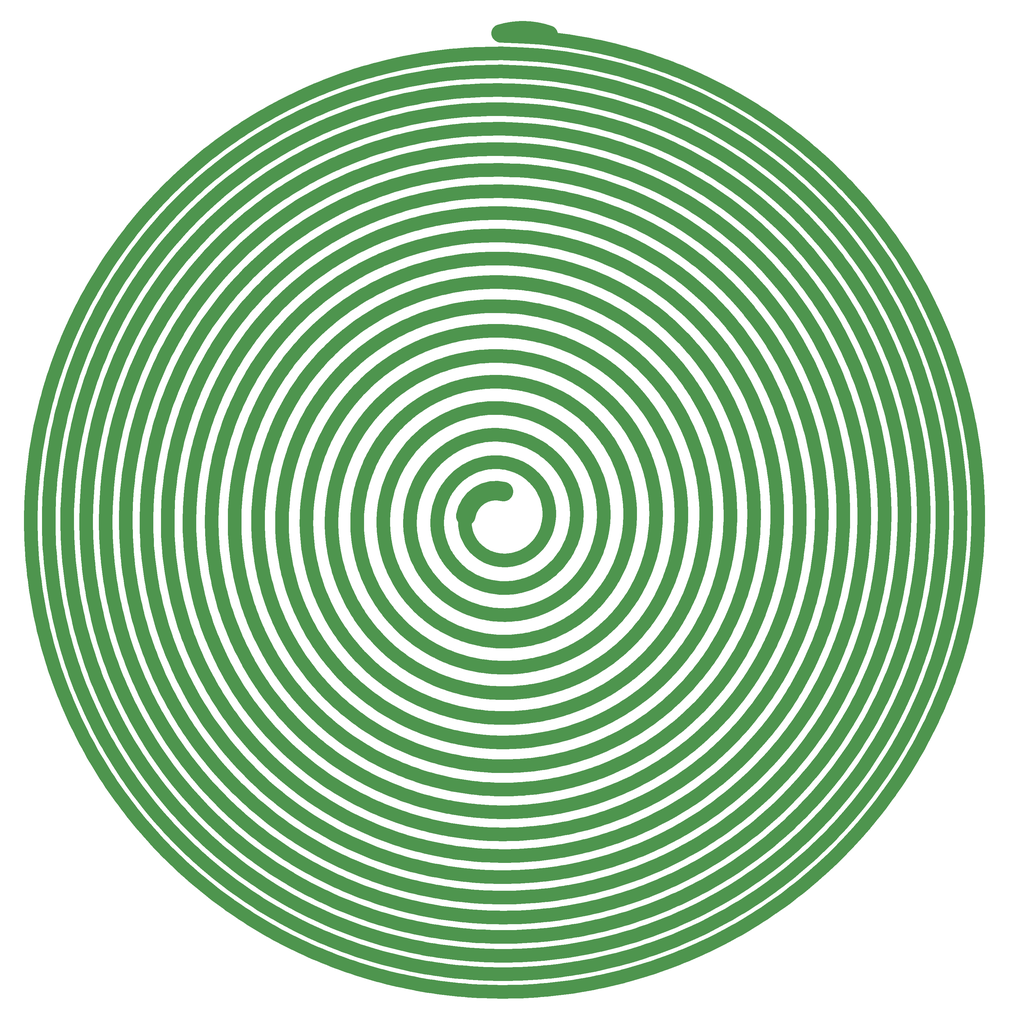
<source format=gbr>
G04 DipTrace 2.3.1.0*
%INTop_58742_ONYX_REV3.gbr*%
%MOIN*%
%ADD15C,0.2*%
%ADD16C,0.22*%
%ADD17C,0.1535*%
%ADD30C,0.06*%
%FSLAX44Y44*%
G04*
G70*
G90*
G75*
G01*
%LNTop*%
%LPD*%
X64964Y119589D2*
D15*
G02X70464Y119464I2560J-8419D01*
G01*
X65339Y67964D2*
D16*
G03X61089Y65214I-871J-3313D01*
G01*
D30*
X65589Y119089D3*
X69964Y118839D3*
X68214Y118901D3*
X69089D3*
X66464Y119026D3*
X67339D3*
X64714Y119089D3*
X60589Y65214D3*
X60839Y66214D3*
X61339Y67089D3*
X62089Y67839D3*
X63089Y68339D3*
X64214Y68589D3*
X65339Y68464D3*
X65809Y119268D2*
D17*
X64964Y119294D1*
X66674Y119237D2*
X65809Y119268D1*
X67398Y119207D2*
X66674Y119237D1*
X68041Y119175D2*
X67398Y119207D1*
X68630Y119140D2*
X68041Y119175D1*
X69179Y119102D2*
X68630Y119140D1*
X69696Y119060D2*
X69179Y119102D1*
X69988Y119034D2*
X69696Y119060D1*
X70517Y118981D2*
X69988Y119034D1*
X71055Y118922D2*
X70517Y118981D1*
X71601Y118854D2*
X71055Y118922D1*
X72109Y118786D2*
X71601Y118854D1*
X72673Y118703D2*
X72109Y118786D1*
X73248Y118613D2*
X72673Y118703D1*
X73791Y118522D2*
X73248Y118613D1*
X74389Y118415D2*
X73791Y118522D1*
X74399Y118413D2*
X74389Y118415D1*
X74991Y118301D2*
X74399Y118413D1*
X75578Y118183D2*
X74991Y118301D1*
X76161Y118060D2*
X75578Y118183D1*
X76739Y117931D2*
X76161Y118060D1*
X77312Y117797D2*
X76739Y117931D1*
X77881Y117658D2*
X77312Y117797D1*
X78445Y117514D2*
X77881Y117658D1*
X79004Y117364D2*
X78445Y117514D1*
X79071Y117346D2*
X79004Y117364D1*
X79629Y117189D2*
X79071Y117346D1*
X80187Y117026D2*
X79629Y117189D1*
X80743Y116856D2*
X80187Y117026D1*
X81299Y116680D2*
X80743Y116856D1*
X81853Y116498D2*
X81299Y116680D1*
X82406Y116310D2*
X81853Y116498D1*
X82958Y116116D2*
X82406Y116310D1*
X83508Y115915D2*
X82958Y116116D1*
X83558Y115897D2*
X83508Y115915D1*
X84106Y115690D2*
X83558Y115897D1*
X84651Y115477D2*
X84106Y115690D1*
X85194Y115258D2*
X84651Y115477D1*
X85734Y115034D2*
X85194Y115258D1*
X86271Y114804D2*
X85734Y115034D1*
X86806Y114568D2*
X86271Y114804D1*
X87338Y114327D2*
X86806Y114568D1*
X87867Y114080D2*
X87338Y114327D1*
X87917Y114056D2*
X87867Y114080D1*
X88443Y113803D2*
X87917Y114056D1*
X88967Y113544D2*
X88443Y113803D1*
X89488Y113280D2*
X88967Y113544D1*
X90005Y113009D2*
X89488Y113280D1*
X90520Y112734D2*
X90005Y113009D1*
X91032Y112452D2*
X90520Y112734D1*
X91541Y112166D2*
X91032Y112452D1*
X92047Y111873D2*
X91541Y112166D1*
X92093Y111846D2*
X92047Y111873D1*
X92595Y111548D2*
X92093Y111846D1*
X93094Y111245D2*
X92595Y111548D1*
X93590Y110936D2*
X93094Y111245D1*
X94082Y110621D2*
X93590Y110936D1*
X94571Y110302D2*
X94082Y110621D1*
X95057Y109977D2*
X94571Y110302D1*
X95539Y109647D2*
X95057Y109977D1*
X96017Y109312D2*
X95539Y109647D1*
X96059Y109282D2*
X96017Y109312D1*
X96534Y108941D2*
X96059Y109282D1*
X97004Y108595D2*
X96534Y108941D1*
X97471Y108244D2*
X97004Y108595D1*
X97934Y107888D2*
X97471Y108244D1*
X98393Y107527D2*
X97934Y107888D1*
X98848Y107162D2*
X98393Y107527D1*
X99299Y106791D2*
X98848Y107162D1*
X99746Y106416D2*
X99299Y106791D1*
X99785Y106383D2*
X99746Y106416D1*
X100228Y106002D2*
X99785Y106383D1*
X100666Y105617D2*
X100228Y106002D1*
X101101Y105227D2*
X100666Y105617D1*
X101531Y104832D2*
X101101Y105227D1*
X101956Y104432D2*
X101531Y104832D1*
X102378Y104028D2*
X101956Y104432D1*
X102795Y103620D2*
X102378Y104028D1*
X103207Y103207D2*
X102795Y103620D1*
X103242Y103172D2*
X103207Y103207D1*
X103650Y102754D2*
X103242Y103172D1*
X104053Y102332D2*
X103650Y102754D1*
X104452Y101906D2*
X104053Y102332D1*
X104846Y101475D2*
X104452Y101906D1*
X105235Y101040D2*
X104846Y101475D1*
X105619Y100601D2*
X105235Y101040D1*
X105999Y100158D2*
X105619Y100601D1*
X106374Y99711D2*
X105999Y100158D1*
X106405Y99674D2*
X106374Y99711D1*
X106775Y99222D2*
X106405Y99674D1*
X107139Y98767D2*
X106775Y99222D1*
X107499Y98307D2*
X107139Y98767D1*
X107854Y97844D2*
X107499Y98307D1*
X108204Y97377D2*
X107854Y97844D1*
X108549Y96906D2*
X108204Y97377D1*
X108888Y96432D2*
X108549Y96906D1*
X109222Y95954D2*
X108888Y96432D1*
X109249Y95915D2*
X109222Y95954D1*
X109578Y95433D2*
X109249Y95915D1*
X109902Y94948D2*
X109578Y95433D1*
X110220Y94459D2*
X109902Y94948D1*
X110533Y93966D2*
X110220Y94459D1*
X110841Y93471D2*
X110533Y93966D1*
X111143Y92972D2*
X110841Y93471D1*
X111440Y92470D2*
X111143Y92972D1*
X111731Y91965D2*
X111440Y92470D1*
X111754Y91925D2*
X111731Y91965D1*
X112040Y91416D2*
X111754Y91925D1*
X112320Y90905D2*
X112040Y91416D1*
X112594Y90390D2*
X112320Y90905D1*
X112863Y89872D2*
X112594Y90390D1*
X113126Y89352D2*
X112863Y89872D1*
X113384Y88829D2*
X113126Y89352D1*
X113636Y88303D2*
X113384Y88829D1*
X113882Y87775D2*
X113636Y88303D1*
X113901Y87734D2*
X113882Y87775D1*
X114141Y87202D2*
X113901Y87734D1*
X114375Y86668D2*
X114141Y87202D1*
X114603Y86132D2*
X114375Y86668D1*
X114826Y85593D2*
X114603Y86132D1*
X115043Y85052D2*
X114826Y85593D1*
X115254Y84508D2*
X115043Y85052D1*
X115459Y83963D2*
X115254Y84508D1*
X115658Y83415D2*
X115459Y83963D1*
X115673Y83374D2*
X115658Y83415D1*
X115866Y82824D2*
X115673Y83374D1*
X116052Y82271D2*
X115866Y82824D1*
X116233Y81717D2*
X116052Y82271D1*
X116408Y81161D2*
X116233Y81717D1*
X116577Y80603D2*
X116408Y81161D1*
X116740Y80043D2*
X116577Y80603D1*
X116896Y79482D2*
X116740Y80043D1*
X117047Y78919D2*
X116896Y79482D1*
X117058Y78878D2*
X117047Y78919D1*
X117202Y78313D2*
X117058Y78878D1*
X117340Y77747D2*
X117202Y78313D1*
X117472Y77179D2*
X117340Y77747D1*
X117597Y76610D2*
X117472Y77179D1*
X117717Y76040D2*
X117597Y76610D1*
X117830Y75468D2*
X117717Y76040D1*
X117937Y74896D2*
X117830Y75468D1*
X118038Y74322D2*
X117937Y74896D1*
X118045Y74281D2*
X118038Y74322D1*
X118139Y73706D2*
X118045Y74281D1*
X118227Y73130D2*
X118139Y73706D1*
X118309Y72553D2*
X118227Y73130D1*
X118385Y71976D2*
X118309Y72553D1*
X118454Y71397D2*
X118385Y71976D1*
X118517Y70818D2*
X118454Y71397D1*
X118574Y70238D2*
X118517Y70818D1*
X118625Y69658D2*
X118574Y70238D1*
X118628Y69618D2*
X118625Y69658D1*
X118672Y69037D2*
X118628Y69618D1*
X118709Y68456D2*
X118672Y69037D1*
X118740Y67875D2*
X118709Y68456D1*
X118765Y67293D2*
X118740Y67875D1*
X118784Y66710D2*
X118765Y67293D1*
X118796Y66128D2*
X118784Y66710D1*
X118802Y65546D2*
X118796Y66128D1*
X118802Y64964D2*
Y65546D1*
Y64925D2*
Y64964D1*
X118795Y64342D2*
X118802Y64925D1*
X118782Y63760D2*
X118795Y64342D1*
X118762Y63178D2*
X118782Y63760D1*
X118736Y62596D2*
X118762Y63178D1*
X118704Y62015D2*
X118736Y62596D1*
X118666Y61434D2*
X118704Y62015D1*
X118621Y60853D2*
X118666Y61434D1*
X118570Y60274D2*
X118621Y60853D1*
X118567Y60236D2*
X118570Y60274D1*
X118509Y59657D2*
X118567Y60236D1*
X118445Y59078D2*
X118509Y59657D1*
X118375Y58500D2*
X118445Y59078D1*
X118298Y57923D2*
X118375Y58500D1*
X118216Y57347D2*
X118298Y57923D1*
X118127Y56771D2*
X118216Y57347D1*
X118032Y56197D2*
X118127Y56771D1*
X117930Y55624D2*
X118032Y56197D1*
X117924Y55588D2*
X117930Y55624D1*
X117816Y55016D2*
X117924Y55588D1*
X117702Y54445D2*
X117816Y55016D1*
X117582Y53876D2*
X117702Y54445D1*
X117455Y53308D2*
X117582Y53876D1*
X117323Y52741D2*
X117455Y53308D1*
X117184Y52176D2*
X117323Y52741D1*
X117039Y51612D2*
X117184Y52176D1*
X116888Y51050D2*
X117039Y51612D1*
X116879Y51016D2*
X116888Y51050D1*
X116722Y50456D2*
X116879Y51016D1*
X116558Y49898D2*
X116722Y50456D1*
X116389Y49341D2*
X116558Y49898D1*
X116214Y48786D2*
X116389Y49341D1*
X116032Y48233D2*
X116214Y48786D1*
X115845Y47682D2*
X116032Y48233D1*
X115652Y47134D2*
X115845Y47682D1*
X115453Y46587D2*
X115652Y47134D1*
X115441Y46555D2*
X115453Y46587D1*
X115235Y46011D2*
X115441Y46555D1*
X115024Y45469D2*
X115235Y46011D1*
X114807Y44929D2*
X115024Y45469D1*
X114584Y44392D2*
X114807Y44929D1*
X114355Y43857D2*
X114584Y44392D1*
X114120Y43325D2*
X114355Y43857D1*
X113880Y42795D2*
X114120Y43325D1*
X113634Y42268D2*
X113880Y42795D1*
X113620Y42238D2*
X113634Y42268D1*
X113368Y41714D2*
X113620Y42238D1*
X113110Y41193D2*
X113368Y41714D1*
X112847Y40674D2*
X113110Y41193D1*
X112578Y40159D2*
X112847Y40674D1*
X112303Y39646D2*
X112578Y40159D1*
X112023Y39136D2*
X112303Y39646D1*
X111738Y38630D2*
X112023Y39136D1*
X111447Y38126D2*
X111738Y38630D1*
X111431Y38099D2*
X111447Y38126D1*
X111134Y37599D2*
X111431Y38099D1*
X110832Y37102D2*
X111134Y37599D1*
X110525Y36608D2*
X110832Y37102D1*
X110212Y36118D2*
X110525Y36608D1*
X109894Y35632D2*
X110212Y36118D1*
X109571Y35148D2*
X109894Y35632D1*
X109242Y34669D2*
X109571Y35148D1*
X108909Y34193D2*
X109242Y34669D1*
X108891Y34168D2*
X108909Y34193D1*
X108552Y33696D2*
X108891Y34168D1*
X108208Y33227D2*
X108552Y33696D1*
X107859Y32762D2*
X108208Y33227D1*
X107505Y32302D2*
X107859Y32762D1*
X107145Y31844D2*
X107505Y32302D1*
X106781Y31391D2*
X107145Y31844D1*
X106412Y30942D2*
X106781Y31391D1*
X106039Y30497D2*
X106412Y30942D1*
X106020Y30475D2*
X106039Y30497D1*
X105641Y30034D2*
X106020Y30475D1*
X105257Y29598D2*
X105641Y30034D1*
X104869Y29165D2*
X105257Y29598D1*
X104476Y28737D2*
X104869Y29165D1*
X104079Y28313D2*
X104476Y28737D1*
X103677Y27894D2*
X104079Y28313D1*
X103270Y27479D2*
X103677Y27894D1*
X102859Y27068D2*
X103270Y27479D1*
X102839Y27048D2*
X102859Y27068D1*
X102424Y26642D2*
X102839Y27048D1*
X102004Y26241D2*
X102424Y26642D1*
X101579Y25844D2*
X102004Y26241D1*
X101150Y25452D2*
X101579Y25844D1*
X100718Y25064D2*
X101150Y25452D1*
X100281Y24681D2*
X100718Y25064D1*
X99840Y24303D2*
X100281Y24681D1*
X99395Y23930D2*
X99840Y24303D1*
X99374Y23913D2*
X99395Y23930D1*
X98925Y23545D2*
X99374Y23913D1*
X98471Y23182D2*
X98925Y23545D1*
X98014Y22824D2*
X98471Y23182D1*
X97553Y22470D2*
X98014Y22824D1*
X97088Y22122D2*
X97553Y22470D1*
X96620Y21779D2*
X97088Y22122D1*
X96147Y21441D2*
X96620Y21779D1*
X95672Y21108D2*
X96147Y21441D1*
X95650Y21093D2*
X95672Y21108D1*
X95171Y20766D2*
X95650Y21093D1*
X94688Y20444D2*
X95171Y20766D1*
X94201Y20127D2*
X94688Y20444D1*
X93711Y19815D2*
X94201Y20127D1*
X93218Y19509D2*
X93711Y19815D1*
X92721Y19208D2*
X93218Y19509D1*
X92222Y18912D2*
X92721Y19208D1*
X91719Y18622D2*
X92222Y18912D1*
X91697Y18610D2*
X91719Y18622D1*
X91191Y18326D2*
X91697Y18610D1*
X90682Y18047D2*
X91191Y18326D1*
X90170Y17773D2*
X90682Y18047D1*
X89655Y17506D2*
X90170Y17773D1*
X89137Y17244D2*
X89655Y17506D1*
X88616Y16987D2*
X89137Y17244D1*
X88093Y16736D2*
X88616Y16987D1*
X87567Y16491D2*
X88093Y16736D1*
X87545Y16482D2*
X87567Y16491D1*
X87016Y16243D2*
X87545Y16482D1*
X86485Y16009D2*
X87016Y16243D1*
X85951Y15782D2*
X86485Y16009D1*
X85415Y15560D2*
X85951Y15782D1*
X84876Y15344D2*
X85415Y15560D1*
X84335Y15134D2*
X84876Y15344D1*
X83792Y14930D2*
X84335Y15134D1*
X83247Y14732D2*
X83792Y14930D1*
X83226Y14724D2*
X83247Y14732D1*
X82678Y14532D2*
X83226Y14724D1*
X82129Y14346D2*
X82678Y14532D1*
X81577Y14166D2*
X82129Y14346D1*
X81023Y13992D2*
X81577Y14166D1*
X80468Y13824D2*
X81023Y13992D1*
X79911Y13661D2*
X80468Y13824D1*
X79352Y13506D2*
X79911Y13661D1*
X78792Y13356D2*
X79352Y13506D1*
X78772Y13350D2*
X78792Y13356D1*
X78210Y13207D2*
X78772Y13350D1*
X77646Y13069D2*
X78210Y13207D1*
X77081Y12938D2*
X77646Y13069D1*
X76514Y12813D2*
X77081Y12938D1*
X75947Y12694D2*
X76514Y12813D1*
X75378Y12581D2*
X75947Y12694D1*
X74808Y12474D2*
X75378Y12581D1*
X74237Y12374D2*
X74808Y12474D1*
X74217Y12370D2*
X74237Y12374D1*
X73645Y12276D2*
X74217Y12370D1*
X73072Y12189D2*
X73645Y12276D1*
X72497Y12107D2*
X73072Y12189D1*
X71922Y12032D2*
X72497Y12107D1*
X71346Y11963D2*
X71922Y12032D1*
X70770Y11900D2*
X71346Y11963D1*
X70193Y11843D2*
X70770Y11900D1*
X69615Y11793D2*
X70193Y11843D1*
X69597Y11791D2*
X69615Y11793D1*
X69019Y11748D2*
X69597Y11791D1*
X68440Y11710D2*
X69019Y11748D1*
X67861Y11679D2*
X68440Y11710D1*
X67282Y11654D2*
X67861Y11679D1*
X66702Y11635D2*
X67282Y11654D1*
X66123Y11623D2*
X66702Y11635D1*
X65543Y11617D2*
X66123Y11623D1*
X64964Y11617D2*
X65543D1*
X64946D2*
X64964D1*
X64367Y11624D2*
X64946Y11617D1*
X63787Y11637D2*
X64367Y11624D1*
X63208Y11656D2*
X63787Y11637D1*
X62629Y11682D2*
X63208Y11656D1*
X62050Y11714D2*
X62629Y11682D1*
X61471Y11752D2*
X62050Y11714D1*
X60894Y11797D2*
X61471Y11752D1*
X60317Y11847D2*
X60894Y11797D1*
X60300Y11849D2*
X60317Y11847D1*
X59724Y11906D2*
X60300Y11849D1*
X59148Y11970D2*
X59724Y11906D1*
X58572Y12039D2*
X59148Y11970D1*
X57998Y12115D2*
X58572Y12039D1*
X57424Y12198D2*
X57998Y12115D1*
X56852Y12286D2*
X57424Y12198D1*
X56280Y12381D2*
X56852Y12286D1*
X55710Y12481D2*
X56280Y12381D1*
X55695Y12484D2*
X55710Y12481D1*
X55125Y12591D2*
X55695Y12484D1*
X54557Y12705D2*
X55125Y12591D1*
X53990Y12824D2*
X54557Y12705D1*
X53425Y12950D2*
X53990Y12824D1*
X52861Y13082D2*
X53425Y12950D1*
X52298Y13220D2*
X52861Y13082D1*
X51737Y13364D2*
X52298Y13220D1*
X51178Y13514D2*
X51737Y13364D1*
X51164Y13518D2*
X51178Y13514D1*
X50607Y13674D2*
X51164Y13518D1*
X50051Y13837D2*
X50607Y13674D1*
X49497Y14005D2*
X50051Y13837D1*
X48944Y14180D2*
X49497Y14005D1*
X48394Y14360D2*
X48944Y14180D1*
X47846Y14547D2*
X48394Y14360D1*
X47299Y14739D2*
X47846Y14547D1*
X46755Y14937D2*
X47299Y14739D1*
X46744Y14942D2*
X46755Y14937D1*
X46202Y15146D2*
X46744Y14942D1*
X45662Y15356D2*
X46202Y15146D1*
X45125Y15572D2*
X45662Y15356D1*
X44590Y15794D2*
X45125Y15572D1*
X44058Y16022D2*
X44590Y15794D1*
X43528Y16255D2*
X44058Y16022D1*
X43001Y16494D2*
X43528Y16255D1*
X42476Y16739D2*
X43001Y16494D1*
X42466Y16744D2*
X42476Y16739D1*
X41944Y16995D2*
X42466Y16744D1*
X41425Y17251D2*
X41944Y16995D1*
X40909Y17513D2*
X41425Y17251D1*
X40395Y17781D2*
X40909Y17513D1*
X39885Y18054D2*
X40395Y17781D1*
X39378Y18333D2*
X39885Y18054D1*
X38873Y18617D2*
X39378Y18333D1*
X38372Y18906D2*
X38873Y18617D1*
X38364Y18911D2*
X38372Y18906D1*
X37866Y19207D2*
X38364Y18911D1*
X37371Y19507D2*
X37866Y19207D1*
X36880Y19813D2*
X37371Y19507D1*
X36392Y20124D2*
X36880Y19813D1*
X35907Y20441D2*
X36392Y20124D1*
X35426Y20763D2*
X35907Y20441D1*
X34949Y21090D2*
X35426Y20763D1*
X34475Y21422D2*
X34949Y21090D1*
X34468Y21427D2*
X34475Y21422D1*
X33998Y21764D2*
X34468Y21427D1*
X33531Y22106D2*
X33998Y21764D1*
X33069Y22454D2*
X33531Y22106D1*
X32610Y22806D2*
X33069Y22454D1*
X32155Y23164D2*
X32610Y22806D1*
X31704Y23526D2*
X32155Y23164D1*
X31257Y23893D2*
X31704Y23526D1*
X30814Y24265D2*
X31257Y23893D1*
X30808Y24271D2*
X30814Y24265D1*
X30369Y24647D2*
X30808Y24271D1*
X29934Y25029D2*
X30369Y24647D1*
X29504Y25415D2*
X29934Y25029D1*
X29077Y25807D2*
X29504Y25415D1*
X28655Y26202D2*
X29077Y25807D1*
X28238Y26602D2*
X28655Y26202D1*
X27825Y27007D2*
X28238Y26602D1*
X27416Y27416D2*
X27825Y27007D1*
X27007Y27834D2*
X27416Y27416D1*
X26607Y28252D2*
X27007Y27834D1*
X26212Y28675D2*
X26607Y28252D1*
X25822Y29101D2*
X26212Y28675D1*
X25436Y29532D2*
X25822Y29101D1*
X25055Y29967D2*
X25436Y29532D1*
X24679Y30406D2*
X25055Y29967D1*
X24307Y30849D2*
X24679Y30406D1*
X23937Y31300D2*
X24307Y30849D1*
X23576Y31751D2*
X23937Y31300D1*
X23219Y32206D2*
X23576Y31751D1*
X22867Y32665D2*
X23219Y32206D1*
X22520Y33128D2*
X22867Y32665D1*
X22179Y33594D2*
X22520Y33128D1*
X21842Y34064D2*
X22179Y33594D1*
X21511Y34538D2*
X21842Y34064D1*
X21183Y35019D2*
X21511Y34538D1*
X20862Y35499D2*
X21183Y35019D1*
X20546Y35984D2*
X20862Y35499D1*
X20236Y36471D2*
X20546Y35984D1*
X19931Y36962D2*
X20236Y36471D1*
X19631Y37457D2*
X19931Y36962D1*
X19337Y37954D2*
X19631Y37457D1*
X19048Y38454D2*
X19337Y37954D1*
X18764Y38961D2*
X19048Y38454D1*
X18486Y39468D2*
X18764Y38961D1*
X18214Y39977D2*
X18486Y39468D1*
X17947Y40490D2*
X18214Y39977D1*
X17686Y41006D2*
X17947Y40490D1*
X17431Y41524D2*
X17686Y41006D1*
X17181Y42045D2*
X17431Y41524D1*
X16937Y42569D2*
X17181Y42045D1*
X16698Y43097D2*
X16937Y42569D1*
X16466Y43626D2*
X16698Y43097D1*
X16239Y44157D2*
X16466Y43626D1*
X16019Y44691D2*
X16239Y44157D1*
X15804Y45227D2*
X16019Y44691D1*
X15594Y45766D2*
X15804Y45227D1*
X15391Y46306D2*
X15594Y45766D1*
X15194Y46849D2*
X15391Y46306D1*
X15002Y47395D2*
X15194Y46849D1*
X14817Y47942D2*
X15002Y47395D1*
X14638Y48491D2*
X14817Y47942D1*
X14464Y49042D2*
X14638Y48491D1*
X14297Y49594D2*
X14464Y49042D1*
X14135Y50149D2*
X14297Y49594D1*
X13980Y50705D2*
X14135Y50149D1*
X13831Y51263D2*
X13980Y50705D1*
X13688Y51822D2*
X13831Y51263D1*
X13551Y52383D2*
X13688Y51822D1*
X13420Y52945D2*
X13551Y52383D1*
X13295Y53509D2*
X13420Y52945D1*
X13177Y54074D2*
X13295Y53509D1*
X13065Y54640D2*
X13177Y54074D1*
X12958Y55208D2*
X13065Y54640D1*
X12858Y55776D2*
X12958Y55208D1*
X12765Y56344D2*
X12858Y55776D1*
X12677Y56915D2*
X12765Y56344D1*
X12596Y57486D2*
X12677Y56915D1*
X12521Y58059D2*
X12596Y57486D1*
X12452Y58632D2*
X12521Y58059D1*
X12390Y59206D2*
X12452Y58632D1*
X12333Y59780D2*
X12390Y59206D1*
X12283Y60355D2*
X12333Y59780D1*
X12240Y60927D2*
X12283Y60355D1*
X12202Y61503D2*
X12240Y60927D1*
X12171Y62079D2*
X12202Y61503D1*
X12146Y62656D2*
X12171Y62079D1*
X12127Y63233D2*
X12146Y62656D1*
X12115Y63810D2*
X12127Y63233D1*
X12109Y64387D2*
X12115Y63810D1*
X12109Y64964D2*
Y64387D1*
X12116Y65536D2*
X12109Y64964D1*
X12129Y66113D2*
X12116Y65536D1*
X12148Y66690D2*
X12129Y66113D1*
X12173Y67266D2*
X12148Y66690D1*
X12205Y67843D2*
X12173Y67266D1*
X12243Y68418D2*
X12205Y67843D1*
X12287Y68993D2*
X12243Y68418D1*
X12338Y69568D2*
X12287Y68993D1*
X12394Y70137D2*
X12338Y69568D1*
X12457Y70710D2*
X12394Y70137D1*
X12526Y71283D2*
X12457Y70710D1*
X12602Y71855D2*
X12526Y71283D1*
X12684Y72426D2*
X12602Y71855D1*
X12772Y72996D2*
X12684Y72426D1*
X12866Y73564D2*
X12772Y72996D1*
X12966Y74132D2*
X12866Y73564D1*
X13071Y74693D2*
X12966Y74132D1*
X13184Y75258D2*
X13071Y74693D1*
X13303Y75822D2*
X13184Y75258D1*
X13428Y76385D2*
X13303Y75822D1*
X13559Y76947D2*
X13428Y76385D1*
X13697Y77507D2*
X13559Y76947D1*
X13840Y78065D2*
X13697Y77507D1*
X13989Y78622D2*
X13840Y78065D1*
X14143Y79170D2*
X13989Y78622D1*
X14304Y79723D2*
X14143Y79170D1*
X14472Y80275D2*
X14304Y79723D1*
X14646Y80825D2*
X14472Y80275D1*
X14825Y81373D2*
X14646Y80825D1*
X15011Y81918D2*
X14825Y81373D1*
X15202Y82462D2*
X15011Y81918D1*
X15400Y83003D2*
X15202Y82462D1*
X15600Y83535D2*
X15400Y83003D1*
X15809Y84072D2*
X15600Y83535D1*
X16024Y84606D2*
X15809Y84072D1*
X16245Y85139D2*
X16024Y84606D1*
X16471Y85669D2*
X16245Y85139D1*
X16703Y86196D2*
X16471Y85669D1*
X16942Y86721D2*
X16703Y86196D1*
X17185Y87243D2*
X16942Y86721D1*
X17430Y87753D2*
X17185Y87243D1*
X17685Y88270D2*
X17430Y87753D1*
X17946Y88784D2*
X17685Y88270D1*
X18212Y89295D2*
X17946Y88784D1*
X18484Y89803D2*
X18212Y89295D1*
X18761Y90308D2*
X18484Y89803D1*
X19044Y90810D2*
X18761Y90308D1*
X19332Y91309D2*
X19044Y90810D1*
X19620Y91795D2*
X19332Y91309D1*
X19919Y92287D2*
X19620Y91795D1*
X20224Y92776D2*
X19919Y92287D1*
X20534Y93262D2*
X20224Y92776D1*
X20849Y93744D2*
X20534Y93262D1*
X21169Y94223D2*
X20849Y93744D1*
X21494Y94698D2*
X21169Y94223D1*
X21825Y95170D2*
X21494Y94698D1*
X22153Y95628D2*
X21825Y95170D1*
X22494Y96092D2*
X22153Y95628D1*
X22840Y96553D2*
X22494Y96092D1*
X23190Y97010D2*
X22840Y96553D1*
X23546Y97462D2*
X23190Y97010D1*
X23907Y97911D2*
X23546Y97462D1*
X24272Y98356D2*
X23907Y97911D1*
X24642Y98797D2*
X24272Y98356D1*
X25009Y99224D2*
X24642Y98797D1*
X25388Y99656D2*
X25009Y99224D1*
X25773Y100085D2*
X25388Y99656D1*
X26162Y100510D2*
X25773Y100085D1*
X26556Y100930D2*
X26162Y100510D1*
X26954Y101345D2*
X26556Y100930D1*
X27357Y101757D2*
X26954Y101345D1*
X27764Y102163D2*
X27357Y101757D1*
X28165Y102555D2*
X27764Y102163D1*
X28581Y102953D2*
X28165Y102555D1*
X29001Y103347D2*
X28581Y102953D1*
X29426Y103735D2*
X29001Y103347D1*
X29855Y104120D2*
X29426Y103735D1*
X30287Y104499D2*
X29855Y104120D1*
X30724Y104873D2*
X30287Y104499D1*
X31165Y105243D2*
X30724Y104873D1*
X31598Y105598D2*
X31165Y105243D1*
X32047Y105958D2*
X31598Y105598D1*
X32500Y106313D2*
X32047Y105958D1*
X32956Y106663D2*
X32500Y106313D1*
X33417Y107008D2*
X32956Y106663D1*
X33881Y107348D2*
X33417Y107008D1*
X34349Y107683D2*
X33881Y107348D1*
X34820Y108013D2*
X34349Y107683D1*
X35281Y108328D2*
X34820Y108013D1*
X35759Y108647D2*
X35281Y108328D1*
X36241Y108962D2*
X35759Y108647D1*
X36726Y109271D2*
X36241Y108962D1*
X37215Y109574D2*
X36726Y109271D1*
X37707Y109873D2*
X37215Y109574D1*
X38202Y110165D2*
X37707Y109873D1*
X38700Y110453D2*
X38202Y110165D1*
X39187Y110726D2*
X38700Y110453D1*
X39691Y111003D2*
X39187Y110726D1*
X40199Y111274D2*
X39691Y111003D1*
X40709Y111539D2*
X40199Y111274D1*
X41222Y111799D2*
X40709Y111539D1*
X41738Y112053D2*
X41222Y111799D1*
X42256Y112301D2*
X41738Y112053D1*
X42777Y112544D2*
X42256Y112301D1*
X43278Y112771D2*
X42777Y112544D1*
X43804Y113002D2*
X43278Y112771D1*
X44334Y113228D2*
X43804Y113002D1*
X44865Y113448D2*
X44334Y113228D1*
X45400Y113663D2*
X44865Y113448D1*
X45937Y113871D2*
X45400Y113663D1*
X46476Y114074D2*
X45937Y113871D1*
X47017Y114271D2*
X46476Y114074D1*
X47558Y114461D2*
X47017Y114271D1*
X48103Y114645D2*
X47558Y114461D1*
X48648Y114824D2*
X48103Y114645D1*
X49195Y114996D2*
X48648Y114824D1*
X49742Y115161D2*
X49195Y114996D1*
X50291Y115321D2*
X49742Y115161D1*
X50840Y115474D2*
X50291Y115321D1*
X51390Y115621D2*
X50840Y115474D1*
X51891Y115749D2*
X51390Y115621D1*
X52450Y115886D2*
X51891Y115749D1*
X53014Y116017D2*
X52450Y115886D1*
X53582Y116143D2*
X53014Y116017D1*
X54155Y116263D2*
X53582Y116143D1*
X54733Y116378D2*
X54155Y116263D1*
X55275Y116480D2*
X54733Y116378D1*
X55862Y116584D2*
X55275Y116480D1*
X56097Y116624D2*
X55862Y116584D1*
X56668Y116717D2*
X56097Y116624D1*
X57228Y116801D2*
X56668Y116717D1*
X57778Y116878D2*
X57228Y116801D1*
X58318Y116948D2*
X57778Y116878D1*
X58850Y117010D2*
X58318Y116948D1*
X59374Y117065D2*
X58850Y117010D1*
X59889Y117113D2*
X59374Y117065D1*
X60398Y117154D2*
X59889Y117113D1*
X60635Y117171D2*
X60398Y117154D1*
X61146Y117203D2*
X60635Y117171D1*
X61696Y117232D2*
X61146Y117203D1*
X62286Y117257D2*
X61696Y117232D1*
X62916Y117279D2*
X62286Y117257D1*
X63664Y117299D2*
X62916Y117279D1*
X64570Y117318D2*
X63664Y117299D1*
X64964Y117326D2*
X64570Y117318D1*
X65678Y117303D2*
X64964Y117326D1*
X66545Y117273D2*
X65678Y117303D1*
X67263Y117243D2*
X66545Y117273D1*
X67898Y117211D2*
X67263Y117243D1*
X68478Y117177D2*
X67898Y117211D1*
X69017Y117140D2*
X68478Y117177D1*
X69525Y117098D2*
X69017Y117140D1*
X69733Y117080D2*
X69525Y117098D1*
X70251Y117029D2*
X69733Y117080D1*
X70778Y116971D2*
X70251Y117029D1*
X71314Y116905D2*
X70778Y116971D1*
X71858Y116832D2*
X71314Y116905D1*
X72365Y116758D2*
X71858Y116832D1*
X72929Y116669D2*
X72365Y116758D1*
X73504Y116572D2*
X72929Y116669D1*
X74046Y116475D2*
X73504Y116572D1*
X74553Y116379D2*
X74046Y116475D1*
X75130Y116264D2*
X74553Y116379D1*
X75702Y116143D2*
X75130Y116264D1*
X76270Y116017D2*
X75702Y116143D1*
X76833Y115886D2*
X76270Y116017D1*
X77392Y115749D2*
X76833Y115886D1*
X77945Y115607D2*
X77392Y115749D1*
X78494Y115460D2*
X77945Y115607D1*
X79026Y115311D2*
X78494Y115460D1*
X79573Y115151D2*
X79026Y115311D1*
X80120Y114985D2*
X79573Y115151D1*
X80665Y114813D2*
X80120Y114985D1*
X81209Y114635D2*
X80665Y114813D1*
X81752Y114450D2*
X81209Y114635D1*
X82294Y114259D2*
X81752Y114450D1*
X82834Y114062D2*
X82294Y114259D1*
X83340Y113871D2*
X82834Y114062D1*
X83876Y113663D2*
X83340Y113871D1*
X84409Y113448D2*
X83876Y113663D1*
X84939Y113228D2*
X84409Y113448D1*
X85467Y113003D2*
X84939Y113228D1*
X85992Y112772D2*
X85467Y113003D1*
X86514Y112535D2*
X85992Y112772D1*
X87033Y112292D2*
X86514Y112535D1*
X87522Y112057D2*
X87033Y112292D1*
X88036Y111804D2*
X87522Y112057D1*
X88548Y111544D2*
X88036Y111804D1*
X89056Y111279D2*
X88548Y111544D1*
X89562Y111009D2*
X89056Y111279D1*
X90064Y110733D2*
X89562Y111009D1*
X90564Y110451D2*
X90064Y110733D1*
X91060Y110164D2*
X90564Y110451D1*
X91525Y109889D2*
X91060Y110164D1*
X92015Y109591D2*
X91525Y109889D1*
X92502Y109288D2*
X92015Y109591D1*
X92986Y108980D2*
X92502Y109288D1*
X93466Y108666D2*
X92986Y108980D1*
X93942Y108347D2*
X93466Y108666D1*
X94415Y108024D2*
X93942Y108347D1*
X94884Y107695D2*
X94415Y108024D1*
X95322Y107380D2*
X94884Y107695D1*
X95784Y107041D2*
X95322Y107380D1*
X96243Y106697D2*
X95784Y107041D1*
X96697Y106348D2*
X96243Y106697D1*
X97148Y105994D2*
X96697Y106348D1*
X97595Y105635D2*
X97148Y105994D1*
X98038Y105271D2*
X97595Y105635D1*
X98476Y104903D2*
X98038Y105271D1*
X98884Y104552D2*
X98476Y104903D1*
X99315Y104174D2*
X98884Y104552D1*
X99742Y103792D2*
X99315Y104174D1*
X100164Y103404D2*
X99742Y103792D1*
X100582Y103012D2*
X100164Y103404D1*
X100996Y102616D2*
X100582Y103012D1*
X101405Y102215D2*
X100996Y102616D1*
X101810Y101810D2*
X101405Y102215D1*
X102185Y101426D2*
X101810Y101810D1*
X102581Y101012D2*
X102185Y101426D1*
X102972Y100594D2*
X102581Y101012D1*
X103359Y100172D2*
X102972Y100594D1*
X103742Y99745D2*
X103359Y100172D1*
X104119Y99314D2*
X103742Y99745D1*
X104492Y98879D2*
X104119Y99314D1*
X104859Y98440D2*
X104492Y98879D1*
X105199Y98026D2*
X104859Y98440D1*
X105557Y97580D2*
X105199Y98026D1*
X105910Y97129D2*
X105557Y97580D1*
X106259Y96674D2*
X105910Y97129D1*
X106602Y96216D2*
X106259Y96674D1*
X106941Y95754D2*
X106602Y96216D1*
X107274Y95289D2*
X106941Y95754D1*
X107602Y94819D2*
X107274Y95289D1*
X107903Y94379D2*
X107602Y94819D1*
X108221Y93903D2*
X107903Y94379D1*
X108534Y93423D2*
X108221Y93903D1*
X108842Y92940D2*
X108534Y93423D1*
X109144Y92454D2*
X108842Y92940D1*
X109440Y91964D2*
X109144Y92454D1*
X109732Y91471D2*
X109440Y91964D1*
X110018Y90975D2*
X109732Y91471D1*
X110278Y90512D2*
X110018Y90975D1*
X110554Y90010D2*
X110278Y90512D1*
X110823Y89505D2*
X110554Y90010D1*
X111088Y88997D2*
X110823Y89505D1*
X111346Y88486D2*
X111088Y88997D1*
X111599Y87973D2*
X111346Y88486D1*
X111846Y87457D2*
X111599Y87973D1*
X112088Y86938D2*
X111846Y87457D1*
X112306Y86454D2*
X112088Y86938D1*
X112537Y85930D2*
X112306Y86454D1*
X112762Y85404D2*
X112537Y85930D1*
X112980Y84875D2*
X112762Y85404D1*
X113193Y84344D2*
X112980Y84875D1*
X113401Y83811D2*
X113193Y84344D1*
X113602Y83275D2*
X113401Y83811D1*
X113797Y82738D2*
X113602Y83275D1*
X113972Y82238D2*
X113797Y82738D1*
X114156Y81696D2*
X113972Y82238D1*
X114334Y81152D2*
X114156Y81696D1*
X114506Y80607D2*
X114334Y81152D1*
X114672Y80059D2*
X114506Y80607D1*
X114832Y79510D2*
X114672Y80059D1*
X114985Y78959D2*
X114832Y79510D1*
X115133Y78406D2*
X114985Y78959D1*
X115264Y77895D2*
X115133Y78406D1*
X115400Y77339D2*
X115264Y77895D1*
X115530Y76782D2*
X115400Y77339D1*
X115653Y76224D2*
X115530Y76782D1*
X115771Y75664D2*
X115653Y76224D1*
X115882Y75103D2*
X115771Y75664D1*
X115987Y74541D2*
X115882Y75103D1*
X116086Y73978D2*
X115987Y74541D1*
X116172Y73458D2*
X116086Y73978D1*
X116258Y72893D2*
X116172Y73458D1*
X116339Y72327D2*
X116258Y72893D1*
X116414Y71760D2*
X116339Y72327D1*
X116482Y71192D2*
X116414Y71760D1*
X116544Y70624D2*
X116482Y71192D1*
X116600Y70055D2*
X116544Y70624D1*
X116649Y69485D2*
X116600Y70055D1*
X116689Y68962D2*
X116649Y69485D1*
X116726Y68391D2*
X116689Y68962D1*
X116757Y67820D2*
X116726Y68391D1*
X116782Y67249D2*
X116757Y67820D1*
X116800Y66678D2*
X116782Y67249D1*
X116813Y66106D2*
X116800Y66678D1*
X116819Y65535D2*
X116813Y66106D1*
X116818Y64964D2*
X116819Y65535D1*
X116812Y64440D2*
X116818Y64964D1*
X116800Y63868D2*
X116812Y64440D1*
X116781Y63297D2*
X116800Y63868D1*
X116756Y62726D2*
X116781Y63297D1*
X116725Y62155D2*
X116756Y62726D1*
X116687Y61585D2*
X116725Y62155D1*
X116643Y61016D2*
X116687Y61585D1*
X116593Y60447D2*
X116643Y61016D1*
X116541Y59927D2*
X116593Y60447D1*
X116479Y59359D2*
X116541Y59927D1*
X116411Y58791D2*
X116479Y59359D1*
X116336Y58225D2*
X116411Y58791D1*
X116255Y57659D2*
X116336Y58225D1*
X116168Y57095D2*
X116255Y57659D1*
X116074Y56531D2*
X116168Y57095D1*
X115975Y55969D2*
X116074Y56531D1*
X115879Y55457D2*
X115975Y55969D1*
X115767Y54896D2*
X115879Y55457D1*
X115649Y54337D2*
X115767Y54896D1*
X115526Y53780D2*
X115649Y54337D1*
X115396Y53224D2*
X115526Y53780D1*
X115260Y52669D2*
X115396Y53224D1*
X115118Y52116D2*
X115260Y52669D1*
X114970Y51565D2*
X115118Y52116D1*
X114829Y51064D2*
X114970Y51565D1*
X114670Y50516D2*
X114829Y51064D1*
X114504Y49969D2*
X114670Y50516D1*
X114332Y49425D2*
X114504Y49969D1*
X114154Y48882D2*
X114332Y49425D1*
X113970Y48341D2*
X114154Y48882D1*
X113781Y47803D2*
X113970Y48341D1*
X113585Y47267D2*
X113781Y47803D1*
X113402Y46782D2*
X113585Y47267D1*
X113195Y46250D2*
X113402Y46782D1*
X112982Y45720D2*
X113195Y46250D1*
X112764Y45192D2*
X112982Y45720D1*
X112539Y44668D2*
X112764Y45192D1*
X112309Y44145D2*
X112539Y44668D1*
X112073Y43625D2*
X112309Y44145D1*
X111832Y43109D2*
X112073Y43625D1*
X111608Y42642D2*
X111832Y43109D1*
X111356Y42130D2*
X111608Y42642D1*
X111098Y41621D2*
X111356Y42130D1*
X110834Y41115D2*
X111098Y41621D1*
X110565Y40612D2*
X110834Y41115D1*
X110290Y40112D2*
X110565Y40612D1*
X110010Y39615D2*
X110290Y40112D1*
X109724Y39121D2*
X110010Y39615D1*
X109462Y38677D2*
X109724Y39121D1*
X109166Y38189D2*
X109462Y38677D1*
X108864Y37705D2*
X109166Y38189D1*
X108558Y37224D2*
X108864Y37705D1*
X108246Y36746D2*
X108558Y37224D1*
X107928Y36272D2*
X108246Y36746D1*
X107606Y35801D2*
X107928Y36272D1*
X107279Y35334D2*
X107606Y35801D1*
X106979Y34916D2*
X107279Y35334D1*
X106642Y34456D2*
X106979Y34916D1*
X106299Y34000D2*
X106642Y34456D1*
X105952Y33547D2*
X106299Y34000D1*
X105600Y33099D2*
X105952Y33547D1*
X105242Y32654D2*
X105600Y33099D1*
X104880Y32214D2*
X105242Y32654D1*
X104514Y31777D2*
X104880Y32214D1*
X104180Y31388D2*
X104514Y31777D1*
X103804Y30959D2*
X104180Y31388D1*
X103423Y30535D2*
X103804Y30959D1*
X103037Y30114D2*
X103423Y30535D1*
X102648Y29698D2*
X103037Y30114D1*
X102253Y29286D2*
X102648Y29698D1*
X101854Y28879D2*
X102253Y29286D1*
X101451Y28476D2*
X101854Y28879D1*
X101085Y28119D2*
X101451Y28476D1*
X100673Y27724D2*
X101085Y28119D1*
X100257Y27335D2*
X100673Y27724D1*
X99837Y26950D2*
X100257Y27335D1*
X99412Y26569D2*
X99837Y26950D1*
X98983Y26194D2*
X99412Y26569D1*
X98551Y25823D2*
X98983Y26194D1*
X98114Y25457D2*
X98551Y25823D1*
X97719Y25133D2*
X98114Y25457D1*
X97275Y24776D2*
X97719Y25133D1*
X96826Y24425D2*
X97275Y24776D1*
X96374Y24078D2*
X96826Y24425D1*
X95918Y23736D2*
X96374Y24078D1*
X95458Y23399D2*
X95918Y23736D1*
X94995Y23067D2*
X95458Y23399D1*
X94528Y22741D2*
X94995Y23067D1*
X94108Y22454D2*
X94528Y22741D1*
X93634Y22137D2*
X94108Y22454D1*
X93157Y21826D2*
X93634Y22137D1*
X92677Y21520D2*
X93157Y21826D1*
X92193Y21219D2*
X92677Y21520D1*
X91705Y20924D2*
X92193Y21219D1*
X91215Y20634D2*
X91705Y20924D1*
X90722Y20349D2*
X91215Y20634D1*
X90279Y20101D2*
X90722Y20349D1*
X89780Y19826D2*
X90279Y20101D1*
X89278Y19558D2*
X89780Y19826D1*
X88772Y19295D2*
X89278Y19558D1*
X88264Y19038D2*
X88772Y19295D1*
X87753Y18786D2*
X88264Y19038D1*
X87240Y18540D2*
X87753Y18786D1*
X86723Y18300D2*
X87240Y18540D1*
X86262Y18091D2*
X86723Y18300D1*
X85741Y17862D2*
X86262Y18091D1*
X85217Y17638D2*
X85741Y17862D1*
X84691Y17420D2*
X85217Y17638D1*
X84163Y17208D2*
X84691Y17420D1*
X83632Y17002D2*
X84163Y17208D1*
X83099Y16802D2*
X83632Y17002D1*
X82564Y16607D2*
X83099Y16802D1*
X82088Y16440D2*
X82564Y16607D1*
X81549Y16257D2*
X82088Y16440D1*
X81007Y16080D2*
X81549Y16257D1*
X80464Y15909D2*
X81007Y16080D1*
X79920Y15744D2*
X80464Y15909D1*
X79373Y15584D2*
X79920Y15744D1*
X78825Y15431D2*
X79373Y15584D1*
X78275Y15285D2*
X78825Y15431D1*
X77787Y15160D2*
X78275Y15285D1*
X77235Y15024D2*
X77787Y15160D1*
X76680Y14895D2*
X77235Y15024D1*
X76124Y14772D2*
X76680Y14895D1*
X75567Y14655D2*
X76124Y14772D1*
X75009Y14544D2*
X75567Y14655D1*
X74450Y14440D2*
X75009Y14544D1*
X73890Y14341D2*
X74450Y14440D1*
X73394Y14260D2*
X73890Y14341D1*
X72832Y14173D2*
X73394Y14260D1*
X72269Y14092D2*
X72832Y14173D1*
X71704Y14018D2*
X72269Y14092D1*
X71140Y13950D2*
X71704Y14018D1*
X70574Y13889D2*
X71140Y13950D1*
X70008Y13833D2*
X70574Y13889D1*
X69441Y13784D2*
X70008Y13833D1*
X68942Y13746D2*
X69441Y13784D1*
X68374Y13709D2*
X68942Y13746D1*
X67806Y13678D2*
X68374Y13709D1*
X67238Y13653D2*
X67806Y13678D1*
X66669Y13634D2*
X67238Y13653D1*
X66101Y13622D2*
X66669Y13634D1*
X65532Y13616D2*
X66101Y13622D1*
X64964Y13617D2*
X65532Y13616D1*
X64464Y13622D2*
X64964Y13617D1*
X63896Y13635D2*
X64464Y13622D1*
X63327Y13653D2*
X63896Y13635D1*
X62759Y13678D2*
X63327Y13653D1*
X62191Y13709D2*
X62759Y13678D1*
X61624Y13747D2*
X62191Y13709D1*
X61057Y13790D2*
X61624Y13747D1*
X60491Y13840D2*
X61057Y13790D1*
X59995Y13889D2*
X60491Y13840D1*
X59430Y13951D2*
X59995Y13889D1*
X58866Y14019D2*
X59430Y13951D1*
X58302Y14093D2*
X58866Y14019D1*
X57739Y14174D2*
X58302Y14093D1*
X57177Y14260D2*
X57739Y14174D1*
X56617Y14353D2*
X57177Y14260D1*
X56057Y14452D2*
X56617Y14353D1*
X55569Y14544D2*
X56057Y14452D1*
X55012Y14655D2*
X55569Y14544D1*
X54455Y14772D2*
X55012Y14655D1*
X53900Y14895D2*
X54455Y14772D1*
X53347Y15024D2*
X53900Y14895D1*
X52795Y15159D2*
X53347Y15024D1*
X52245Y15301D2*
X52795Y15159D1*
X51696Y15448D2*
X52245Y15301D1*
X51219Y15582D2*
X51696Y15448D1*
X50673Y15740D2*
X51219Y15582D1*
X50130Y15905D2*
X50673Y15740D1*
X49588Y16076D2*
X50130Y15905D1*
X49048Y16253D2*
X49588Y16076D1*
X48510Y16436D2*
X49048Y16253D1*
X47974Y16625D2*
X48510Y16436D1*
X47441Y16819D2*
X47974Y16625D1*
X46978Y16993D2*
X47441Y16819D1*
X46449Y17199D2*
X46978Y16993D1*
X45922Y17411D2*
X46449Y17199D1*
X45397Y17628D2*
X45922Y17411D1*
X44874Y17851D2*
X45397Y17628D1*
X44355Y18080D2*
X44874Y17851D1*
X43837Y18315D2*
X44355Y18080D1*
X43323Y18555D2*
X43837Y18315D1*
X42879Y18768D2*
X43323Y18555D1*
X42370Y19019D2*
X42879Y18768D1*
X41863Y19276D2*
X42370Y19019D1*
X41359Y19538D2*
X41863Y19276D1*
X40858Y19806D2*
X41359Y19538D1*
X40361Y20080D2*
X40858Y19806D1*
X39866Y20358D2*
X40361Y20080D1*
X39375Y20642D2*
X39866Y20358D1*
X38952Y20893D2*
X39375Y20642D1*
X38467Y21187D2*
X38952Y20893D1*
X37985Y21487D2*
X38467Y21187D1*
X37506Y21792D2*
X37985Y21487D1*
X37030Y22102D2*
X37506Y21792D1*
X36558Y22418D2*
X37030Y22102D1*
X36090Y22739D2*
X36558Y22418D1*
X35626Y23064D2*
X36090Y22739D1*
X35227Y23350D2*
X35626Y23064D1*
X34770Y23685D2*
X35227Y23350D1*
X34315Y24026D2*
X34770Y23685D1*
X33865Y24371D2*
X34315Y24026D1*
X33419Y24722D2*
X33865Y24371D1*
X32976Y25077D2*
X33419Y24722D1*
X32538Y25438D2*
X32976Y25077D1*
X32104Y25802D2*
X32538Y25438D1*
X31733Y26121D2*
X32104Y25802D1*
X31306Y26495D2*
X31733Y26121D1*
X30884Y26873D2*
X31306Y26495D1*
X30465Y27257D2*
X30884Y26873D1*
X30051Y27645D2*
X30465Y27257D1*
X29641Y28037D2*
X30051Y27645D1*
X29236Y28434D2*
X29641Y28037D1*
X28835Y28835D2*
X29236Y28434D1*
X28495Y29184D2*
X28835Y28835D1*
X28102Y29593D2*
X28495Y29184D1*
X27714Y30007D2*
X28102Y29593D1*
X27331Y30425D2*
X27714Y30007D1*
X26953Y30848D2*
X27331Y30425D1*
X26579Y31275D2*
X26953Y30848D1*
X26210Y31705D2*
X26579Y31275D1*
X25846Y32140D2*
X26210Y31705D1*
X25538Y32515D2*
X25846Y32140D1*
X25182Y32957D2*
X25538Y32515D1*
X24832Y33404D2*
X25182Y32957D1*
X24487Y33853D2*
X24832Y33404D1*
X24147Y34307D2*
X24487Y33853D1*
X23812Y34765D2*
X24147Y34307D1*
X23482Y35226D2*
X23812Y34765D1*
X23157Y35690D2*
X23482Y35226D1*
X22883Y36090D2*
X23157Y35690D1*
X22568Y36561D2*
X22883Y36090D1*
X22258Y37036D2*
X22568Y36561D1*
X21954Y37514D2*
X22258Y37036D1*
X21654Y37996D2*
X21954Y37514D1*
X21360Y38481D2*
X21654Y37996D1*
X21072Y38968D2*
X21360Y38481D1*
X20789Y39459D2*
X21072Y38968D1*
X20552Y39880D2*
X20789Y39459D1*
X20279Y40377D2*
X20552Y39880D1*
X20012Y40877D2*
X20279Y40377D1*
X19750Y41380D2*
X20012Y40877D1*
X19494Y41885D2*
X19750Y41380D1*
X19244Y42394D2*
X19494Y41885D1*
X18999Y42905D2*
X19244Y42394D1*
X18760Y43418D2*
X18999Y42905D1*
X18561Y43857D2*
X18760Y43418D1*
X18333Y44376D2*
X18561Y43857D1*
X18110Y44897D2*
X18333Y44376D1*
X17893Y45420D2*
X18110Y44897D1*
X17682Y45946D2*
X17893Y45420D1*
X17477Y46474D2*
X17682Y45946D1*
X17278Y47005D2*
X17477Y46474D1*
X17084Y47537D2*
X17278Y47005D1*
X16925Y47990D2*
X17084Y47537D1*
X16743Y48526D2*
X16925Y47990D1*
X16566Y49065D2*
X16743Y48526D1*
X16396Y49605D2*
X16566Y49065D1*
X16232Y50147D2*
X16396Y49605D1*
X16073Y50691D2*
X16232Y50147D1*
X15921Y51237D2*
X16073Y50691D1*
X15775Y51784D2*
X15921Y51237D1*
X15656Y52247D2*
X15775Y51784D1*
X15521Y52798D2*
X15656Y52247D1*
X15393Y53349D2*
X15521Y52798D1*
X15270Y53902D2*
X15393Y53349D1*
X15153Y54456D2*
X15270Y53902D1*
X15043Y55012D2*
X15153Y54456D1*
X14939Y55568D2*
X15043Y55012D1*
X14841Y56126D2*
X14939Y55568D1*
X14764Y56597D2*
X14841Y56126D1*
X14677Y57156D2*
X14764Y56597D1*
X14597Y57717D2*
X14677Y57156D1*
X14523Y58278D2*
X14597Y57717D1*
X14455Y58840D2*
X14523Y58278D1*
X14394Y59403D2*
X14455Y58840D1*
X14339Y59966D2*
X14394Y59403D1*
X14290Y60530D2*
X14339Y59966D1*
X14254Y61005D2*
X14290Y60530D1*
X14216Y61570D2*
X14254Y61005D1*
X14185Y62135D2*
X14216Y61570D1*
X14160Y62701D2*
X14185Y62135D1*
X14142Y63266D2*
X14160Y62701D1*
X14130Y63832D2*
X14142Y63266D1*
X14124Y64398D2*
X14130Y63832D1*
X14124Y64964D2*
Y64398D1*
X14130Y65438D2*
X14124Y64964D1*
X14142Y66004D2*
X14130Y65438D1*
X14160Y66570D2*
X14142Y66004D1*
X14185Y67135D2*
X14160Y66570D1*
X14216Y67700D2*
X14185Y67135D1*
X14253Y68265D2*
X14216Y67700D1*
X14296Y68829D2*
X14253Y68265D1*
X14346Y69392D2*
X14296Y68829D1*
X14392Y69863D2*
X14346Y69392D1*
X14454Y70426D2*
X14392Y69863D1*
X14521Y70987D2*
X14454Y70426D1*
X14595Y71548D2*
X14521Y70987D1*
X14675Y72108D2*
X14595Y71548D1*
X14761Y72667D2*
X14675Y72108D1*
X14854Y73225D2*
X14761Y72667D1*
X14952Y73782D2*
X14854Y73225D1*
X15039Y74246D2*
X14952Y73782D1*
X15149Y74801D2*
X15039Y74246D1*
X15266Y75354D2*
X15149Y74801D1*
X15388Y75906D2*
X15266Y75354D1*
X15516Y76457D2*
X15388Y75906D1*
X15651Y77006D2*
X15516Y76457D1*
X15792Y77554D2*
X15651Y77006D1*
X15938Y78100D2*
X15792Y77554D1*
X16065Y78553D2*
X15938Y78100D1*
X16223Y79096D2*
X16065Y78553D1*
X16387Y79637D2*
X16223Y79096D1*
X16557Y80177D2*
X16387Y79637D1*
X16733Y80714D2*
X16557Y80177D1*
X16915Y81249D2*
X16733Y80714D1*
X17103Y81782D2*
X16915Y81249D1*
X17296Y82313D2*
X17103Y81782D1*
X17462Y82752D2*
X17296Y82313D1*
X17666Y83279D2*
X17462Y82752D1*
X17877Y83804D2*
X17666Y83279D1*
X18093Y84326D2*
X17877Y83804D1*
X18315Y84846D2*
X18093Y84326D1*
X18543Y85363D2*
X18315Y84846D1*
X18776Y85878D2*
X18543Y85363D1*
X19015Y86390D2*
X18776Y85878D1*
X19218Y86812D2*
X19015Y86390D1*
X19467Y87318D2*
X19218Y86812D1*
X19723Y87823D2*
X19467Y87318D1*
X19984Y88324D2*
X19723Y87823D1*
X20250Y88822D2*
X19984Y88324D1*
X20522Y89318D2*
X20250Y88822D1*
X20799Y89810D2*
X20522Y89318D1*
X21082Y90299D2*
X20799Y89810D1*
X21320Y90700D2*
X21082Y90299D1*
X21613Y91183D2*
X21320Y90700D1*
X21911Y91663D2*
X21613Y91183D1*
X22214Y92140D2*
X21911Y91663D1*
X22523Y92613D2*
X22214Y92140D1*
X22837Y93082D2*
X22523Y92613D1*
X23156Y93548D2*
X22837Y93082D1*
X23480Y94011D2*
X23156Y93548D1*
X23751Y94389D2*
X23480Y94011D1*
X24085Y94844D2*
X23751Y94389D1*
X24424Y95296D2*
X24085Y94844D1*
X24767Y95745D2*
X24424Y95296D1*
X25116Y96189D2*
X24767Y95745D1*
X25470Y96629D2*
X25116Y96189D1*
X25828Y97065D2*
X25470Y96629D1*
X26191Y97497D2*
X25828Y97065D1*
X26493Y97849D2*
X26191Y97497D1*
X26865Y98274D2*
X26493Y97849D1*
X27242Y98695D2*
X26865Y98274D1*
X27624Y99111D2*
X27242Y98695D1*
X28010Y99523D2*
X27624Y99111D1*
X28400Y99931D2*
X28010Y99523D1*
X28795Y100334D2*
X28400Y99931D1*
X29194Y100733D2*
X28795Y100334D1*
X29525Y101056D2*
X29194Y100733D1*
X29932Y101447D2*
X29525Y101056D1*
X30344Y101833D2*
X29932Y101447D1*
X30760Y102214D2*
X30344Y101833D1*
X31181Y102591D2*
X30760Y102214D1*
X31605Y102963D2*
X31181Y102591D1*
X32034Y103330D2*
X31605Y102963D1*
X32466Y103693D2*
X32034Y103330D1*
X32823Y103985D2*
X32466Y103693D1*
X33263Y104339D2*
X32823Y103985D1*
X33706Y104687D2*
X33263Y104339D1*
X34154Y105031D2*
X33706Y104687D1*
X34605Y105370D2*
X34154Y105031D1*
X35060Y105703D2*
X34605Y105370D1*
X35519Y106031D2*
X35060Y105703D1*
X35981Y106355D2*
X35519Y106031D1*
X36361Y106614D2*
X35981Y106355D1*
X36829Y106928D2*
X36361Y106614D1*
X37302Y107236D2*
X36829Y106928D1*
X37778Y107540D2*
X37302Y107236D1*
X38257Y107837D2*
X37778Y107540D1*
X38739Y108130D2*
X38257Y107837D1*
X39225Y108417D2*
X38739Y108130D1*
X39713Y108699D2*
X39225Y108417D1*
X40114Y108924D2*
X39713Y108699D1*
X40608Y109196D2*
X40114Y108924D1*
X41105Y109462D2*
X40608Y109196D1*
X41605Y109722D2*
X41105Y109462D1*
X42108Y109977D2*
X41605Y109722D1*
X42614Y110226D2*
X42108Y109977D1*
X43122Y110470D2*
X42614Y110226D1*
X43633Y110707D2*
X43122Y110470D1*
X44045Y110894D2*
X43633Y110707D1*
X44561Y111121D2*
X44045Y110894D1*
X45079Y111343D2*
X44561Y111121D1*
X45601Y111559D2*
X45079Y111343D1*
X46125Y111770D2*
X45601Y111559D1*
X46651Y111974D2*
X46125Y111770D1*
X47180Y112173D2*
X46651Y111974D1*
X47711Y112366D2*
X47180Y112173D1*
X48158Y112523D2*
X47711Y112366D1*
X48692Y112705D2*
X48158Y112523D1*
X49226Y112880D2*
X48692Y112705D1*
X49762Y113049D2*
X49226Y112880D1*
X50299Y113212D2*
X49762Y113049D1*
X50837Y113368D2*
X50299Y113212D1*
X51376Y113518D2*
X50837Y113368D1*
X51915Y113662D2*
X51376Y113518D1*
X52285Y113757D2*
X51915Y113662D1*
X52832Y113892D2*
X52285Y113757D1*
X53384Y114021D2*
X52832Y113892D1*
X53941Y114145D2*
X53384Y114021D1*
X54502Y114264D2*
X53941Y114145D1*
X55068Y114377D2*
X54502Y114264D1*
X55638Y114484D2*
X55068Y114377D1*
X56214Y114586D2*
X55638Y114484D1*
X56353Y114610D2*
X56214Y114586D1*
X56914Y114701D2*
X56353Y114610D1*
X57464Y114785D2*
X56914Y114701D1*
X58004Y114861D2*
X57464Y114785D1*
X58535Y114929D2*
X58004Y114861D1*
X59057Y114991D2*
X58535Y114929D1*
X59570Y115045D2*
X59057Y114991D1*
X60076Y115092D2*
X59570Y115045D1*
X60574Y115132D2*
X60076Y115092D1*
X60793Y115147D2*
X60574Y115132D1*
X61264Y115177D2*
X60793Y115147D1*
X61775Y115204D2*
X61264Y115177D1*
X62326Y115228D2*
X61775Y115204D1*
X62955Y115250D2*
X62326Y115228D1*
X63664Y115269D2*
X62955Y115250D1*
X64570Y115288D2*
X63664Y115269D1*
X64964Y115295D2*
X64570Y115288D1*
X65541Y115277D2*
X64964Y115295D1*
X66412Y115246D2*
X65541Y115277D1*
X67124Y115217D2*
X66412Y115246D1*
X67750Y115186D2*
X67124Y115217D1*
X68320Y115152D2*
X67750Y115186D1*
X68850Y115115D2*
X68320Y115152D1*
X69348Y115075D2*
X68850Y115115D1*
X69475Y115063D2*
X69348Y115075D1*
X69983Y115014D2*
X69475Y115063D1*
X70453Y114963D2*
X69983Y115014D1*
X70976Y114900D2*
X70453Y114963D1*
X71508Y114829D2*
X70976Y114900D1*
X72050Y114750D2*
X71508Y114829D1*
X72556Y114671D2*
X72050Y114750D1*
X73119Y114576D2*
X72556Y114671D1*
X73694Y114473D2*
X73119Y114576D1*
X74102Y114396D2*
X73694Y114473D1*
X74669Y114284D2*
X74102Y114396D1*
X75230Y114166D2*
X74669Y114284D1*
X75787Y114042D2*
X75230Y114166D1*
X76339Y113914D2*
X75787Y114042D1*
X76887Y113780D2*
X76339Y113914D1*
X77430Y113640D2*
X76887Y113780D1*
X77968Y113496D2*
X77430Y113640D1*
X78405Y113374D2*
X77968Y113496D1*
X78942Y113218D2*
X78405Y113374D1*
X79477Y113055D2*
X78942Y113218D1*
X80012Y112887D2*
X79477Y113055D1*
X80546Y112712D2*
X80012Y112887D1*
X81078Y112531D2*
X80546Y112712D1*
X81609Y112344D2*
X81078Y112531D1*
X82138Y112151D2*
X81609Y112344D1*
X82552Y111995D2*
X82138Y112151D1*
X83078Y111791D2*
X82552Y111995D1*
X83600Y111581D2*
X83078Y111791D1*
X84120Y111366D2*
X83600Y111581D1*
X84638Y111145D2*
X84120Y111366D1*
X85153Y110918D2*
X84638Y111145D1*
X85664Y110686D2*
X85153Y110918D1*
X86173Y110448D2*
X85664Y110686D1*
X86573Y110256D2*
X86173Y110448D1*
X87078Y110008D2*
X86573Y110256D1*
X87579Y109754D2*
X87078Y110008D1*
X88078Y109494D2*
X87579Y109754D1*
X88573Y109229D2*
X88078Y109494D1*
X89066Y108959D2*
X88573Y109229D1*
X89556Y108682D2*
X89066Y108959D1*
X90042Y108401D2*
X89556Y108682D1*
X90422Y108176D2*
X90042Y108401D1*
X90903Y107885D2*
X90422Y108176D1*
X91381Y107588D2*
X90903Y107885D1*
X91855Y107286D2*
X91381Y107588D1*
X92325Y106979D2*
X91855Y107286D1*
X92793Y106666D2*
X92325Y106979D1*
X93256Y106349D2*
X92793Y106666D1*
X93716Y106026D2*
X93256Y106349D1*
X94074Y105769D2*
X93716Y106026D1*
X94527Y105438D2*
X94074Y105769D1*
X94977Y105101D2*
X94527Y105438D1*
X95423Y104759D2*
X94977Y105101D1*
X95865Y104412D2*
X95423Y104759D1*
X96303Y104060D2*
X95865Y104412D1*
X96737Y103703D2*
X96303Y104060D1*
X97167Y103342D2*
X96737Y103703D1*
X97500Y103056D2*
X97167Y103342D1*
X97923Y102686D2*
X97500Y103056D1*
X98341Y102311D2*
X97923Y102686D1*
X98755Y101931D2*
X98341Y102311D1*
X99165Y101547D2*
X98755Y101931D1*
X99571Y101159D2*
X99165Y101547D1*
X99972Y100766D2*
X99571Y101159D1*
X100368Y100368D2*
X99972Y100766D1*
X100675Y100055D2*
X100368Y100368D1*
X101063Y99650D2*
X100675Y100055D1*
X101447Y99240D2*
X101063Y99650D1*
X101827Y98826D2*
X101447Y99240D1*
X102202Y98408D2*
X101827Y98826D1*
X102572Y97986D2*
X102202Y98408D1*
X102937Y97560D2*
X102572Y97986D1*
X103297Y97129D2*
X102937Y97560D1*
X103574Y96792D2*
X103297Y97129D1*
X103926Y96354D2*
X103574Y96792D1*
X104273Y95913D2*
X103926Y96354D1*
X104614Y95468D2*
X104273Y95913D1*
X104951Y95018D2*
X104614Y95468D1*
X105283Y94566D2*
X104951Y95018D1*
X105610Y94109D2*
X105283Y94566D1*
X105931Y93649D2*
X105610Y94109D1*
X106176Y93290D2*
X105931Y93649D1*
X106489Y92824D2*
X106176Y93290D1*
X106796Y92354D2*
X106489Y92824D1*
X107097Y91881D2*
X106796Y92354D1*
X107394Y91404D2*
X107097Y91881D1*
X107685Y90924D2*
X107394Y91404D1*
X107970Y90441D2*
X107685Y90924D1*
X108250Y89955D2*
X107970Y90441D1*
X108463Y89577D2*
X108250Y89955D1*
X108733Y89085D2*
X108463Y89577D1*
X108998Y88591D2*
X108733Y89085D1*
X109257Y88093D2*
X108998Y88591D1*
X109510Y87593D2*
X109257Y88093D1*
X109758Y87089D2*
X109510Y87593D1*
X110001Y86583D2*
X109758Y87089D1*
X110237Y86075D2*
X110001Y86583D1*
X110415Y85681D2*
X110237Y86075D1*
X110642Y85168D2*
X110415Y85681D1*
X110862Y84652D2*
X110642Y85168D1*
X111077Y84134D2*
X110862Y84652D1*
X111286Y83614D2*
X111077Y84134D1*
X111489Y83091D2*
X111286Y83614D1*
X111686Y82566D2*
X111489Y83091D1*
X111877Y82039D2*
X111686Y82566D1*
X112020Y81632D2*
X111877Y82039D1*
X112201Y81102D2*
X112020Y81632D1*
X112376Y80569D2*
X112201Y81102D1*
X112545Y80034D2*
X112376Y80569D1*
X112707Y79497D2*
X112545Y80034D1*
X112864Y78959D2*
X112707Y79497D1*
X113015Y78419D2*
X112864Y78959D1*
X113159Y77878D2*
X113015Y78419D1*
X113266Y77462D2*
X113159Y77878D1*
X113399Y76917D2*
X113266Y77462D1*
X113527Y76371D2*
X113399Y76917D1*
X113648Y75824D2*
X113527Y76371D1*
X113764Y75275D2*
X113648Y75824D1*
X113873Y74726D2*
X113764Y75275D1*
X113976Y74175D2*
X113873Y74726D1*
X114073Y73623D2*
X113976Y74175D1*
X114142Y73201D2*
X114073Y73623D1*
X114228Y72647D2*
X114142Y73201D1*
X114308Y72092D2*
X114228Y72647D1*
X114381Y71536D2*
X114308Y72092D1*
X114448Y70980D2*
X114381Y71536D1*
X114509Y70423D2*
X114448Y70980D1*
X114563Y69865D2*
X114509Y70423D1*
X114611Y69307D2*
X114563Y69865D1*
X114644Y68882D2*
X114611Y69307D1*
X114681Y68323D2*
X114644Y68882D1*
X114712Y67763D2*
X114681Y68323D1*
X114737Y67204D2*
X114712Y67763D1*
X114755Y66644D2*
X114737Y67204D1*
X114767Y66084D2*
X114755Y66644D1*
X114773Y65524D2*
X114767Y66084D1*
X114772Y64964D2*
X114773Y65524D1*
X114767Y64538D2*
X114772Y64964D1*
X114756Y63978D2*
X114767Y64538D1*
X114738Y63419D2*
X114756Y63978D1*
X114713Y62859D2*
X114738Y63419D1*
X114683Y62300D2*
X114713Y62859D1*
X114646Y61741D2*
X114683Y62300D1*
X114603Y61183D2*
X114646Y61741D1*
X114553Y60625D2*
X114603Y61183D1*
X114512Y60203D2*
X114553Y60625D1*
X114451Y59647D2*
X114512Y60203D1*
X114385Y59091D2*
X114451Y59647D1*
X114312Y58535D2*
X114385Y59091D1*
X114233Y57981D2*
X114312Y58535D1*
X114147Y57428D2*
X114233Y57981D1*
X114056Y56876D2*
X114147Y57428D1*
X113958Y56325D2*
X114056Y56876D1*
X113880Y55909D2*
X113958Y56325D1*
X113771Y55360D2*
X113880Y55909D1*
X113657Y54812D2*
X113771Y55360D1*
X113536Y54266D2*
X113657Y54812D1*
X113408Y53721D2*
X113536Y54266D1*
X113275Y53177D2*
X113408Y53721D1*
X113136Y52635D2*
X113275Y53177D1*
X112991Y52095D2*
X113136Y52635D1*
X112877Y51689D2*
X112991Y52095D1*
X112721Y51152D2*
X112877Y51689D1*
X112559Y50616D2*
X112721Y51152D1*
X112391Y50083D2*
X112559Y50616D1*
X112217Y49551D2*
X112391Y50083D1*
X112037Y49021D2*
X112217Y49551D1*
X111851Y48493D2*
X112037Y49021D1*
X111659Y47968D2*
X111851Y48493D1*
X111511Y47575D2*
X111659Y47968D1*
X111309Y47054D2*
X111511Y47575D1*
X111101Y46534D2*
X111309Y47054D1*
X110887Y46017D2*
X111101Y46534D1*
X110667Y45503D2*
X110887Y46017D1*
X110442Y44991D2*
X110667Y45503D1*
X110210Y44482D2*
X110442Y44991D1*
X109974Y43975D2*
X110210Y44482D1*
X109793Y43598D2*
X109974Y43975D1*
X109546Y43096D2*
X109793Y43598D1*
X109293Y42597D2*
X109546Y43096D1*
X109035Y42101D2*
X109293Y42597D1*
X108772Y41608D2*
X109035Y42101D1*
X108502Y41117D2*
X108772Y41608D1*
X108228Y40630D2*
X108502Y41117D1*
X107948Y40147D2*
X108228Y40630D1*
X107736Y39788D2*
X107948Y40147D1*
X107446Y39310D2*
X107736Y39788D1*
X107151Y38835D2*
X107446Y39310D1*
X106851Y38363D2*
X107151Y38835D1*
X106545Y37895D2*
X106851Y38363D1*
X106234Y37430D2*
X106545Y37895D1*
X105919Y36969D2*
X106234Y37430D1*
X105598Y36511D2*
X105919Y36969D1*
X105356Y36174D2*
X105598Y36511D1*
X105026Y35723D2*
X105356Y36174D1*
X104690Y35275D2*
X105026Y35723D1*
X104350Y34832D2*
X104690Y35275D1*
X104005Y34392D2*
X104350Y34832D1*
X103655Y33956D2*
X104005Y34392D1*
X103300Y33524D2*
X103655Y33956D1*
X102941Y33097D2*
X103300Y33524D1*
X102671Y32783D2*
X102941Y33097D1*
X102303Y32362D2*
X102671Y32783D1*
X101931Y31946D2*
X102303Y32362D1*
X101553Y31534D2*
X101931Y31946D1*
X101171Y31126D2*
X101553Y31534D1*
X100785Y30722D2*
X101171Y31126D1*
X100394Y30323D2*
X100785Y30722D1*
X99998Y29929D2*
X100394Y30323D1*
X99703Y29640D2*
X99998Y29929D1*
X99300Y29253D2*
X99703Y29640D1*
X98893Y28871D2*
X99300Y29253D1*
X98481Y28494D2*
X98893Y28871D1*
X98065Y28121D2*
X98481Y28494D1*
X97645Y27753D2*
X98065Y28121D1*
X97221Y27389D2*
X97645Y27753D1*
X96793Y27031D2*
X97221Y27389D1*
X96475Y26770D2*
X96793Y27031D1*
X96040Y26420D2*
X96475Y26770D1*
X95601Y26075D2*
X96040Y26420D1*
X95158Y25735D2*
X95601Y26075D1*
X94711Y25399D2*
X95158Y25735D1*
X94261Y25069D2*
X94711Y25399D1*
X93807Y24745D2*
X94261Y25069D1*
X93349Y24425D2*
X93807Y24745D1*
X93011Y24194D2*
X93349Y24425D1*
X92547Y23883D2*
X93011Y24194D1*
X92080Y23577D2*
X92547Y23883D1*
X91609Y23277D2*
X92080Y23577D1*
X91135Y22982D2*
X91609Y23277D1*
X90657Y22693D2*
X91135Y22982D1*
X90177Y22409D2*
X90657Y22693D1*
X89693Y22130D2*
X90177Y22409D1*
X89337Y21930D2*
X89693Y22130D1*
X88848Y21661D2*
X89337Y21930D1*
X88356Y21397D2*
X88848Y21661D1*
X87861Y21140D2*
X88356Y21397D1*
X87364Y20887D2*
X87861Y21140D1*
X86863Y20641D2*
X87364Y20887D1*
X86360Y20400D2*
X86863Y20641D1*
X85854Y20164D2*
X86360Y20400D1*
X85483Y19996D2*
X85854Y20164D1*
X84973Y19771D2*
X85483Y19996D1*
X84460Y19551D2*
X84973Y19771D1*
X83944Y19338D2*
X84460Y19551D1*
X83426Y19130D2*
X83944Y19338D1*
X82906Y18928D2*
X83426Y19130D1*
X82384Y18732D2*
X82906Y18928D1*
X81860Y18541D2*
X82384Y18732D1*
X81477Y18407D2*
X81860Y18541D1*
X80949Y18227D2*
X81477Y18407D1*
X80419Y18053D2*
X80949Y18227D1*
X79887Y17885D2*
X80419Y18053D1*
X79353Y17723D2*
X79887Y17885D1*
X78818Y17567D2*
X79353Y17723D1*
X78281Y17417D2*
X78818Y17567D1*
X77742Y17274D2*
X78281Y17417D1*
X77350Y17173D2*
X77742Y17274D1*
X76809Y17040D2*
X77350Y17173D1*
X76266Y16913D2*
X76809Y17040D1*
X75722Y16792D2*
X76266Y16913D1*
X75176Y16677D2*
X75722Y16792D1*
X74629Y16569D2*
X75176Y16677D1*
X74081Y16466D2*
X74629Y16569D1*
X73532Y16370D2*
X74081Y16466D1*
X73134Y16304D2*
X73532Y16370D1*
X72584Y16219D2*
X73134Y16304D1*
X72032Y16140D2*
X72584Y16219D1*
X71479Y16067D2*
X72032Y16140D1*
X70926Y16000D2*
X71479Y16067D1*
X70371Y15939D2*
X70926Y16000D1*
X69817Y15885D2*
X70371Y15939D1*
X69262Y15837D2*
X69817Y15885D1*
X68861Y15806D2*
X69262Y15837D1*
X68305Y15769D2*
X68861Y15806D1*
X67749Y15738D2*
X68305Y15769D1*
X67192Y15714D2*
X67749Y15738D1*
X66635Y15696D2*
X67192Y15714D1*
X66078Y15684D2*
X66635Y15696D1*
X65521Y15678D2*
X66078Y15684D1*
X64964Y15679D2*
X65521Y15678D1*
X64563Y15683D2*
X64964Y15679D1*
X64006Y15694D2*
X64563Y15683D1*
X63450Y15712D2*
X64006Y15694D1*
X62893Y15736D2*
X63450Y15712D1*
X62337Y15766D2*
X62893Y15736D1*
X61781Y15803D2*
X62337Y15766D1*
X61225Y15846D2*
X61781Y15803D1*
X60671Y15895D2*
X61225Y15846D1*
X60274Y15934D2*
X60671Y15895D1*
X59720Y15994D2*
X60274Y15934D1*
X59167Y16060D2*
X59720Y15994D1*
X58615Y16133D2*
X59167Y16060D1*
X58063Y16211D2*
X58615Y16133D1*
X57513Y16296D2*
X58063Y16211D1*
X56964Y16387D2*
X57513Y16296D1*
X56415Y16485D2*
X56964Y16387D1*
X56025Y16558D2*
X56415Y16485D1*
X55479Y16666D2*
X56025Y16558D1*
X54934Y16780D2*
X55479Y16666D1*
X54390Y16900D2*
X54934Y16780D1*
X53848Y17026D2*
X54390Y16900D1*
X53307Y17159D2*
X53848Y17026D1*
X52768Y17297D2*
X53307Y17159D1*
X52230Y17442D2*
X52768Y17297D1*
X51849Y17549D2*
X52230Y17442D1*
X51314Y17704D2*
X51849Y17549D1*
X50781Y17865D2*
X51314Y17704D1*
X50250Y18032D2*
X50781Y17865D1*
X49721Y18205D2*
X50250Y18032D1*
X49194Y18384D2*
X49721Y18205D1*
X48669Y18569D2*
X49194Y18384D1*
X48147Y18760D2*
X48669Y18569D1*
X47778Y18899D2*
X48147Y18760D1*
X47259Y19100D2*
X47778Y18899D1*
X46742Y19307D2*
X47259Y19100D1*
X46228Y19520D2*
X46742Y19307D1*
X45716Y19738D2*
X46228Y19520D1*
X45207Y19962D2*
X45716Y19738D1*
X44700Y20192D2*
X45207Y19962D1*
X44196Y20428D2*
X44700Y20192D1*
X43842Y20598D2*
X44196Y20428D1*
X43342Y20843D2*
X43842Y20598D1*
X42846Y21094D2*
X43342Y20843D1*
X42352Y21351D2*
X42846Y21094D1*
X41862Y21613D2*
X42352Y21351D1*
X41374Y21881D2*
X41862Y21613D1*
X40889Y22154D2*
X41374Y21881D1*
X40408Y22432D2*
X40889Y22154D1*
X40071Y22632D2*
X40408Y22432D1*
X39595Y22920D2*
X40071Y22632D1*
X39123Y23213D2*
X39595Y22920D1*
X38653Y23512D2*
X39123Y23213D1*
X38187Y23816D2*
X38653Y23512D1*
X37725Y24125D2*
X38187Y23816D1*
X37267Y24439D2*
X37725Y24125D1*
X36812Y24758D2*
X37267Y24439D1*
X36494Y24986D2*
X36812Y24758D1*
X36045Y25314D2*
X36494Y24986D1*
X35600Y25647D2*
X36045Y25314D1*
X35159Y25985D2*
X35600Y25647D1*
X34721Y26328D2*
X35159Y25985D1*
X34288Y26677D2*
X34721Y26328D1*
X33859Y27030D2*
X34288Y26677D1*
X33433Y27387D2*
X33859Y27030D1*
X33138Y27640D2*
X33433Y27387D1*
X32719Y28006D2*
X33138Y27640D1*
X32305Y28377D2*
X32719Y28006D1*
X31895Y28752D2*
X32305Y28377D1*
X31489Y29132D2*
X31895Y28752D1*
X31088Y29517D2*
X31489Y29132D1*
X30691Y29906D2*
X31088Y29517D1*
X30299Y30299D2*
X30691Y29906D1*
X30028Y30576D2*
X30299Y30299D1*
X29643Y30977D2*
X30028Y30576D1*
X29262Y31382D2*
X29643Y30977D1*
X28887Y31791D2*
X29262Y31382D1*
X28516Y32205D2*
X28887Y31791D1*
X28150Y32623D2*
X28516Y32205D1*
X27788Y33045D2*
X28150Y32623D1*
X27432Y33471D2*
X27788Y33045D1*
X27187Y33769D2*
X27432Y33471D1*
X26838Y34202D2*
X27187Y33769D1*
X26495Y34639D2*
X26838Y34202D1*
X26156Y35079D2*
X26495Y34639D1*
X25823Y35523D2*
X26156Y35079D1*
X25495Y35971D2*
X25823Y35523D1*
X25171Y36423D2*
X25495Y35971D1*
X24854Y36878D2*
X25171Y36423D1*
X24636Y37196D2*
X24854Y36878D1*
X24327Y37657D2*
X24636Y37196D1*
X24023Y38122D2*
X24327Y37657D1*
X23724Y38590D2*
X24023Y38122D1*
X23431Y39062D2*
X23724Y38590D1*
X23143Y39537D2*
X23431Y39062D1*
X22860Y40014D2*
X23143Y39537D1*
X22584Y40495D2*
X22860Y40014D1*
X22395Y40830D2*
X22584Y40495D1*
X22128Y41316D2*
X22395Y40830D1*
X21865Y41805D2*
X22128Y41316D1*
X21609Y42298D2*
X21865Y41805D1*
X21358Y42793D2*
X21609Y42298D1*
X21112Y43291D2*
X21358Y42793D1*
X20873Y43791D2*
X21112Y43291D1*
X20639Y44295D2*
X20873Y43791D1*
X20481Y44643D2*
X20639Y44295D1*
X20257Y45150D2*
X20481Y44643D1*
X20038Y45660D2*
X20257Y45150D1*
X19825Y46173D2*
X20038Y45660D1*
X19618Y46688D2*
X19825Y46173D1*
X19417Y47205D2*
X19618Y46688D1*
X19222Y47725D2*
X19417Y47205D1*
X19033Y48246D2*
X19222Y47725D1*
X18907Y48606D2*
X19033Y48246D1*
X18728Y49131D2*
X18907Y48606D1*
X18554Y49658D2*
X18728Y49131D1*
X18387Y50187D2*
X18554Y49658D1*
X18226Y50718D2*
X18387Y50187D1*
X18071Y51250D2*
X18226Y50718D1*
X17922Y51785D2*
X18071Y51250D1*
X17779Y52321D2*
X17922Y51785D1*
X17685Y52688D2*
X17779Y52321D1*
X17552Y53227D2*
X17685Y52688D1*
X17425Y53767D2*
X17552Y53227D1*
X17305Y54308D2*
X17425Y53767D1*
X17191Y54851D2*
X17305Y54308D1*
X17083Y55395D2*
X17191Y54851D1*
X16981Y55940D2*
X17083Y55395D1*
X16885Y56486D2*
X16981Y55940D1*
X16824Y56859D2*
X16885Y56486D1*
X16738Y57407D2*
X16824Y56859D1*
X16659Y57956D2*
X16738Y57407D1*
X16587Y58506D2*
X16659Y57956D1*
X16520Y59056D2*
X16587Y58506D1*
X16460Y59607D2*
X16520Y59056D1*
X16406Y60159D2*
X16460Y59607D1*
X16358Y60711D2*
X16406Y60159D1*
X16329Y61087D2*
X16358Y60711D1*
X16292Y61640D2*
X16329Y61087D1*
X16262Y62193D2*
X16292Y61640D1*
X16237Y62747D2*
X16262Y62193D1*
X16219Y63301D2*
X16237Y62747D1*
X16207Y63855D2*
X16219Y63301D1*
X16201Y64410D2*
X16207Y63855D1*
X16202Y64964D2*
X16201Y64410D1*
X16206Y65339D2*
X16202Y64964D1*
X16217Y65893D2*
X16206Y65339D1*
X16234Y66447D2*
X16217Y65893D1*
X16258Y67001D2*
X16234Y66447D1*
X16288Y67554D2*
X16258Y67001D1*
X16325Y68107D2*
X16288Y67554D1*
X16367Y68659D2*
X16325Y68107D1*
X16416Y69211D2*
X16367Y68659D1*
X16453Y69583D2*
X16416Y69211D1*
X16512Y70134D2*
X16453Y69583D1*
X16578Y70684D2*
X16512Y70134D1*
X16650Y71233D2*
X16578Y70684D1*
X16728Y71782D2*
X16650Y71233D1*
X16812Y72329D2*
X16728Y71782D1*
X16903Y72876D2*
X16812Y72329D1*
X17000Y73421D2*
X16903Y72876D1*
X17068Y73787D2*
X17000Y73421D1*
X17176Y74330D2*
X17068Y73787D1*
X17289Y74873D2*
X17176Y74330D1*
X17408Y75413D2*
X17289Y74873D1*
X17534Y75953D2*
X17408Y75413D1*
X17666Y76491D2*
X17534Y75953D1*
X17804Y77027D2*
X17666Y76491D1*
X17947Y77562D2*
X17804Y77027D1*
X18047Y77919D2*
X17947Y77562D1*
X18201Y78451D2*
X18047Y77919D1*
X18361Y78981D2*
X18201Y78451D1*
X18528Y79509D2*
X18361Y78981D1*
X18700Y80035D2*
X18528Y79509D1*
X18878Y80560D2*
X18700Y80035D1*
X19062Y81082D2*
X18878Y80560D1*
X19252Y81601D2*
X19062Y81082D1*
X19382Y81948D2*
X19252Y81601D1*
X19582Y82464D2*
X19382Y81948D1*
X19787Y82978D2*
X19582Y82464D1*
X19999Y83489D2*
X19787Y82978D1*
X20216Y83998D2*
X19999Y83489D1*
X20439Y84505D2*
X20216Y83998D1*
X20668Y85009D2*
X20439Y84505D1*
X20902Y85510D2*
X20668Y85009D1*
X21061Y85842D2*
X20902Y85510D1*
X21305Y86339D2*
X21061Y85842D1*
X21555Y86833D2*
X21305Y86339D1*
X21810Y87324D2*
X21555Y86833D1*
X22071Y87812D2*
X21810Y87324D1*
X22337Y88297D2*
X22071Y87812D1*
X22609Y88779D2*
X22337Y88297D1*
X22886Y89257D2*
X22609Y88779D1*
X23072Y89573D2*
X22886Y89257D1*
X23359Y90047D2*
X23072Y89573D1*
X23650Y90517D2*
X23359Y90047D1*
X23947Y90984D2*
X23650Y90517D1*
X24249Y91447D2*
X23947Y90984D1*
X24557Y91907D2*
X24249Y91447D1*
X24869Y92363D2*
X24557Y91907D1*
X25187Y92816D2*
X24869Y92363D1*
X25400Y93113D2*
X25187Y92816D1*
X25726Y93559D2*
X25400Y93113D1*
X26057Y94002D2*
X25726Y93559D1*
X26394Y94441D2*
X26057Y94002D1*
X26735Y94876D2*
X26394Y94441D1*
X27081Y95308D2*
X26735Y94876D1*
X27432Y95735D2*
X27081Y95308D1*
X27788Y96158D2*
X27432Y95735D1*
X28025Y96434D2*
X27788Y96158D1*
X28389Y96851D2*
X28025Y96434D1*
X28757Y97263D2*
X28389Y96851D1*
X29131Y97671D2*
X28757Y97263D1*
X29508Y98074D2*
X29131Y97671D1*
X29891Y98473D2*
X29508Y98074D1*
X30278Y98868D2*
X29891Y98473D1*
X30669Y99259D2*
X30278Y98868D1*
X30928Y99512D2*
X30669Y99259D1*
X31327Y99895D2*
X30928Y99512D1*
X31730Y100274D2*
X31327Y99895D1*
X32137Y100647D2*
X31730Y100274D1*
X32548Y101016D2*
X32137Y100647D1*
X32964Y101381D2*
X32548Y101016D1*
X33383Y101740D2*
X32964Y101381D1*
X33807Y102095D2*
X33383Y101740D1*
X34086Y102324D2*
X33807Y102095D1*
X34517Y102671D2*
X34086Y102324D1*
X34951Y103013D2*
X34517Y102671D1*
X35389Y103349D2*
X34951Y103013D1*
X35831Y103681D2*
X35389Y103349D1*
X36276Y104008D2*
X35831Y103681D1*
X36726Y104329D2*
X36276Y104008D1*
X37178Y104645D2*
X36726Y104329D1*
X37475Y104848D2*
X37178Y104645D1*
X37934Y105156D2*
X37475Y104848D1*
X38396Y105459D2*
X37934Y105156D1*
X38862Y105756D2*
X38396Y105459D1*
X39331Y106048D2*
X38862Y105756D1*
X39803Y106334D2*
X39331Y106048D1*
X40279Y106615D2*
X39803Y106334D1*
X40757Y106891D2*
X40279Y106615D1*
X41071Y107067D2*
X40757Y106891D1*
X41554Y107334D2*
X41071Y107067D1*
X42041Y107595D2*
X41554Y107334D1*
X42530Y107850D2*
X42041Y107595D1*
X43023Y108100D2*
X42530Y107850D1*
X43518Y108344D2*
X43023Y108100D1*
X44015Y108582D2*
X43518Y108344D1*
X44516Y108814D2*
X44015Y108582D1*
X44837Y108960D2*
X44516Y108814D1*
X45342Y109183D2*
X44837Y108960D1*
X45849Y109401D2*
X45342Y109183D1*
X46360Y109613D2*
X45849Y109401D1*
X46872Y109819D2*
X46360Y109613D1*
X47388Y110019D2*
X46872Y109819D1*
X47905Y110214D2*
X47388Y110019D1*
X48425Y110402D2*
X47905Y110214D1*
X48778Y110527D2*
X48425Y110402D1*
X49300Y110705D2*
X48778Y110527D1*
X49824Y110877D2*
X49300Y110705D1*
X50348Y111043D2*
X49824Y110877D1*
X50874Y111202D2*
X50348Y111043D1*
X51401Y111355D2*
X50874Y111202D1*
X51928Y111502D2*
X51401Y111355D1*
X52456Y111643D2*
X51928Y111502D1*
X52770Y111724D2*
X52456Y111643D1*
X53267Y111846D2*
X52770Y111724D1*
X53807Y111973D2*
X53267Y111846D1*
X54352Y112095D2*
X53807Y111973D1*
X54901Y112211D2*
X54352Y112095D1*
X55455Y112322D2*
X54901Y112211D1*
X56014Y112427D2*
X55455Y112322D1*
X56577Y112527D2*
X56014Y112427D1*
X56618Y112534D2*
X56577Y112527D1*
X57169Y112624D2*
X56618Y112534D1*
X57709Y112707D2*
X57169Y112624D1*
X58238Y112782D2*
X57709Y112707D1*
X58759Y112850D2*
X58238Y112782D1*
X59270Y112910D2*
X58759Y112850D1*
X59774Y112963D2*
X59270Y112910D1*
X60269Y113009D2*
X59774Y112963D1*
X60757Y113048D2*
X60269Y113009D1*
X60872Y113056D2*
X60757Y113048D1*
X61343Y113087D2*
X60872Y113056D1*
X61854Y113114D2*
X61343Y113087D1*
X62404Y113138D2*
X61854Y113114D1*
X62995Y113158D2*
X62404Y113138D1*
X63703Y113177D2*
X62995Y113158D1*
X64570Y113195D2*
X63703Y113177D1*
X64964Y113202D2*
X64570Y113195D1*
X65399Y113188D2*
X64964Y113202D1*
X66275Y113158D2*
X65399Y113188D1*
X66981Y113129D2*
X66275Y113158D1*
X67599Y113098D2*
X66981Y113129D1*
X68159Y113065D2*
X67599Y113098D1*
X68678Y113029D2*
X68159Y113065D1*
X69165Y112989D2*
X68678Y113029D1*
X69203Y112986D2*
X69165Y112989D1*
X69699Y112938D2*
X69203Y112986D1*
X70203Y112884D2*
X69699Y112938D1*
X70672Y112827D2*
X70203Y112884D1*
X71192Y112758D2*
X70672Y112827D1*
X71722Y112682D2*
X71192Y112758D1*
X72262Y112597D2*
X71722Y112682D1*
X72767Y112512D2*
X72262Y112597D1*
X73330Y112411D2*
X72767Y112512D1*
X73640Y112352D2*
X73330Y112411D1*
X74195Y112242D2*
X73640Y112352D1*
X74745Y112127D2*
X74195Y112242D1*
X75290Y112007D2*
X74745Y112127D1*
X75831Y111881D2*
X75290Y112007D1*
X76367Y111750D2*
X75831Y111881D1*
X76899Y111614D2*
X76367Y111750D1*
X77425Y111472D2*
X76899Y111614D1*
X77805Y111366D2*
X77425Y111472D1*
X78330Y111213D2*
X77805Y111366D1*
X78854Y111055D2*
X78330Y111213D1*
X79378Y110889D2*
X78854Y111055D1*
X79900Y110718D2*
X79378Y110889D1*
X80421Y110541D2*
X79900Y110718D1*
X80941Y110357D2*
X80421Y110541D1*
X81421Y110181D2*
X80941Y110357D1*
X81742Y110060D2*
X81421Y110181D1*
X82256Y109861D2*
X81742Y110060D1*
X82768Y109656D2*
X82256Y109861D1*
X83278Y109446D2*
X82768Y109656D1*
X83784Y109230D2*
X83278Y109446D1*
X84288Y109008D2*
X83784Y109230D1*
X84789Y108780D2*
X84288Y109008D1*
X85287Y108547D2*
X84789Y108780D1*
X85597Y108398D2*
X85287Y108547D1*
X86091Y108156D2*
X85597Y108398D1*
X86582Y107908D2*
X86091Y108156D1*
X87070Y107654D2*
X86582Y107908D1*
X87556Y107395D2*
X87070Y107654D1*
X88038Y107130D2*
X87556Y107395D1*
X88517Y106860D2*
X88038Y107130D1*
X88993Y106584D2*
X88517Y106860D1*
X89287Y106410D2*
X88993Y106584D1*
X89758Y106125D2*
X89287Y106410D1*
X90226Y105835D2*
X89758Y106125D1*
X90690Y105540D2*
X90226Y105835D1*
X91151Y105240D2*
X90690Y105540D1*
X91608Y104934D2*
X91151Y105240D1*
X92062Y104623D2*
X91608Y104934D1*
X92512Y104307D2*
X92062Y104623D1*
X92789Y104108D2*
X92512Y104307D1*
X93233Y103784D2*
X92789Y104108D1*
X93674Y103455D2*
X93233Y103784D1*
X94110Y103120D2*
X93674Y103455D1*
X94543Y102781D2*
X94110Y103120D1*
X94972Y102436D2*
X94543Y102781D1*
X95396Y102087D2*
X94972Y102436D1*
X95817Y101733D2*
X95396Y102087D1*
X96074Y101512D2*
X95817Y101733D1*
X96488Y101151D2*
X96074Y101512D1*
X96898Y100784D2*
X96488Y101151D1*
X97304Y100413D2*
X96898Y100784D1*
X97705Y100037D2*
X97304Y100413D1*
X98103Y99657D2*
X97705Y100037D1*
X98495Y99272D2*
X98103Y99657D1*
X98883Y98883D2*
X98495Y99272D1*
X99119Y98642D2*
X98883Y98883D1*
X99500Y98245D2*
X99119Y98642D1*
X99876Y97845D2*
X99500Y98245D1*
X100248Y97440D2*
X99876Y97845D1*
X100615Y97030D2*
X100248Y97440D1*
X100977Y96617D2*
X100615Y97030D1*
X101335Y96200D2*
X100977Y96617D1*
X101687Y95778D2*
X101335Y96200D1*
X101901Y95519D2*
X101687Y95778D1*
X102246Y95091D2*
X101901Y95519D1*
X102585Y94659D2*
X102246Y95091D1*
X102920Y94223D2*
X102585Y94659D1*
X103250Y93784D2*
X102920Y94223D1*
X103575Y93340D2*
X103250Y93784D1*
X103894Y92894D2*
X103575Y93340D1*
X104209Y92443D2*
X103894Y92894D1*
X104398Y92167D2*
X104209Y92443D1*
X104704Y91711D2*
X104398Y92167D1*
X105005Y91251D2*
X104704Y91711D1*
X105300Y90788D2*
X105005Y91251D1*
X105591Y90322D2*
X105300Y90788D1*
X105875Y89852D2*
X105591Y90322D1*
X106155Y89379D2*
X105875Y89852D1*
X106429Y88903D2*
X106155Y89379D1*
X106592Y88613D2*
X106429Y88903D1*
X106857Y88132D2*
X106592Y88613D1*
X107117Y87648D2*
X106857Y88132D1*
X107371Y87161D2*
X107117Y87648D1*
X107619Y86671D2*
X107371Y87161D1*
X107862Y86179D2*
X107619Y86671D1*
X108099Y85683D2*
X107862Y86179D1*
X108330Y85186D2*
X108099Y85683D1*
X108467Y84883D2*
X108330Y85186D1*
X108689Y84381D2*
X108467Y84883D1*
X108906Y83877D2*
X108689Y84381D1*
X109116Y83370D2*
X108906Y83877D1*
X109321Y82860D2*
X109116Y83370D1*
X109520Y82349D2*
X109321Y82860D1*
X109713Y81835D2*
X109520Y82349D1*
X109899Y81319D2*
X109713Y81835D1*
X110009Y81007D2*
X109899Y81319D1*
X110187Y80488D2*
X110009Y81007D1*
X110358Y79966D2*
X110187Y80488D1*
X110524Y79443D2*
X110358Y79966D1*
X110683Y78918D2*
X110524Y79443D1*
X110836Y78391D2*
X110683Y78918D1*
X110984Y77863D2*
X110836Y78391D1*
X111125Y77333D2*
X110984Y77863D1*
X111207Y77014D2*
X111125Y77333D1*
X111338Y76481D2*
X111207Y77014D1*
X111464Y75947D2*
X111338Y76481D1*
X111583Y75411D2*
X111464Y75947D1*
X111696Y74874D2*
X111583Y75411D1*
X111803Y74336D2*
X111696Y74874D1*
X111903Y73797D2*
X111803Y74336D1*
X111998Y73257D2*
X111903Y73797D1*
X112051Y72934D2*
X111998Y73257D1*
X112136Y72392D2*
X112051Y72934D1*
X112214Y71849D2*
X112136Y72392D1*
X112286Y71305D2*
X112214Y71849D1*
X112352Y70761D2*
X112286Y71305D1*
X112412Y70215D2*
X112352Y70761D1*
X112465Y69670D2*
X112412Y70215D1*
X112512Y69124D2*
X112465Y69670D1*
X112537Y68798D2*
X112512Y69124D1*
X112574Y68251D2*
X112537Y68798D1*
X112605Y67704D2*
X112574Y68251D1*
X112629Y67156D2*
X112605Y67704D1*
X112647Y66608D2*
X112629Y67156D1*
X112659Y66060D2*
X112647Y66608D1*
X112664Y65512D2*
X112659Y66060D1*
X112664Y64964D2*
Y65512D1*
X112660Y64639D2*
X112664Y64964D1*
X112649Y64091D2*
X112660Y64639D1*
X112632Y63543D2*
X112649Y64091D1*
X112609Y62995D2*
X112632Y63543D1*
X112579Y62448D2*
X112609Y62995D1*
X112543Y61901D2*
X112579Y62448D1*
X112501Y61355D2*
X112543Y61901D1*
X112452Y60809D2*
X112501Y61355D1*
X112421Y60487D2*
X112452Y60809D1*
X112362Y59942D2*
X112421Y60487D1*
X112297Y59398D2*
X112362Y59942D1*
X112226Y58854D2*
X112297Y59398D1*
X112149Y58312D2*
X112226Y58854D1*
X112066Y57771D2*
X112149Y58312D1*
X111976Y57230D2*
X112066Y57771D1*
X111880Y56691D2*
X111976Y57230D1*
X111821Y56374D2*
X111880Y56691D1*
X111715Y55837D2*
X111821Y56374D1*
X111603Y55301D2*
X111715Y55837D1*
X111485Y54766D2*
X111603Y55301D1*
X111361Y54232D2*
X111485Y54766D1*
X111230Y53700D2*
X111361Y54232D1*
X111094Y53170D2*
X111230Y53700D1*
X110952Y52641D2*
X111094Y53170D1*
X110865Y52332D2*
X110952Y52641D1*
X110713Y51806D2*
X110865Y52332D1*
X110555Y51282D2*
X110713Y51806D1*
X110391Y50759D2*
X110555Y51282D1*
X110221Y50239D2*
X110391Y50759D1*
X110044Y49720D2*
X110221Y50239D1*
X109862Y49204D2*
X110044Y49720D1*
X109674Y48690D2*
X109862Y49204D1*
X109562Y48391D2*
X109674Y48690D1*
X109365Y47881D2*
X109562Y48391D1*
X109161Y47372D2*
X109365Y47881D1*
X108952Y46866D2*
X109161Y47372D1*
X108738Y46363D2*
X108952Y46866D1*
X108517Y45862D2*
X108738Y46363D1*
X108291Y45364D2*
X108517Y45862D1*
X108059Y44868D2*
X108291Y45364D1*
X107921Y44581D2*
X108059Y44868D1*
X107680Y44090D2*
X107921Y44581D1*
X107434Y43601D2*
X107680Y44090D1*
X107182Y43116D2*
X107434Y43601D1*
X106924Y42633D2*
X107182Y43116D1*
X106660Y42153D2*
X106924Y42633D1*
X106392Y41677D2*
X106660Y42153D1*
X106117Y41203D2*
X106392Y41677D1*
X105956Y40931D2*
X106117Y41203D1*
X105673Y40463D2*
X105956Y40931D1*
X105385Y39998D2*
X105673Y40463D1*
X105092Y39536D2*
X105385Y39998D1*
X104793Y39078D2*
X105092Y39536D1*
X104489Y38623D2*
X104793Y39078D1*
X104180Y38172D2*
X104489Y38623D1*
X103866Y37724D2*
X104180Y38172D1*
X103682Y37468D2*
X103866Y37724D1*
X103360Y37026D2*
X103682Y37468D1*
X103032Y36588D2*
X103360Y37026D1*
X102700Y36154D2*
X103032Y36588D1*
X102362Y35724D2*
X102700Y36154D1*
X102020Y35297D2*
X102362Y35724D1*
X101672Y34875D2*
X102020Y35297D1*
X101320Y34457D2*
X101672Y34875D1*
X101116Y34218D2*
X101320Y34457D1*
X100757Y33806D2*
X101116Y34218D1*
X100392Y33399D2*
X100757Y33806D1*
X100023Y32995D2*
X100392Y33399D1*
X99650Y32596D2*
X100023Y32995D1*
X99272Y32201D2*
X99650Y32596D1*
X98889Y31811D2*
X99272Y32201D1*
X98502Y31425D2*
X98889Y31811D1*
X98279Y31207D2*
X98502Y31425D1*
X97885Y30828D2*
X98279Y31207D1*
X97487Y30453D2*
X97885Y30828D1*
X97084Y30084D2*
X97487Y30453D1*
X96677Y29719D2*
X97084Y30084D1*
X96266Y29359D2*
X96677Y29719D1*
X95851Y29003D2*
X96266Y29359D1*
X95432Y28653D2*
X95851Y29003D1*
X95192Y28455D2*
X95432Y28653D1*
X94766Y28112D2*
X95192Y28455D1*
X94337Y27774D2*
X94766Y28112D1*
X93904Y27441D2*
X94337Y27774D1*
X93467Y27113D2*
X93904Y27441D1*
X93026Y26790D2*
X93467Y27113D1*
X92582Y26472D2*
X93026Y26790D1*
X92134Y26160D2*
X92582Y26472D1*
X91879Y25985D2*
X92134Y26160D1*
X91425Y25680D2*
X91879Y25985D1*
X90968Y25381D2*
X91425Y25680D1*
X90508Y25087D2*
X90968Y25381D1*
X90044Y24799D2*
X90508Y25087D1*
X89577Y24515D2*
X90044Y24799D1*
X89107Y24238D2*
X89577Y24515D1*
X88634Y23965D2*
X89107Y24238D1*
X88365Y23814D2*
X88634Y23965D1*
X87887Y23550D2*
X88365Y23814D1*
X87406Y23292D2*
X87887Y23550D1*
X86922Y23039D2*
X87406Y23292D1*
X86435Y22792D2*
X86922Y23039D1*
X85945Y22551D2*
X86435Y22792D1*
X85453Y22315D2*
X85945Y22551D1*
X84958Y22085D2*
X85453Y22315D1*
X84679Y21959D2*
X84958Y22085D1*
X84180Y21738D2*
X84679Y21959D1*
X83678Y21522D2*
X84180Y21738D1*
X83174Y21313D2*
X83678Y21522D1*
X82667Y21109D2*
X83174Y21313D1*
X82158Y20912D2*
X82667Y21109D1*
X81648Y20720D2*
X82158Y20912D1*
X81135Y20534D2*
X81648Y20720D1*
X80847Y20433D2*
X81135Y20534D1*
X80330Y20256D2*
X80847Y20433D1*
X79812Y20085D2*
X80330Y20256D1*
X79292Y19921D2*
X79812Y20085D1*
X78769Y19762D2*
X79292Y19921D1*
X78246Y19610D2*
X78769Y19762D1*
X77720Y19463D2*
X78246Y19610D1*
X77193Y19323D2*
X77720Y19463D1*
X76899Y19247D2*
X77193Y19323D1*
X76369Y19116D2*
X76899Y19247D1*
X75838Y18991D2*
X76369Y19116D1*
X75305Y18873D2*
X75838Y18991D1*
X74772Y18760D2*
X75305Y18873D1*
X74237Y18654D2*
X74772Y18760D1*
X73701Y18554D2*
X74237Y18654D1*
X73163Y18460D2*
X73701Y18554D1*
X72865Y18411D2*
X73163Y18460D1*
X72326Y18326D2*
X72865Y18411D1*
X71786Y18248D2*
X72326Y18326D1*
X71246Y18177D2*
X71786Y18248D1*
X70704Y18111D2*
X71246Y18177D1*
X70162Y18052D2*
X70704Y18111D1*
X69620Y17999D2*
X70162Y18052D1*
X69077Y17952D2*
X69620Y17999D1*
X68776Y17929D2*
X69077Y17952D1*
X68232Y17892D2*
X68776Y17929D1*
X67688Y17861D2*
X68232Y17892D1*
X67143Y17837D2*
X67688Y17861D1*
X66598Y17819D2*
X67143Y17837D1*
X66053Y17807D2*
X66598Y17819D1*
X65508Y17802D2*
X66053Y17807D1*
X64964Y17802D2*
X65508D1*
X64664Y17806D2*
X64964Y17802D1*
X64119Y17816D2*
X64664Y17806D1*
X63574Y17833D2*
X64119Y17816D1*
X63030Y17856D2*
X63574Y17833D1*
X62485Y17886D2*
X63030Y17856D1*
X61942Y17921D2*
X62485Y17886D1*
X61398Y17963D2*
X61942Y17921D1*
X60856Y18012D2*
X61398Y17963D1*
X60559Y18041D2*
X60856Y18012D1*
X60017Y18099D2*
X60559Y18041D1*
X59476Y18163D2*
X60017Y18099D1*
X58936Y18234D2*
X59476Y18163D1*
X58396Y18310D2*
X58936Y18234D1*
X57858Y18393D2*
X58396Y18310D1*
X57321Y18482D2*
X57858Y18393D1*
X56785Y18578D2*
X57321Y18482D1*
X56493Y18632D2*
X56785Y18578D1*
X55958Y18737D2*
X56493Y18632D1*
X55425Y18849D2*
X55958Y18737D1*
X54893Y18966D2*
X55425Y18849D1*
X54363Y19089D2*
X54893Y18966D1*
X53834Y19219D2*
X54363Y19089D1*
X53306Y19354D2*
X53834Y19219D1*
X52781Y19496D2*
X53306Y19354D1*
X52496Y19576D2*
X52781Y19496D1*
X51973Y19727D2*
X52496Y19576D1*
X51451Y19884D2*
X51973Y19727D1*
X50932Y20047D2*
X51451Y19884D1*
X50414Y20216D2*
X50932Y20047D1*
X49899Y20391D2*
X50414Y20216D1*
X49386Y20572D2*
X49899Y20391D1*
X48874Y20759D2*
X49386Y20572D1*
X48599Y20863D2*
X48874Y20759D1*
X48091Y21059D2*
X48599Y20863D1*
X47586Y21260D2*
X48091Y21059D1*
X47083Y21468D2*
X47586Y21260D1*
X46582Y21682D2*
X47083Y21468D1*
X46084Y21901D2*
X46582Y21682D1*
X45588Y22126D2*
X46084Y21901D1*
X45096Y22357D2*
X45588Y22126D1*
X44832Y22483D2*
X45096Y22357D1*
X44343Y22723D2*
X44832Y22483D1*
X43857Y22968D2*
X44343Y22723D1*
X43374Y23218D2*
X43857Y22968D1*
X42894Y23475D2*
X43374Y23218D1*
X42417Y23736D2*
X42894Y23475D1*
X41943Y24004D2*
X42417Y23736D1*
X41473Y24276D2*
X41943Y24004D1*
X41222Y24425D2*
X41473Y24276D1*
X40756Y24706D2*
X41222Y24425D1*
X40294Y24992D2*
X40756Y24706D1*
X39835Y25284D2*
X40294Y24992D1*
X39379Y25581D2*
X39835Y25284D1*
X38927Y25883D2*
X39379Y25581D1*
X38478Y26191D2*
X38927Y25883D1*
X38033Y26503D2*
X38478Y26191D1*
X37797Y26672D2*
X38033Y26503D1*
X37358Y26992D2*
X37797Y26672D1*
X36922Y27318D2*
X37358Y26992D1*
X36491Y27648D2*
X36922Y27318D1*
X36063Y27984D2*
X36491Y27648D1*
X35639Y28324D2*
X36063Y27984D1*
X35219Y28669D2*
X35639Y28324D1*
X34803Y29019D2*
X35219Y28669D1*
X34584Y29207D2*
X34803Y29019D1*
X34174Y29565D2*
X34584Y29207D1*
X33769Y29927D2*
X34174Y29565D1*
X33367Y30294D2*
X33769Y29927D1*
X32970Y30665D2*
X33367Y30294D1*
X32578Y31041D2*
X32970Y30665D1*
X32190Y31421D2*
X32578Y31041D1*
X31806Y31806D2*
X32190Y31421D1*
X31605Y32011D2*
X31806Y31806D1*
X31228Y32403D2*
X31605Y32011D1*
X30856Y32799D2*
X31228Y32403D1*
X30488Y33199D2*
X30856Y32799D1*
X30125Y33604D2*
X30488Y33199D1*
X29767Y34012D2*
X30125Y33604D1*
X29414Y34425D2*
X29767Y34012D1*
X29065Y34841D2*
X29414Y34425D1*
X28884Y35062D2*
X29065Y34841D1*
X28543Y35485D2*
X28884Y35062D1*
X28206Y35912D2*
X28543Y35485D1*
X27875Y36342D2*
X28206Y35912D1*
X27549Y36777D2*
X27875Y36342D1*
X27228Y37215D2*
X27549Y36777D1*
X26912Y37657D2*
X27228Y37215D1*
X26601Y38102D2*
X26912Y37657D1*
X26440Y38337D2*
X26601Y38102D1*
X26137Y38787D2*
X26440Y38337D1*
X25840Y39242D2*
X26137Y38787D1*
X25547Y39699D2*
X25840Y39242D1*
X25260Y40160D2*
X25547Y39699D1*
X24979Y40625D2*
X25260Y40160D1*
X24703Y41092D2*
X24979Y40625D1*
X24432Y41563D2*
X24703Y41092D1*
X24293Y41809D2*
X24432Y41563D1*
X24030Y42284D2*
X24293Y41809D1*
X23774Y42763D2*
X24030Y42284D1*
X23522Y43244D2*
X23774Y42763D1*
X23277Y43728D2*
X23522Y43244D1*
X23037Y44215D2*
X23277Y43728D1*
X22802Y44705D2*
X23037Y44215D1*
X22574Y45197D2*
X22802Y44705D1*
X22457Y45453D2*
X22574Y45197D1*
X22237Y45950D2*
X22457Y45453D1*
X22023Y46448D2*
X22237Y45950D1*
X21815Y46950D2*
X22023Y46448D1*
X21612Y47453D2*
X21815Y46950D1*
X21416Y47959D2*
X21612Y47453D1*
X21225Y48467D2*
X21416Y47959D1*
X21040Y48977D2*
X21225Y48467D1*
X20947Y49241D2*
X21040Y48977D1*
X20771Y49754D2*
X20947Y49241D1*
X20602Y50270D2*
X20771Y49754D1*
X20438Y50787D2*
X20602Y50270D1*
X20280Y51306D2*
X20438Y50787D1*
X20128Y51827D2*
X20280Y51306D1*
X19983Y52350D2*
X20128Y51827D1*
X19843Y52874D2*
X19983Y52350D1*
X19774Y53144D2*
X19843Y52874D1*
X19643Y53670D2*
X19774Y53144D1*
X19519Y54198D2*
X19643Y53670D1*
X19401Y54728D2*
X19519Y54198D1*
X19289Y55258D2*
X19401Y54728D1*
X19183Y55790D2*
X19289Y55258D1*
X19084Y56323D2*
X19183Y55790D1*
X18991Y56857D2*
X19084Y56323D1*
X18945Y57131D2*
X18991Y56857D1*
X18861Y57667D2*
X18945Y57131D1*
X18784Y58203D2*
X18861Y57667D1*
X18712Y58741D2*
X18784Y58203D1*
X18647Y59279D2*
X18712Y58741D1*
X18588Y59818D2*
X18647Y59279D1*
X18535Y60358D2*
X18588Y59818D1*
X18489Y60898D2*
X18535Y60358D1*
X18468Y61173D2*
X18489Y60898D1*
X18431Y61714D2*
X18468Y61173D1*
X18400Y62255D2*
X18431Y61714D1*
X18376Y62796D2*
X18400Y62255D1*
X18358Y63338D2*
X18376Y62796D1*
X18346Y63880D2*
X18358Y63338D1*
X18340Y64422D2*
X18346Y63880D1*
X18341Y64964D2*
X18340Y64422D1*
X18344Y65238D2*
X18341Y64964D1*
X18354Y65780D2*
X18344Y65238D1*
X18371Y66322D2*
X18354Y65780D1*
X18394Y66863D2*
X18371Y66322D1*
X18423Y67404D2*
X18394Y66863D1*
X18459Y67945D2*
X18423Y67404D1*
X18500Y68485D2*
X18459Y67945D1*
X18548Y69024D2*
X18500Y68485D1*
X18575Y69296D2*
X18548Y69024D1*
X18632Y69835D2*
X18575Y69296D1*
X18696Y70373D2*
X18632Y69835D1*
X18766Y70910D2*
X18696Y70373D1*
X18842Y71447D2*
X18766Y70910D1*
X18925Y71982D2*
X18842Y71447D1*
X19014Y72516D2*
X18925Y71982D1*
X19108Y73049D2*
X19014Y72516D1*
X19158Y73316D2*
X19108Y73049D1*
X19263Y73848D2*
X19158Y73316D1*
X19373Y74378D2*
X19263Y73848D1*
X19489Y74907D2*
X19373Y74378D1*
X19612Y75434D2*
X19489Y74907D1*
X19741Y75960D2*
X19612Y75434D1*
X19876Y76485D2*
X19741Y75960D1*
X20017Y77007D2*
X19876Y76485D1*
X20089Y77268D2*
X20017Y77007D1*
X20239Y77788D2*
X20089Y77268D1*
X20395Y78306D2*
X20239Y77788D1*
X20557Y78823D2*
X20395Y78306D1*
X20725Y79337D2*
X20557Y78823D1*
X20900Y79850D2*
X20725Y79337D1*
X21080Y80360D2*
X20900Y79850D1*
X21265Y80868D2*
X21080Y80360D1*
X21360Y81120D2*
X21265Y80868D1*
X21555Y81625D2*
X21360Y81120D1*
X21755Y82128D2*
X21555Y81625D1*
X21962Y82628D2*
X21755Y82128D1*
X22174Y83126D2*
X21962Y82628D1*
X22392Y83621D2*
X22174Y83126D1*
X22616Y84114D2*
X22392Y83621D1*
X22845Y84604D2*
X22616Y84114D1*
X22961Y84845D2*
X22845Y84604D1*
X23198Y85331D2*
X22961Y84845D1*
X23442Y85814D2*
X23198Y85331D1*
X23691Y86295D2*
X23442Y85814D1*
X23946Y86772D2*
X23691Y86295D1*
X24206Y87246D2*
X23946Y86772D1*
X24472Y87717D2*
X24206Y87246D1*
X24743Y88185D2*
X24472Y87717D1*
X24878Y88414D2*
X24743Y88185D1*
X25158Y88877D2*
X24878Y88414D1*
X25442Y89337D2*
X25158Y88877D1*
X25732Y89794D2*
X25442Y89337D1*
X26028Y90247D2*
X25732Y89794D1*
X26328Y90697D2*
X26028Y90247D1*
X26634Y91143D2*
X26328Y90697D1*
X26944Y91585D2*
X26634Y91143D1*
X27099Y91800D2*
X26944Y91585D1*
X27417Y92237D2*
X27099Y91800D1*
X27740Y92671D2*
X27417Y92237D1*
X28069Y93100D2*
X27740Y92671D1*
X28403Y93526D2*
X28069Y93100D1*
X28741Y93947D2*
X28403Y93526D1*
X29084Y94365D2*
X28741Y93947D1*
X29432Y94778D2*
X29084Y94365D1*
X29604Y94978D2*
X29432Y94778D1*
X29959Y95386D2*
X29604Y94978D1*
X30319Y95789D2*
X29959Y95386D1*
X30683Y96188D2*
X30319Y95789D1*
X31053Y96583D2*
X30683Y96188D1*
X31426Y96973D2*
X31053Y96583D1*
X31804Y97359D2*
X31426Y96973D1*
X32187Y97740D2*
X31804Y97359D1*
X32374Y97924D2*
X32187Y97740D1*
X32763Y98298D2*
X32374Y97924D1*
X33157Y98669D2*
X32763Y98298D1*
X33555Y99034D2*
X33157Y98669D1*
X33957Y99395D2*
X33555Y99034D1*
X34363Y99751D2*
X33957Y99395D1*
X34773Y100103D2*
X34363Y99751D1*
X35188Y100449D2*
X34773Y100103D1*
X35389Y100615D2*
X35188Y100449D1*
X35809Y100954D2*
X35389Y100615D1*
X36234Y101289D2*
X35809Y100954D1*
X36662Y101618D2*
X36234Y101289D1*
X37094Y101942D2*
X36662Y101618D1*
X37529Y102262D2*
X37094Y101942D1*
X37968Y102576D2*
X37529Y102262D1*
X38411Y102885D2*
X37968Y102576D1*
X38625Y103031D2*
X38411Y102885D1*
X39073Y103333D2*
X38625Y103031D1*
X39524Y103629D2*
X39073Y103333D1*
X39979Y103919D2*
X39524Y103629D1*
X40438Y104205D2*
X39979Y103919D1*
X40899Y104485D2*
X40438Y104205D1*
X41364Y104760D2*
X40899Y104485D1*
X41832Y105029D2*
X41364Y104760D1*
X42058Y105156D2*
X41832Y105029D1*
X42530Y105417D2*
X42058Y105156D1*
X43006Y105673D2*
X42530Y105417D1*
X43484Y105923D2*
X43006Y105673D1*
X43965Y106167D2*
X43484Y105923D1*
X44449Y106405D2*
X43965Y106167D1*
X44936Y106638D2*
X44449Y106405D1*
X45425Y106865D2*
X44936Y106638D1*
X45654Y106969D2*
X45425Y106865D1*
X46147Y107188D2*
X45654Y106969D1*
X46643Y107401D2*
X46147Y107188D1*
X47142Y107609D2*
X46643Y107401D1*
X47643Y107811D2*
X47142Y107609D1*
X48147Y108006D2*
X47643Y107811D1*
X48653Y108196D2*
X48147Y108006D1*
X49161Y108381D2*
X48653Y108196D1*
X49418Y108471D2*
X49161Y108381D1*
X49928Y108646D2*
X49418Y108471D1*
X50440Y108815D2*
X49928Y108646D1*
X50953Y108977D2*
X50440Y108815D1*
X51467Y109133D2*
X50953Y108977D1*
X51981Y109283D2*
X51467Y109133D1*
X52497Y109427D2*
X51981Y109283D1*
X53013Y109564D2*
X52497Y109427D1*
X53233Y109620D2*
X53013Y109564D1*
X53755Y109750D2*
X53233Y109620D1*
X54283Y109874D2*
X53755Y109750D1*
X54815Y109993D2*
X54283Y109874D1*
X55352Y110106D2*
X54815Y109993D1*
X55854Y110206D2*
X55352Y110106D1*
X56400Y110309D2*
X55854Y110206D1*
X56951Y110406D2*
X56400Y110309D1*
X57433Y110486D2*
X56951Y110406D1*
X57962Y110568D2*
X57433Y110486D1*
X58481Y110641D2*
X57962Y110568D1*
X58991Y110708D2*
X58481Y110641D1*
X59491Y110767D2*
X58991Y110708D1*
X59983Y110819D2*
X59491Y110767D1*
X60468Y110864D2*
X59983Y110819D1*
X60945Y110902D2*
X60468Y110864D1*
X60990Y110905D2*
X60945Y110902D1*
X61461Y110936D2*
X60990Y110905D1*
X61972Y110964D2*
X61461Y110936D1*
X62483Y110986D2*
X61972Y110964D1*
X63073Y111006D2*
X62483Y110986D1*
X63743Y111024D2*
X63073Y111006D1*
X64570Y111040D2*
X63743Y111024D1*
X64964Y111047D2*
X64570Y111040D1*
X65249Y111038D2*
X64964Y111047D1*
X66135Y111007D2*
X65249Y111038D1*
X66835Y110978D2*
X66135Y111007D1*
X67443Y110948D2*
X66835Y110978D1*
X67993Y110916D2*
X67443Y110948D1*
X68501Y110880D2*
X67993Y110916D1*
X68977Y110841D2*
X68501Y110880D1*
X69409Y110801D2*
X68977Y110841D1*
X69900Y110748D2*
X69409Y110801D1*
X70399Y110688D2*
X69900Y110748D1*
X70868Y110626D2*
X70399Y110688D1*
X71385Y110551D2*
X70868Y110626D1*
X71913Y110469D2*
X71385Y110551D1*
X72451Y110378D2*
X71913Y110469D1*
X72955Y110287D2*
X72451Y110378D1*
X73165Y110247D2*
X72955Y110287D1*
X73708Y110140D2*
X73165Y110247D1*
X74246Y110028D2*
X73708Y110140D1*
X74780Y109911D2*
X74246Y110028D1*
X75309Y109788D2*
X74780Y109911D1*
X75833Y109660D2*
X75309Y109788D1*
X76352Y109526D2*
X75833Y109660D1*
X76867Y109388D2*
X76352Y109526D1*
X77111Y109320D2*
X76867Y109388D1*
X77625Y109172D2*
X77111Y109320D1*
X78138Y109017D2*
X77625Y109172D1*
X78649Y108857D2*
X78138Y109017D1*
X79160Y108690D2*
X78649Y108857D1*
X79669Y108517D2*
X79160Y108690D1*
X80177Y108338D2*
X79669Y108517D1*
X80683Y108152D2*
X80177Y108338D1*
X80909Y108067D2*
X80683Y108152D1*
X81412Y107873D2*
X80909Y108067D1*
X81913Y107674D2*
X81412Y107873D1*
X82411Y107468D2*
X81913Y107674D1*
X82906Y107257D2*
X82411Y107468D1*
X83398Y107040D2*
X82906Y107257D1*
X83888Y106818D2*
X83398Y107040D1*
X84374Y106590D2*
X83888Y106818D1*
X84594Y106485D2*
X84374Y106590D1*
X85076Y106249D2*
X84594Y106485D1*
X85557Y106007D2*
X85076Y106249D1*
X86034Y105759D2*
X85557Y106007D1*
X86508Y105506D2*
X86034Y105759D1*
X86980Y105247D2*
X86508Y105506D1*
X87448Y104983D2*
X86980Y105247D1*
X87913Y104713D2*
X87448Y104983D1*
X88120Y104591D2*
X87913Y104713D1*
X88581Y104313D2*
X88120Y104591D1*
X89038Y104030D2*
X88581Y104313D1*
X89492Y103742D2*
X89038Y104030D1*
X89943Y103448D2*
X89492Y103742D1*
X90390Y103150D2*
X89943Y103448D1*
X90833Y102846D2*
X90390Y103150D1*
X91273Y102537D2*
X90833Y102846D1*
X91467Y102397D2*
X91273Y102537D1*
X91902Y102081D2*
X91467Y102397D1*
X92332Y101759D2*
X91902Y102081D1*
X92759Y101432D2*
X92332Y101759D1*
X93182Y101101D2*
X92759Y101432D1*
X93601Y100764D2*
X93182Y101101D1*
X94016Y100423D2*
X93601Y100764D1*
X94427Y100077D2*
X94016Y100423D1*
X94608Y99922D2*
X94427Y100077D1*
X95013Y99569D2*
X94608Y99922D1*
X95414Y99211D2*
X95013Y99569D1*
X95811Y98849D2*
X95414Y99211D1*
X96203Y98482D2*
X95811Y98849D1*
X96591Y98110D2*
X96203Y98482D1*
X96975Y97734D2*
X96591Y98110D1*
X97354Y97354D2*
X96975Y97734D1*
X97519Y97185D2*
X97354Y97354D1*
X97892Y96798D2*
X97519Y97185D1*
X98260Y96407D2*
X97892Y96798D1*
X98624Y96011D2*
X98260Y96407D1*
X98982Y95611D2*
X98624Y96011D1*
X99336Y95207D2*
X98982Y95611D1*
X99686Y94800D2*
X99336Y95207D1*
X100030Y94388D2*
X99686Y94800D1*
X100179Y94206D2*
X100030Y94388D1*
X100517Y93788D2*
X100179Y94206D1*
X100849Y93367D2*
X100517Y93788D1*
X101177Y92941D2*
X100849Y93367D1*
X101499Y92512D2*
X101177Y92941D1*
X101817Y92079D2*
X101499Y92512D1*
X102129Y91642D2*
X101817Y92079D1*
X102436Y91202D2*
X102129Y91642D1*
X102568Y91009D2*
X102436Y91202D1*
X102868Y90563D2*
X102568Y91009D1*
X103162Y90115D2*
X102868Y90563D1*
X103451Y89662D2*
X103162Y90115D1*
X103735Y89207D2*
X103451Y89662D1*
X104013Y88748D2*
X103735Y89207D1*
X104286Y88286D2*
X104013Y88748D1*
X104553Y87821D2*
X104286Y88286D1*
X104667Y87618D2*
X104553Y87821D1*
X104927Y87149D2*
X104667Y87618D1*
X105181Y86676D2*
X104927Y87149D1*
X105430Y86200D2*
X105181Y86676D1*
X105672Y85722D2*
X105430Y86200D1*
X105910Y85241D2*
X105672Y85722D1*
X106141Y84757D2*
X105910Y85241D1*
X106367Y84270D2*
X106141Y84757D1*
X106462Y84060D2*
X106367Y84270D1*
X106680Y83570D2*
X106462Y84060D1*
X106892Y83077D2*
X106680Y83570D1*
X107098Y82581D2*
X106892Y83077D1*
X107298Y82084D2*
X107098Y82581D1*
X107492Y81584D2*
X107298Y82084D1*
X107681Y81082D2*
X107492Y81584D1*
X107863Y80578D2*
X107681Y81082D1*
X107939Y80361D2*
X107863Y80578D1*
X108113Y79854D2*
X107939Y80361D1*
X108281Y79345D2*
X108113Y79854D1*
X108443Y78833D2*
X108281Y79345D1*
X108599Y78320D2*
X108443Y78833D1*
X108749Y77806D2*
X108599Y78320D1*
X108893Y77289D2*
X108749Y77806D1*
X109031Y76771D2*
X108893Y77289D1*
X109088Y76550D2*
X109031Y76771D1*
X109217Y76030D2*
X109088Y76550D1*
X109340Y75508D2*
X109217Y76030D1*
X109457Y74985D2*
X109340Y75508D1*
X109567Y74461D2*
X109457Y74985D1*
X109672Y73935D2*
X109567Y74461D1*
X109770Y73408D2*
X109672Y73935D1*
X109862Y72880D2*
X109770Y73408D1*
X109899Y72657D2*
X109862Y72880D1*
X109982Y72127D2*
X109899Y72657D1*
X110059Y71597D2*
X109982Y72127D1*
X110130Y71066D2*
X110059Y71597D1*
X110195Y70534D2*
X110130Y71066D1*
X110253Y70001D2*
X110195Y70534D1*
X110305Y69468D2*
X110253Y70001D1*
X110350Y68934D2*
X110305Y69468D1*
X110368Y68710D2*
X110350Y68934D1*
X110405Y68175D2*
X110368Y68710D1*
X110435Y67640D2*
X110405Y68175D1*
X110459Y67105D2*
X110435Y67640D1*
X110477Y66570D2*
X110459Y67105D1*
X110489Y66034D2*
X110477Y66570D1*
X110494Y65499D2*
X110489Y66034D1*
X110493Y64964D2*
X110494Y65499D1*
X110491Y64740D2*
X110493Y64964D1*
X110481Y64204D2*
X110491Y64740D1*
X110465Y63669D2*
X110481Y64204D1*
X110442Y63134D2*
X110465Y63669D1*
X110413Y62599D2*
X110442Y63134D1*
X110378Y62065D2*
X110413Y62599D1*
X110337Y61531D2*
X110378Y62065D1*
X110289Y60998D2*
X110337Y61531D1*
X110267Y60777D2*
X110289Y60998D1*
X110211Y60244D2*
X110267Y60777D1*
X110148Y59713D2*
X110211Y60244D1*
X110079Y59182D2*
X110148Y59713D1*
X110004Y58652D2*
X110079Y59182D1*
X109922Y58123D2*
X110004Y58652D1*
X109835Y57595D2*
X109922Y58123D1*
X109741Y57068D2*
X109835Y57595D1*
X109700Y56851D2*
X109741Y57068D1*
X109597Y56326D2*
X109700Y56851D1*
X109489Y55802D2*
X109597Y56326D1*
X109374Y55279D2*
X109489Y55802D1*
X109252Y54758D2*
X109374Y55279D1*
X109125Y54238D2*
X109252Y54758D1*
X108992Y53720D2*
X109125Y54238D1*
X108852Y53204D2*
X108992Y53720D1*
X108793Y52992D2*
X108852Y53204D1*
X108645Y52478D2*
X108793Y52992D1*
X108491Y51966D2*
X108645Y52478D1*
X108331Y51455D2*
X108491Y51966D1*
X108165Y50947D2*
X108331Y51455D1*
X107993Y50440D2*
X108165Y50947D1*
X107815Y49936D2*
X107993Y50440D1*
X107632Y49434D2*
X107815Y49936D1*
X107555Y49229D2*
X107632Y49434D1*
X107363Y48730D2*
X107555Y49229D1*
X107165Y48234D2*
X107363Y48730D1*
X106961Y47739D2*
X107165Y48234D1*
X106751Y47247D2*
X106961Y47739D1*
X106536Y46758D2*
X106751Y47247D1*
X106315Y46271D2*
X106536Y46758D1*
X106088Y45787D2*
X106315Y46271D1*
X105994Y45591D2*
X106088Y45787D1*
X105759Y45111D2*
X105994Y45591D1*
X105519Y44634D2*
X105759Y45111D1*
X105273Y44159D2*
X105519Y44634D1*
X105021Y43688D2*
X105273Y44159D1*
X104764Y43219D2*
X105021Y43688D1*
X104501Y42753D2*
X104764Y43219D1*
X104233Y42291D2*
X104501Y42753D1*
X104124Y42106D2*
X104233Y42291D1*
X103848Y41648D2*
X104124Y42106D1*
X103567Y41193D2*
X103848Y41648D1*
X103280Y40742D2*
X103567Y41193D1*
X102989Y40294D2*
X103280Y40742D1*
X102692Y39850D2*
X102989Y40294D1*
X102390Y39410D2*
X102692Y39850D1*
X102083Y38973D2*
X102390Y39410D1*
X101958Y38799D2*
X102083Y38973D1*
X101644Y38367D2*
X101958Y38799D1*
X101324Y37938D2*
X101644Y38367D1*
X101000Y37514D2*
X101324Y37938D1*
X100670Y37094D2*
X101000Y37514D1*
X100336Y36677D2*
X100670Y37094D1*
X99996Y36265D2*
X100336Y36677D1*
X99652Y35856D2*
X99996Y36265D1*
X99514Y35695D2*
X99652Y35856D1*
X99163Y35292D2*
X99514Y35695D1*
X98808Y34893D2*
X99163Y35292D1*
X98448Y34499D2*
X98808Y34893D1*
X98083Y34109D2*
X98448Y34499D1*
X97714Y33723D2*
X98083Y34109D1*
X97340Y33342D2*
X97714Y33723D1*
X96962Y32965D2*
X97340Y33342D1*
X96811Y32818D2*
X96962Y32965D1*
X96427Y32447D2*
X96811Y32818D1*
X96038Y32081D2*
X96427Y32447D1*
X95645Y31720D2*
X96038Y32081D1*
X95248Y31363D2*
X95645Y31720D1*
X94846Y31011D2*
X95248Y31363D1*
X94441Y30664D2*
X94846Y31011D1*
X94031Y30322D2*
X94441Y30664D1*
X93869Y30189D2*
X94031Y30322D1*
X93454Y29853D2*
X93869Y30189D1*
X93035Y29523D2*
X93454Y29853D1*
X92612Y29197D2*
X93035Y29523D1*
X92186Y28876D2*
X92612Y29197D1*
X91755Y28561D2*
X92186Y28876D1*
X91321Y28251D2*
X91755Y28561D1*
X90884Y27946D2*
X91321Y28251D1*
X90712Y27828D2*
X90884Y27946D1*
X90269Y27530D2*
X90712Y27828D1*
X89823Y27237D2*
X90269Y27530D1*
X89374Y26950D2*
X89823Y27237D1*
X88921Y26668D2*
X89374Y26950D1*
X88465Y26391D2*
X88921Y26668D1*
X88006Y26120D2*
X88465Y26391D1*
X87544Y25854D2*
X88006Y26120D1*
X87363Y25752D2*
X87544Y25854D1*
X86897Y25494D2*
X87363Y25752D1*
X86427Y25242D2*
X86897Y25494D1*
X85954Y24994D2*
X86427Y25242D1*
X85479Y24753D2*
X85954Y24994D1*
X85000Y24517D2*
X85479Y24753D1*
X84519Y24287D2*
X85000Y24517D1*
X84036Y24063D2*
X84519Y24287D1*
X83849Y23978D2*
X84036Y24063D1*
X83362Y23761D2*
X83849Y23978D1*
X82872Y23551D2*
X83362Y23761D1*
X82380Y23346D2*
X82872Y23551D1*
X81885Y23147D2*
X82380Y23346D1*
X81388Y22954D2*
X81885Y23147D1*
X80889Y22766D2*
X81388Y22954D1*
X80388Y22585D2*
X80889Y22766D1*
X80196Y22517D2*
X80388Y22585D1*
X79692Y22344D2*
X80196Y22517D1*
X79185Y22177D2*
X79692Y22344D1*
X78677Y22016D2*
X79185Y22177D1*
X78168Y21861D2*
X78677Y22016D1*
X77656Y21712D2*
X78168Y21861D1*
X77143Y21569D2*
X77656Y21712D1*
X76628Y21432D2*
X77143Y21569D1*
X76432Y21381D2*
X76628Y21432D1*
X75915Y21253D2*
X76432Y21381D1*
X75396Y21130D2*
X75915Y21253D1*
X74876Y21014D2*
X75396Y21130D1*
X74355Y20904D2*
X74876Y21014D1*
X73832Y20800D2*
X74355Y20904D1*
X73309Y20703D2*
X73832Y20800D1*
X72784Y20611D2*
X73309Y20703D1*
X72586Y20578D2*
X72784Y20611D1*
X72059Y20495D2*
X72586Y20578D1*
X71532Y20419D2*
X72059Y20495D1*
X71004Y20348D2*
X71532Y20419D1*
X70476Y20284D2*
X71004Y20348D1*
X69946Y20226D2*
X70476Y20284D1*
X69416Y20174D2*
X69946Y20226D1*
X68886Y20129D2*
X69416Y20174D1*
X68687Y20114D2*
X68886Y20129D1*
X68156Y20077D2*
X68687Y20114D1*
X67624Y20046D2*
X68156Y20077D1*
X67092Y20022D2*
X67624Y20046D1*
X66560Y20004D2*
X67092Y20022D1*
X66028Y19993D2*
X66560Y20004D1*
X65496Y19987D2*
X66028Y19993D1*
X64964Y19988D2*
X65496Y19987D1*
X64765Y19990D2*
X64964Y19988D1*
X64233Y20000D2*
X64765Y19990D1*
X63701Y20016D2*
X64233Y20000D1*
X63169Y20038D2*
X63701Y20016D1*
X62638Y20067D2*
X63169Y20038D1*
X62107Y20102D2*
X62638Y20067D1*
X61576Y20143D2*
X62107Y20102D1*
X61046Y20190D2*
X61576Y20143D1*
X60850Y20209D2*
X61046Y20190D1*
X60321Y20265D2*
X60850Y20209D1*
X59793Y20328D2*
X60321Y20265D1*
X59265Y20396D2*
X59793Y20328D1*
X58738Y20471D2*
X59265Y20396D1*
X58213Y20552D2*
X58738Y20471D1*
X57688Y20639D2*
X58213Y20552D1*
X57164Y20732D2*
X57688Y20639D1*
X56972Y20768D2*
X57164Y20732D1*
X56450Y20870D2*
X56972Y20768D1*
X55929Y20978D2*
X56450Y20870D1*
X55410Y21092D2*
X55929Y20978D1*
X54892Y21213D2*
X55410Y21092D1*
X54375Y21339D2*
X54892Y21213D1*
X53860Y21472D2*
X54375Y21339D1*
X53347Y21610D2*
X53860Y21472D1*
X53160Y21662D2*
X53347Y21610D1*
X52649Y21809D2*
X53160Y21662D1*
X52140Y21962D2*
X52649Y21809D1*
X51632Y22121D2*
X52140Y21962D1*
X51127Y22286D2*
X51632Y22121D1*
X50624Y22457D2*
X51127Y22286D1*
X50122Y22634D2*
X50624Y22457D1*
X49623Y22817D2*
X50122Y22634D1*
X49443Y22884D2*
X49623Y22817D1*
X48947Y23075D2*
X49443Y22884D1*
X48453Y23272D2*
X48947Y23075D1*
X47961Y23474D2*
X48453Y23272D1*
X47472Y23683D2*
X47961Y23474D1*
X46986Y23897D2*
X47472Y23683D1*
X46502Y24116D2*
X46986Y23897D1*
X46021Y24342D2*
X46502Y24116D1*
X45849Y24425D2*
X46021Y24342D1*
X45371Y24658D2*
X45849Y24425D1*
X44897Y24897D2*
X45371Y24658D1*
X44425Y25141D2*
X44897Y24897D1*
X43956Y25391D2*
X44425Y25141D1*
X43490Y25647D2*
X43956Y25391D1*
X43028Y25908D2*
X43490Y25647D1*
X42568Y26174D2*
X43028Y25908D1*
X42405Y26271D2*
X42568Y26174D1*
X41950Y26545D2*
X42405Y26271D1*
X41498Y26824D2*
X41950Y26545D1*
X41049Y27108D2*
X41498Y26824D1*
X40604Y27398D2*
X41049Y27108D1*
X40163Y27693D2*
X40604Y27398D1*
X39725Y27993D2*
X40163Y27693D1*
X39291Y28299D2*
X39725Y27993D1*
X39137Y28408D2*
X39291Y28299D1*
X38708Y28721D2*
X39137Y28408D1*
X38282Y29038D2*
X38708Y28721D1*
X37860Y29361D2*
X38282Y29038D1*
X37442Y29688D2*
X37860Y29361D1*
X37028Y30020D2*
X37442Y29688D1*
X36618Y30358D2*
X37028Y30020D1*
X36213Y30699D2*
X36618Y30358D1*
X36070Y30821D2*
X36213Y30699D1*
X35670Y31170D2*
X36070Y30821D1*
X35274Y31523D2*
X35670Y31170D1*
X34882Y31881D2*
X35274Y31523D1*
X34494Y32243D2*
X34882Y31881D1*
X34111Y32610D2*
X34494Y32243D1*
X33732Y32982D2*
X34111Y32610D1*
X33357Y33357D2*
X33732Y32982D1*
X33227Y33490D2*
X33357Y33357D1*
X32859Y33872D2*
X33227Y33490D1*
X32495Y34258D2*
X32859Y33872D1*
X32136Y34649D2*
X32495Y34258D1*
X31781Y35043D2*
X32136Y34649D1*
X31432Y35442D2*
X31781Y35043D1*
X31087Y35845D2*
X31432Y35442D1*
X30747Y36252D2*
X31087Y35845D1*
X30629Y36395D2*
X30747Y36252D1*
X30296Y36807D2*
X30629Y36395D1*
X29967Y37223D2*
X30296Y36807D1*
X29643Y37643D2*
X29967Y37223D1*
X29325Y38067D2*
X29643Y37643D1*
X29011Y38495D2*
X29325Y38067D1*
X28703Y38926D2*
X29011Y38495D1*
X28400Y39361D2*
X28703Y38926D1*
X28296Y39512D2*
X28400Y39361D1*
X28000Y39952D2*
X28296Y39512D1*
X27709Y40395D2*
X28000Y39952D1*
X27423Y40842D2*
X27709Y40395D1*
X27143Y41292D2*
X27423Y40842D1*
X26868Y41745D2*
X27143Y41292D1*
X26598Y42201D2*
X26868Y41745D1*
X26334Y42661D2*
X26598Y42201D1*
X26245Y42819D2*
X26334Y42661D1*
X25988Y43283D2*
X26245Y42819D1*
X25737Y43749D2*
X25988Y43283D1*
X25491Y44219D2*
X25737Y43749D1*
X25251Y44692D2*
X25491Y44219D1*
X25017Y45167D2*
X25251Y44692D1*
X24788Y45645D2*
X25017Y45167D1*
X24565Y46125D2*
X24788Y45645D1*
X24491Y46290D2*
X24565Y46125D1*
X24275Y46774D2*
X24491Y46290D1*
X24066Y47260D2*
X24275Y46774D1*
X23862Y47750D2*
X24066Y47260D1*
X23664Y48241D2*
X23862Y47750D1*
X23472Y48735D2*
X23664Y48241D1*
X23286Y49231D2*
X23472Y48735D1*
X23106Y49729D2*
X23286Y49231D1*
X23046Y49897D2*
X23106Y49729D1*
X22874Y50398D2*
X23046Y49897D1*
X22708Y50901D2*
X22874Y50398D1*
X22548Y51406D2*
X22708Y50901D1*
X22393Y51913D2*
X22548Y51406D1*
X22245Y52421D2*
X22393Y51913D1*
X22103Y52931D2*
X22245Y52421D1*
X21967Y53443D2*
X22103Y52931D1*
X21923Y53615D2*
X21967Y53443D1*
X21795Y54128D2*
X21923Y53615D1*
X21673Y54644D2*
X21795Y54128D1*
X21558Y55160D2*
X21673Y54644D1*
X21448Y55678D2*
X21558Y55160D1*
X21345Y56198D2*
X21448Y55678D1*
X21248Y56718D2*
X21345Y56198D1*
X21157Y57239D2*
X21248Y56718D1*
X21128Y57413D2*
X21157Y57239D1*
X21046Y57936D2*
X21128Y57413D1*
X20969Y58460D2*
X21046Y57936D1*
X20899Y58984D2*
X20969Y58460D1*
X20835Y59510D2*
X20899Y58984D1*
X20778Y60036D2*
X20835Y59510D1*
X20726Y60562D2*
X20778Y60036D1*
X20681Y61089D2*
X20726Y60562D1*
X20668Y61263D2*
X20681Y61089D1*
X20631Y61791D2*
X20668Y61263D1*
X20600Y62320D2*
X20631Y61791D1*
X20576Y62848D2*
X20600Y62320D1*
X20559Y63377D2*
X20576Y62848D1*
X20547Y63906D2*
X20559Y63377D1*
X20542Y64435D2*
X20547Y63906D1*
X20543Y64964D2*
X20542Y64435D1*
X20544Y65137D2*
X20543Y64964D1*
X20554Y65666D2*
X20544Y65137D1*
X20570Y66194D2*
X20554Y65666D1*
X20592Y66723D2*
X20570Y66194D1*
X20620Y67251D2*
X20592Y66723D1*
X20655Y67779D2*
X20620Y67251D1*
X20695Y68306D2*
X20655Y67779D1*
X20742Y68832D2*
X20695Y68306D1*
X20759Y69003D2*
X20742Y68832D1*
X20815Y69529D2*
X20759Y69003D1*
X20876Y70054D2*
X20815Y69529D1*
X20944Y70579D2*
X20876Y70054D1*
X21018Y71102D2*
X20944Y70579D1*
X21099Y71625D2*
X21018Y71102D1*
X21185Y72146D2*
X21099Y71625D1*
X21278Y72667D2*
X21185Y72146D1*
X21310Y72834D2*
X21278Y72667D1*
X21411Y73353D2*
X21310Y72834D1*
X21518Y73870D2*
X21411Y73353D1*
X21631Y74387D2*
X21518Y73870D1*
X21751Y74902D2*
X21631Y74387D1*
X21876Y75415D2*
X21751Y74902D1*
X22008Y75927D2*
X21876Y75415D1*
X22146Y76437D2*
X22008Y75927D1*
X22191Y76599D2*
X22146Y76437D1*
X22337Y77107D2*
X22191Y76599D1*
X22489Y77613D2*
X22337Y77107D1*
X22646Y78118D2*
X22489Y77613D1*
X22810Y78620D2*
X22646Y78118D1*
X22980Y79120D2*
X22810Y78620D1*
X23156Y79618D2*
X22980Y79120D1*
X23337Y80114D2*
X23156Y79618D1*
X23396Y80271D2*
X23337Y80114D1*
X23586Y80764D2*
X23396Y80271D1*
X23781Y81255D2*
X23586Y80764D1*
X23982Y81744D2*
X23781Y81255D1*
X24189Y82229D2*
X23982Y81744D1*
X24402Y82713D2*
X24189Y82229D1*
X24620Y83194D2*
X24402Y82713D1*
X24844Y83672D2*
X24620Y83194D1*
X24916Y83822D2*
X24844Y83672D1*
X25147Y84296D2*
X24916Y83822D1*
X25385Y84768D2*
X25147Y84296D1*
X25628Y85237D2*
X25385Y84768D1*
X25876Y85703D2*
X25628Y85237D1*
X26130Y86165D2*
X25876Y85703D1*
X26389Y86625D2*
X26130Y86165D1*
X26654Y87082D2*
X26389Y86625D1*
X26738Y87224D2*
X26654Y87082D1*
X27010Y87676D2*
X26738Y87224D1*
X27287Y88125D2*
X27010Y87676D1*
X27570Y88571D2*
X27287Y88125D1*
X27858Y89013D2*
X27570Y88571D1*
X28151Y89452D2*
X27858Y89013D1*
X28449Y89887D2*
X28151Y89452D1*
X28753Y90319D2*
X28449Y89887D1*
X28848Y90452D2*
X28753Y90319D1*
X29158Y90878D2*
X28848Y90452D1*
X29473Y91302D2*
X29158Y90878D1*
X29794Y91721D2*
X29473Y91302D1*
X30119Y92136D2*
X29794Y91721D1*
X30449Y92548D2*
X30119Y92136D1*
X30784Y92955D2*
X30449Y92548D1*
X31124Y93358D2*
X30784Y92955D1*
X31229Y93482D2*
X31124Y93358D1*
X31575Y93880D2*
X31229Y93482D1*
X31926Y94273D2*
X31575Y93880D1*
X32282Y94663D2*
X31926Y94273D1*
X32642Y95048D2*
X32282Y94663D1*
X33007Y95429D2*
X32642Y95048D1*
X33376Y95806D2*
X33007Y95429D1*
X33749Y96178D2*
X33376Y95806D1*
X33864Y96290D2*
X33749Y96178D1*
X34243Y96657D2*
X33864Y96290D1*
X34627Y97018D2*
X34243Y96657D1*
X35015Y97375D2*
X34627Y97018D1*
X35407Y97728D2*
X35015Y97375D1*
X35804Y98075D2*
X35407Y97728D1*
X36204Y98418D2*
X35804Y98075D1*
X36608Y98756D2*
X36204Y98418D1*
X36731Y98857D2*
X36608Y98756D1*
X37141Y99189D2*
X36731Y98857D1*
X37555Y99516D2*
X37141Y99189D1*
X37972Y99837D2*
X37555Y99516D1*
X38393Y100154D2*
X37972Y99837D1*
X38818Y100466D2*
X38393Y100154D1*
X39247Y100772D2*
X38818Y100466D1*
X39679Y101074D2*
X39247Y100772D1*
X39809Y101163D2*
X39679Y101074D1*
X40246Y101457D2*
X39809Y101163D1*
X40686Y101747D2*
X40246Y101457D1*
X41130Y102031D2*
X40686Y101747D1*
X41577Y102309D2*
X41130Y102031D1*
X42028Y102583D2*
X41577Y102309D1*
X42481Y102851D2*
X42028Y102583D1*
X42938Y103113D2*
X42481Y102851D1*
X43075Y103191D2*
X42938Y103113D1*
X43536Y103446D2*
X43075Y103191D1*
X44000Y103696D2*
X43536Y103446D1*
X44466Y103940D2*
X44000Y103696D1*
X44936Y104178D2*
X44466Y103940D1*
X45408Y104411D2*
X44936Y104178D1*
X45883Y104638D2*
X45408Y104411D1*
X46360Y104860D2*
X45883Y104638D1*
X46497Y104922D2*
X46360Y104860D1*
X46978Y105136D2*
X46497Y104922D1*
X47462Y105345D2*
X46978Y105136D1*
X47948Y105547D2*
X47462Y105345D1*
X48437Y105744D2*
X47948Y105547D1*
X48928Y105936D2*
X48437Y105744D1*
X49422Y106121D2*
X48928Y105936D1*
X49918Y106300D2*
X49422Y106121D1*
X50078Y106357D2*
X49918Y106300D1*
X50576Y106528D2*
X50078Y106357D1*
X51076Y106693D2*
X50576Y106528D1*
X51576Y106852D2*
X51076Y106693D1*
X52077Y107005D2*
X51576Y106852D1*
X52579Y107151D2*
X52077Y107005D1*
X53082Y107291D2*
X52579Y107151D1*
X53586Y107425D2*
X53082Y107291D1*
X53673Y107447D2*
X53586Y107425D1*
X54182Y107574D2*
X53673Y107447D1*
X54696Y107696D2*
X54182Y107574D1*
X55214Y107813D2*
X54696Y107696D1*
X55738Y107924D2*
X55214Y107813D1*
X56266Y108030D2*
X55738Y107924D1*
X56798Y108130D2*
X56266Y108030D1*
X57336Y108224D2*
X56798Y108130D1*
X57706Y108286D2*
X57336Y108224D1*
X58224Y108366D2*
X57706Y108286D1*
X58732Y108439D2*
X58224Y108366D1*
X59230Y108505D2*
X58732Y108439D1*
X59719Y108562D2*
X59230Y108505D1*
X60200Y108613D2*
X59719Y108562D1*
X60672Y108657D2*
X60200Y108613D1*
X61138Y108694D2*
X60672Y108657D1*
X61147Y108695D2*
X61138Y108694D1*
X61579Y108723D2*
X61147Y108695D1*
X62051Y108749D2*
X61579Y108723D1*
X62562Y108772D2*
X62051Y108749D1*
X63113Y108790D2*
X62562Y108772D1*
X63743Y108807D2*
X63113Y108790D1*
X64570Y108823D2*
X63743Y108807D1*
X64964Y108830D2*
X64570Y108823D1*
X65090Y108826D2*
X64964Y108830D1*
X65991Y108794D2*
X65090Y108826D1*
X66686Y108766D2*
X65991Y108794D1*
X67284Y108737D2*
X66686Y108766D1*
X67823Y108705D2*
X67284Y108737D1*
X68319Y108670D2*
X67823Y108705D1*
X68784Y108632D2*
X68319Y108670D1*
X69128Y108599D2*
X68784Y108632D1*
X69558Y108554D2*
X69128Y108599D1*
X70044Y108497D2*
X69558Y108554D1*
X70538Y108432D2*
X70044Y108497D1*
X71042Y108359D2*
X70538Y108432D1*
X71510Y108286D2*
X71042Y108359D1*
X72034Y108198D2*
X71510Y108286D1*
X72570Y108101D2*
X72034Y108198D1*
X72679Y108081D2*
X72570Y108101D1*
X73209Y107977D2*
X72679Y108081D1*
X73735Y107868D2*
X73209Y107977D1*
X74256Y107754D2*
X73735Y107868D1*
X74772Y107634D2*
X74256Y107754D1*
X75284Y107509D2*
X74772Y107634D1*
X75790Y107379D2*
X75284Y107509D1*
X76293Y107244D2*
X75790Y107379D1*
X76439Y107203D2*
X76293Y107244D1*
X76940Y107059D2*
X76439Y107203D1*
X77440Y106909D2*
X76940Y107059D1*
X77940Y106753D2*
X77440Y106909D1*
X78438Y106591D2*
X77940Y106753D1*
X78934Y106422D2*
X78438Y106591D1*
X79430Y106247D2*
X78934Y106422D1*
X79924Y106066D2*
X79430Y106247D1*
X80055Y106017D2*
X79924Y106066D1*
X80546Y105828D2*
X80055Y106017D1*
X81034Y105634D2*
X80546Y105828D1*
X81520Y105434D2*
X81034Y105634D1*
X82003Y105228D2*
X81520Y105434D1*
X82483Y105016D2*
X82003Y105228D1*
X82961Y104799D2*
X82483Y105016D1*
X83436Y104577D2*
X82961Y104799D1*
X83563Y104516D2*
X83436Y104577D1*
X84034Y104286D2*
X83563Y104516D1*
X84503Y104050D2*
X84034Y104286D1*
X84969Y103809D2*
X84503Y104050D1*
X85432Y103562D2*
X84969Y103809D1*
X85892Y103310D2*
X85432Y103562D1*
X86348Y103052D2*
X85892Y103310D1*
X86802Y102789D2*
X86348Y103052D1*
X86922Y102718D2*
X86802Y102789D1*
X87371Y102448D2*
X86922Y102718D1*
X87818Y102172D2*
X87371Y102448D1*
X88261Y101891D2*
X87818Y102172D1*
X88700Y101605D2*
X88261Y101891D1*
X89136Y101314D2*
X88700Y101605D1*
X89569Y101017D2*
X89136Y101314D1*
X89997Y100715D2*
X89569Y101017D1*
X90110Y100635D2*
X89997Y100715D1*
X90534Y100327D2*
X90110Y100635D1*
X90954Y100014D2*
X90534Y100327D1*
X91371Y99695D2*
X90954Y100014D1*
X91784Y99372D2*
X91371Y99695D1*
X92192Y99044D2*
X91784Y99372D1*
X92597Y98711D2*
X92192Y99044D1*
X92998Y98373D2*
X92597Y98711D1*
X93101Y98285D2*
X92998Y98373D1*
X93497Y97941D2*
X93101Y98285D1*
X93888Y97592D2*
X93497Y97941D1*
X94276Y97239D2*
X93888Y97592D1*
X94658Y96881D2*
X94276Y97239D1*
X95037Y96519D2*
X94658Y96881D1*
X95411Y96152D2*
X95037Y96519D1*
X95780Y95780D2*
X95411Y96152D1*
X95875Y95684D2*
X95780Y95780D1*
X96239Y95307D2*
X95875Y95684D1*
X96598Y94926D2*
X96239Y95307D1*
X96953Y94540D2*
X96598Y94926D1*
X97303Y94151D2*
X96953Y94540D1*
X97649Y93757D2*
X97303Y94151D1*
X97989Y93359D2*
X97649Y93757D1*
X98325Y92957D2*
X97989Y93359D1*
X98410Y92854D2*
X98325Y92957D1*
X98739Y92447D2*
X98410Y92854D1*
X99064Y92036D2*
X98739Y92447D1*
X99384Y91621D2*
X99064Y92036D1*
X99698Y91202D2*
X99384Y91621D1*
X100008Y90780D2*
X99698Y91202D1*
X100313Y90354D2*
X100008Y90780D1*
X100612Y89925D2*
X100313Y90354D1*
X100687Y89816D2*
X100612Y89925D1*
X100979Y89382D2*
X100687Y89816D1*
X101267Y88944D2*
X100979Y89382D1*
X101549Y88503D2*
X101267Y88944D1*
X101826Y88059D2*
X101549Y88503D1*
X102098Y87611D2*
X101826Y88059D1*
X102364Y87161D2*
X102098Y87611D1*
X102624Y86707D2*
X102364Y87161D1*
X102688Y86593D2*
X102624Y86707D1*
X102942Y86135D2*
X102688Y86593D1*
X103190Y85675D2*
X102942Y86135D1*
X103433Y85211D2*
X103190Y85675D1*
X103670Y84744D2*
X103433Y85211D1*
X103902Y84275D2*
X103670Y84744D1*
X104127Y83803D2*
X103902Y84275D1*
X104347Y83329D2*
X104127Y83803D1*
X104401Y83211D2*
X104347Y83329D1*
X104614Y82733D2*
X104401Y83211D1*
X104821Y82252D2*
X104614Y82733D1*
X105022Y81769D2*
X104821Y82252D1*
X105217Y81284D2*
X105022Y81769D1*
X105407Y80797D2*
X105217Y81284D1*
X105591Y80307D2*
X105407Y80797D1*
X105768Y79815D2*
X105591Y80307D1*
X105811Y79695D2*
X105768Y79815D1*
X105981Y79200D2*
X105811Y79695D1*
X106145Y78704D2*
X105981Y79200D1*
X106304Y78205D2*
X106145Y78704D1*
X106456Y77705D2*
X106304Y78205D1*
X106602Y77203D2*
X106456Y77705D1*
X106743Y76699D2*
X106602Y77203D1*
X106877Y76194D2*
X106743Y76699D1*
X106908Y76072D2*
X106877Y76194D1*
X107035Y75564D2*
X106908Y76072D1*
X107155Y75056D2*
X107035Y75564D1*
X107270Y74546D2*
X107155Y75056D1*
X107378Y74034D2*
X107270Y74546D1*
X107480Y73521D2*
X107378Y74034D1*
X107575Y73008D2*
X107480Y73521D1*
X107665Y72493D2*
X107575Y73008D1*
X107685Y72370D2*
X107665Y72493D1*
X107767Y71853D2*
X107685Y72370D1*
X107843Y71336D2*
X107767Y71853D1*
X107912Y70818D2*
X107843Y71336D1*
X107975Y70300D2*
X107912Y70818D1*
X108032Y69780D2*
X107975Y70300D1*
X108083Y69260D2*
X108032Y69780D1*
X108127Y68740D2*
X108083Y69260D1*
X108137Y68617D2*
X108127Y68740D1*
X108173Y68096D2*
X108137Y68617D1*
X108203Y67574D2*
X108173Y68096D1*
X108227Y67052D2*
X108203Y67574D1*
X108245Y66530D2*
X108227Y67052D1*
X108256Y66008D2*
X108245Y66530D1*
X108262Y65486D2*
X108256Y66008D1*
X108260Y64964D2*
X108262Y65486D1*
X108259Y64841D2*
X108260Y64964D1*
X108250Y64319D2*
X108259Y64841D1*
X108235Y63797D2*
X108250Y64319D1*
X108213Y63275D2*
X108235Y63797D1*
X108185Y62754D2*
X108213Y63275D1*
X108151Y62233D2*
X108185Y62754D1*
X108111Y61713D2*
X108151Y62233D1*
X108064Y61193D2*
X108111Y61713D1*
X108052Y61073D2*
X108064Y61193D1*
X107998Y60553D2*
X108052Y61073D1*
X107937Y60035D2*
X107998Y60553D1*
X107870Y59517D2*
X107937Y60035D1*
X107797Y59000D2*
X107870Y59517D1*
X107718Y58485D2*
X107797Y59000D1*
X107632Y57970D2*
X107718Y58485D1*
X107540Y57456D2*
X107632Y57970D1*
X107518Y57339D2*
X107540Y57456D1*
X107419Y56827D2*
X107518Y57339D1*
X107313Y56316D2*
X107419Y56827D1*
X107202Y55806D2*
X107313Y56316D1*
X107084Y55298D2*
X107202Y55806D1*
X106960Y54791D2*
X107084Y55298D1*
X106829Y54286D2*
X106960Y54791D1*
X106693Y53782D2*
X106829Y54286D1*
X106662Y53669D2*
X106693Y53782D1*
X106518Y53167D2*
X106662Y53669D1*
X106368Y52667D2*
X106518Y53167D1*
X106213Y52170D2*
X106368Y52667D1*
X106051Y51674D2*
X106213Y52170D1*
X105883Y51180D2*
X106051Y51674D1*
X105710Y50688D2*
X105883Y51180D1*
X105530Y50199D2*
X105710Y50688D1*
X105489Y50089D2*
X105530Y50199D1*
X105303Y49603D2*
X105489Y50089D1*
X105110Y49118D2*
X105303Y49603D1*
X104912Y48636D2*
X105110Y49118D1*
X104707Y48156D2*
X104912Y48636D1*
X104497Y47679D2*
X104707Y48156D1*
X104282Y47204D2*
X104497Y47679D1*
X104060Y46733D2*
X104282Y47204D1*
X104011Y46629D2*
X104060Y46733D1*
X103782Y46160D2*
X104011Y46629D1*
X103548Y45694D2*
X103782Y46160D1*
X103309Y45231D2*
X103548Y45694D1*
X103064Y44771D2*
X103309Y45231D1*
X102813Y44315D2*
X103064Y44771D1*
X102557Y43861D2*
X102813Y44315D1*
X102295Y43410D2*
X102557Y43861D1*
X102237Y43312D2*
X102295Y43410D1*
X101969Y42866D2*
X102237Y43312D1*
X101696Y42422D2*
X101969Y42866D1*
X101417Y41982D2*
X101696Y42422D1*
X101132Y41545D2*
X101417Y41982D1*
X100843Y41112D2*
X101132Y41545D1*
X100548Y40683D2*
X100843Y41112D1*
X100249Y40257D2*
X100548Y40683D1*
X100183Y40165D2*
X100249Y40257D1*
X99877Y39744D2*
X100183Y40165D1*
X99566Y39326D2*
X99877Y39744D1*
X99250Y38912D2*
X99566Y39326D1*
X98929Y38502D2*
X99250Y38912D1*
X98603Y38096D2*
X98929Y38502D1*
X98272Y37694D2*
X98603Y38096D1*
X97937Y37296D2*
X98272Y37694D1*
X97865Y37212D2*
X97937Y37296D1*
X97523Y36819D2*
X97865Y37212D1*
X97177Y36430D2*
X97523Y36819D1*
X96826Y36045D2*
X97177Y36430D1*
X96471Y35664D2*
X96826Y36045D1*
X96111Y35288D2*
X96471Y35664D1*
X95746Y34917D2*
X96111Y35288D1*
X95378Y34550D2*
X95746Y34917D1*
X95299Y34473D2*
X95378Y34550D1*
X94925Y34111D2*
X95299Y34473D1*
X94547Y33754D2*
X94925Y34111D1*
X94164Y33402D2*
X94547Y33754D1*
X93777Y33054D2*
X94164Y33402D1*
X93385Y32711D2*
X93777Y33054D1*
X92990Y32372D2*
X93385Y32711D1*
X92591Y32039D2*
X92990Y32372D1*
X92507Y31970D2*
X92591Y32039D1*
X92103Y31643D2*
X92507Y31970D1*
X91695Y31320D2*
X92103Y31643D1*
X91283Y31002D2*
X91695Y31320D1*
X90867Y30690D2*
X91283Y31002D1*
X90448Y30382D2*
X90867Y30690D1*
X90025Y30079D2*
X90448Y30382D1*
X89598Y29782D2*
X90025Y30079D1*
X89510Y29722D2*
X89598Y29782D1*
X89079Y29431D2*
X89510Y29722D1*
X88644Y29145D2*
X89079Y29431D1*
X88206Y28865D2*
X88644Y29145D1*
X87765Y28589D2*
X88206Y28865D1*
X87320Y28320D2*
X87765Y28589D1*
X86873Y28055D2*
X87320Y28320D1*
X86422Y27797D2*
X86873Y28055D1*
X86330Y27745D2*
X86422Y27797D1*
X85876Y27493D2*
X86330Y27745D1*
X85418Y27246D2*
X85876Y27493D1*
X84958Y27005D2*
X85418Y27246D1*
X84494Y26769D2*
X84958Y27005D1*
X84028Y26539D2*
X84494Y26769D1*
X83559Y26315D2*
X84028Y26539D1*
X83088Y26096D2*
X83559Y26315D1*
X82993Y26054D2*
X83088Y26096D1*
X82519Y25842D2*
X82993Y26054D1*
X82041Y25636D2*
X82519Y25842D1*
X81562Y25436D2*
X82041Y25636D1*
X81080Y25242D2*
X81562Y25436D1*
X80595Y25053D2*
X81080Y25242D1*
X80109Y24871D2*
X80595Y25053D1*
X79620Y24694D2*
X80109Y24871D1*
X79524Y24660D2*
X79620Y24694D1*
X79033Y24491D2*
X79524Y24660D1*
X78540Y24328D2*
X79033Y24491D1*
X78045Y24170D2*
X78540Y24328D1*
X77548Y24019D2*
X78045Y24170D1*
X77049Y23873D2*
X77548Y24019D1*
X76549Y23734D2*
X77049Y23873D1*
X76047Y23601D2*
X76549Y23734D1*
X75949Y23576D2*
X76047Y23601D1*
X75445Y23450D2*
X75949Y23576D1*
X74940Y23330D2*
X75445Y23450D1*
X74433Y23216D2*
X74940Y23330D1*
X73925Y23109D2*
X74433Y23216D1*
X73416Y23007D2*
X73925Y23109D1*
X72905Y22912D2*
X73416Y23007D1*
X72394Y22823D2*
X72905Y22912D1*
X72296Y22807D2*
X72394Y22823D1*
X71783Y22726D2*
X72296Y22807D1*
X71270Y22650D2*
X71783Y22726D1*
X70755Y22581D2*
X71270Y22650D1*
X70240Y22519D2*
X70755Y22581D1*
X69724Y22462D2*
X70240Y22519D1*
X69207Y22412D2*
X69724Y22462D1*
X68690Y22368D2*
X69207Y22412D1*
X68592Y22360D2*
X68690Y22368D1*
X68075Y22324D2*
X68592Y22360D1*
X67557Y22293D2*
X68075Y22324D1*
X67038Y22270D2*
X67557Y22293D1*
X66520Y22252D2*
X67038Y22270D1*
X66001Y22241D2*
X66520Y22252D1*
X65482Y22235D2*
X66001Y22241D1*
X64964Y22237D2*
X65482Y22235D1*
X64867Y22238D2*
X64964Y22237D1*
X64348Y22246D2*
X64867Y22238D1*
X63830Y22261D2*
X64348Y22246D1*
X63311Y22283D2*
X63830Y22261D1*
X62793Y22310D2*
X63311Y22283D1*
X62276Y22344D2*
X62793Y22310D1*
X61759Y22384D2*
X62276Y22344D1*
X61242Y22431D2*
X61759Y22384D1*
X61148Y22440D2*
X61242Y22431D1*
X60632Y22494D2*
X61148Y22440D1*
X60117Y22554D2*
X60632Y22494D1*
X59603Y22620D2*
X60117Y22554D1*
X59089Y22693D2*
X59603Y22620D1*
X58577Y22772D2*
X59089Y22693D1*
X58065Y22857D2*
X58577Y22772D1*
X57555Y22948D2*
X58065Y22857D1*
X57463Y22965D2*
X57555Y22948D1*
X56954Y23064D2*
X57463Y22965D1*
X56446Y23169D2*
X56954Y23064D1*
X55940Y23280D2*
X56446Y23169D1*
X55435Y23397D2*
X55940Y23280D1*
X54932Y23520D2*
X55435Y23397D1*
X54430Y23649D2*
X54932Y23520D1*
X53930Y23784D2*
X54430Y23649D1*
X53841Y23809D2*
X53930Y23784D1*
X53342Y23952D2*
X53841Y23809D1*
X52846Y24100D2*
X53342Y23952D1*
X52351Y24255D2*
X52846Y24100D1*
X51859Y24415D2*
X52351Y24255D1*
X51368Y24582D2*
X51859Y24415D1*
X50880Y24754D2*
X51368Y24582D1*
X50393Y24932D2*
X50880Y24754D1*
X50308Y24964D2*
X50393Y24932D1*
X49825Y25150D2*
X50308Y24964D1*
X49343Y25341D2*
X49825Y25150D1*
X48864Y25538D2*
X49343Y25341D1*
X48387Y25741D2*
X48864Y25538D1*
X47913Y25949D2*
X48387Y25741D1*
X47442Y26163D2*
X47913Y25949D1*
X46973Y26383D2*
X47442Y26163D1*
X46893Y26422D2*
X46973Y26383D1*
X46427Y26649D2*
X46893Y26422D1*
X45964Y26881D2*
X46427Y26649D1*
X45504Y27119D2*
X45964Y26881D1*
X45047Y27362D2*
X45504Y27119D1*
X44593Y27611D2*
X45047Y27362D1*
X44143Y27866D2*
X44593Y27611D1*
X43695Y28126D2*
X44143Y27866D1*
X43619Y28170D2*
X43695Y28126D1*
X43175Y28437D2*
X43619Y28170D1*
X42735Y28708D2*
X43175Y28437D1*
X42297Y28985D2*
X42735Y28708D1*
X41864Y29267D2*
X42297Y28985D1*
X41433Y29555D2*
X41864Y29267D1*
X41007Y29848D2*
X41433Y29555D1*
X40584Y30145D2*
X41007Y29848D1*
X40513Y30196D2*
X40584Y30145D1*
X40094Y30500D2*
X40513Y30196D1*
X39679Y30808D2*
X40094Y30500D1*
X39268Y31122D2*
X39679Y30808D1*
X38860Y31441D2*
X39268Y31122D1*
X38457Y31765D2*
X38860Y31441D1*
X38057Y32094D2*
X38457Y31765D1*
X37662Y32427D2*
X38057Y32094D1*
X37597Y32482D2*
X37662Y32427D1*
X37207Y32821D2*
X37597Y32482D1*
X36820Y33165D2*
X37207Y32821D1*
X36438Y33514D2*
X36820Y33165D1*
X36060Y33867D2*
X36438Y33514D1*
X35686Y34224D2*
X36060Y33867D1*
X35317Y34586D2*
X35686Y34224D1*
X34953Y34953D2*
X35317Y34586D1*
X34894Y35013D2*
X34953Y34953D1*
X34534Y35384D2*
X34894Y35013D1*
X34179Y35760D2*
X34534Y35384D1*
X33829Y36140D2*
X34179Y35760D1*
X33484Y36525D2*
X33829Y36140D1*
X33143Y36914D2*
X33484Y36525D1*
X32807Y37306D2*
X33143Y36914D1*
X32475Y37703D2*
X32807Y37306D1*
X32423Y37767D2*
X32475Y37703D1*
X32097Y38168D2*
X32423Y37767D1*
X31777Y38573D2*
X32097Y38168D1*
X31461Y38982D2*
X31777Y38573D1*
X31150Y39395D2*
X31461Y38982D1*
X30845Y39812D2*
X31150Y39395D1*
X30544Y40232D2*
X30845Y39812D1*
X30249Y40656D2*
X30544Y40232D1*
X30203Y40723D2*
X30249Y40656D1*
X29914Y41151D2*
X30203Y40723D1*
X29630Y41583D2*
X29914Y41151D1*
X29351Y42018D2*
X29630Y41583D1*
X29078Y42456D2*
X29351Y42018D1*
X28810Y42898D2*
X29078Y42456D1*
X28547Y43342D2*
X28810Y42898D1*
X28290Y43790D2*
X28547Y43342D1*
X28251Y43860D2*
X28290Y43790D1*
X28000Y44311D2*
X28251Y43860D1*
X27755Y44765D2*
X28000Y44311D1*
X27515Y45223D2*
X27755Y44765D1*
X27281Y45683D2*
X27515Y45223D1*
X27053Y46146D2*
X27281Y45683D1*
X26830Y46612D2*
X27053Y46146D1*
X26613Y47080D2*
X26830Y46612D1*
X26580Y47152D2*
X26613Y47080D1*
X26370Y47623D2*
X26580Y47152D1*
X26165Y48097D2*
X26370Y47623D1*
X25967Y48573D2*
X26165Y48097D1*
X25774Y49052D2*
X25967Y48573D1*
X25586Y49533D2*
X25774Y49052D1*
X25405Y50017D2*
X25586Y49533D1*
X25230Y50502D2*
X25405Y50017D1*
X25204Y50574D2*
X25230Y50502D1*
X25036Y51062D2*
X25204Y50574D1*
X24873Y51552D2*
X25036Y51062D1*
X24717Y52044D2*
X24873Y51552D1*
X24566Y52537D2*
X24717Y52044D1*
X24422Y53033D2*
X24566Y52537D1*
X24284Y53530D2*
X24422Y53033D1*
X24151Y54028D2*
X24284Y53530D1*
X24132Y54101D2*
X24151Y54028D1*
X24007Y54601D2*
X24132Y54101D1*
X23888Y55103D2*
X24007Y54601D1*
X23775Y55607D2*
X23888Y55103D1*
X23668Y56111D2*
X23775Y55607D1*
X23567Y56617D2*
X23668Y56111D1*
X23473Y57124D2*
X23567Y56617D1*
X23385Y57632D2*
X23473Y57124D1*
X23372Y57705D2*
X23385Y57632D1*
X23291Y58214D2*
X23372Y57705D1*
X23216Y58725D2*
X23291Y58214D1*
X23148Y59236D2*
X23216Y58725D1*
X23085Y59748D2*
X23148Y59236D1*
X23029Y60260D2*
X23085Y59748D1*
X22979Y60773D2*
X23029Y60260D1*
X22935Y61287D2*
X22979Y60773D1*
X22930Y61359D2*
X22935Y61287D1*
X22893Y61873D2*
X22930Y61359D1*
X22863Y62388D2*
X22893Y61873D1*
X22839Y62903D2*
X22863Y62388D1*
X22822Y63418D2*
X22839Y62903D1*
X22810Y63933D2*
X22822Y63418D1*
X22805Y64448D2*
X22810Y63933D1*
X22807Y64964D2*
X22805Y64448D1*
X22807Y65035D2*
Y64964D1*
X22816Y65550D2*
X22807Y65035D1*
X22830Y66065D2*
X22816Y65550D1*
X22851Y66580D2*
X22830Y66065D1*
X22879Y67095D2*
X22851Y66580D1*
X22912Y67609D2*
X22879Y67095D1*
X22952Y68122D2*
X22912Y67609D1*
X22999Y68635D2*
X22952Y68122D1*
X23005Y68705D2*
X22999Y68635D1*
X23059Y69217D2*
X23005Y68705D1*
X23118Y69729D2*
X23059Y69217D1*
X23184Y70239D2*
X23118Y69729D1*
X23256Y70749D2*
X23184Y70239D1*
X23334Y71258D2*
X23256Y70749D1*
X23419Y71766D2*
X23334Y71258D1*
X23509Y72273D2*
X23419Y71766D1*
X23522Y72340D2*
X23509Y72273D1*
X23620Y72846D2*
X23522Y72340D1*
X23723Y73350D2*
X23620Y72846D1*
X23833Y73853D2*
X23723Y73350D1*
X23950Y74355D2*
X23833Y73853D1*
X24072Y74855D2*
X23950Y74355D1*
X24200Y75353D2*
X24072Y74855D1*
X24335Y75850D2*
X24200Y75353D1*
X24353Y75915D2*
X24335Y75850D1*
X24494Y76410D2*
X24353Y75915D1*
X24641Y76903D2*
X24494Y76410D1*
X24795Y77394D2*
X24641Y76903D1*
X24954Y77883D2*
X24795Y77394D1*
X25120Y78371D2*
X24954Y77883D1*
X25291Y78856D2*
X25120Y78371D1*
X25468Y79339D2*
X25291Y78856D1*
X25491Y79400D2*
X25468Y79339D1*
X25675Y79881D2*
X25491Y79400D1*
X25864Y80359D2*
X25675Y79881D1*
X26060Y80835D2*
X25864Y80359D1*
X26261Y81308D2*
X26060Y80835D1*
X26469Y81779D2*
X26261Y81308D1*
X26681Y82248D2*
X26469Y81779D1*
X26900Y82713D2*
X26681Y82248D1*
X26927Y82771D2*
X26900Y82713D1*
X27152Y83234D2*
X26927Y82771D1*
X27383Y83693D2*
X27152Y83234D1*
X27619Y84150D2*
X27383Y83693D1*
X27861Y84604D2*
X27619Y84150D1*
X28108Y85055D2*
X27861Y84604D1*
X28361Y85503D2*
X28108Y85055D1*
X28619Y85947D2*
X28361Y85503D1*
X28651Y86001D2*
X28619Y85947D1*
X28915Y86442D2*
X28651Y86001D1*
X29185Y86880D2*
X28915Y86442D1*
X29460Y87314D2*
X29185Y86880D1*
X29740Y87745D2*
X29460Y87314D1*
X30026Y88173D2*
X29740Y87745D1*
X30316Y88597D2*
X30026Y88173D1*
X30612Y89017D2*
X30316Y88597D1*
X30648Y89067D2*
X30612Y89017D1*
X30949Y89483D2*
X30648Y89067D1*
X31256Y89895D2*
X30949Y89483D1*
X31568Y90304D2*
X31256Y89895D1*
X31884Y90709D2*
X31568Y90304D1*
X32206Y91110D2*
X31884Y90709D1*
X32532Y91506D2*
X32206Y91110D1*
X32863Y91899D2*
X32532Y91506D1*
X32902Y91944D2*
X32863Y91899D1*
X33239Y92333D2*
X32902Y91944D1*
X33580Y92717D2*
X33239Y92333D1*
X33926Y93096D2*
X33580Y92717D1*
X34277Y93472D2*
X33926Y93096D1*
X34632Y93843D2*
X34277Y93472D1*
X34992Y94210D2*
X34632Y93843D1*
X35356Y94572D2*
X34992Y94210D1*
X35397Y94613D2*
X35356Y94572D1*
X35766Y94970D2*
X35397Y94613D1*
X36140Y95323D2*
X35766Y94970D1*
X36517Y95671D2*
X36140Y95323D1*
X36899Y96014D2*
X36517Y95671D1*
X37285Y96353D2*
X36899Y96014D1*
X37675Y96686D2*
X37285Y96353D1*
X38069Y97015D2*
X37675Y96686D1*
X38113Y97052D2*
X38069Y97015D1*
X38512Y97375D2*
X38113Y97052D1*
X38914Y97694D2*
X38512Y97375D1*
X39321Y98008D2*
X38914Y97694D1*
X39731Y98316D2*
X39321Y98008D1*
X40145Y98620D2*
X39731Y98316D1*
X40562Y98918D2*
X40145Y98620D1*
X40983Y99211D2*
X40562Y98918D1*
X41029Y99243D2*
X40983Y99211D1*
X41454Y99530D2*
X41029Y99243D1*
X41882Y99813D2*
X41454Y99530D1*
X42314Y100090D2*
X41882Y99813D1*
X42750Y100361D2*
X42314Y100090D1*
X43188Y100628D2*
X42750Y100361D1*
X43630Y100888D2*
X43188Y100628D1*
X44075Y101144D2*
X43630Y100888D1*
X44123Y101171D2*
X44075Y101144D1*
X44572Y101420D2*
X44123Y101171D1*
X45023Y101664D2*
X44572Y101420D1*
X45477Y101902D2*
X45023Y101664D1*
X45934Y102135D2*
X45477Y101902D1*
X46394Y102362D2*
X45934Y102135D1*
X46856Y102583D2*
X46394Y102362D1*
X47321Y102798D2*
X46856Y102583D1*
X47366Y102818D2*
X47321Y102798D1*
X47834Y103027D2*
X47366Y102818D1*
X48305Y103231D2*
X47834Y103027D1*
X48778Y103429D2*
X48305Y103231D1*
X49254Y103621D2*
X48778Y103429D1*
X49733Y103807D2*
X49254Y103621D1*
X50213Y103987D2*
X49733Y103807D1*
X50697Y104162D2*
X50213Y103987D1*
X50760Y104184D2*
X50697Y104162D1*
X51245Y104352D2*
X50760Y104184D1*
X51731Y104513D2*
X51245Y104352D1*
X52218Y104668D2*
X51731Y104513D1*
X52706Y104817D2*
X52218Y104668D1*
X53195Y104959D2*
X52706Y104817D1*
X53685Y105096D2*
X53195Y104959D1*
X54175Y105226D2*
X53685Y105096D1*
X54206Y105234D2*
X54175Y105226D1*
X54702Y105358D2*
X54206Y105234D1*
X55162Y105467D2*
X54702Y105358D1*
X55666Y105581D2*
X55162Y105467D1*
X56175Y105689D2*
X55666Y105581D1*
X56689Y105792D2*
X56175Y105689D1*
X57208Y105890D2*
X56689Y105792D1*
X57731Y105981D2*
X57208Y105890D1*
X57990Y106024D2*
X57731Y105981D1*
X58496Y106104D2*
X57990Y106024D1*
X58991Y106175D2*
X58496Y106104D1*
X59477Y106240D2*
X58991Y106175D1*
X59954Y106296D2*
X59477Y106240D1*
X60423Y106346D2*
X59954Y106296D1*
X60883Y106388D2*
X60423Y106346D1*
X61336Y106424D2*
X60883Y106388D1*
X61658Y106446D2*
X61336Y106424D1*
X62129Y106472D2*
X61658Y106446D1*
X62601Y106493D2*
X62129Y106472D1*
X63152Y106513D2*
X62601Y106493D1*
X63782Y106529D2*
X63152Y106513D1*
X64570Y106544D2*
X63782Y106529D1*
X64964Y106551D2*
X64570Y106544D1*
X65843Y106520D2*
X64964Y106551D1*
X66534Y106492D2*
X65843Y106520D1*
X67122Y106463D2*
X66534Y106492D1*
X67648Y106432D2*
X67122Y106463D1*
X68133Y106398D2*
X67648Y106432D1*
X68585Y106360D2*
X68133Y106398D1*
X68821Y106338D2*
X68585Y106360D1*
X69285Y106290D2*
X68821Y106338D1*
X69715Y106240D2*
X69285Y106290D1*
X70196Y106177D2*
X69715Y106240D1*
X70686Y106107D2*
X70196Y106177D1*
X71186Y106028D2*
X70686Y106107D1*
X71652Y105950D2*
X71186Y106028D1*
X72174Y105855D2*
X71652Y105950D1*
X72181Y105854D2*
X72174Y105855D1*
X72699Y105753D2*
X72181Y105854D1*
X73211Y105648D2*
X72699Y105753D1*
X73719Y105537D2*
X73211Y105648D1*
X74222Y105420D2*
X73719Y105537D1*
X74720Y105299D2*
X74222Y105420D1*
X75213Y105172D2*
X74720Y105299D1*
X75702Y105040D2*
X75213Y105172D1*
X75788Y105016D2*
X75702Y105040D1*
X76276Y104876D2*
X75788Y105016D1*
X76763Y104730D2*
X76276Y104876D1*
X77249Y104578D2*
X76763Y104730D1*
X77734Y104419D2*
X77249Y104578D1*
X78217Y104255D2*
X77734Y104419D1*
X78699Y104084D2*
X78217Y104255D1*
X79143Y103921D2*
X78699Y104084D1*
X79178Y103907D2*
X79143Y103921D1*
X79657Y103724D2*
X79178Y103907D1*
X80132Y103536D2*
X79657Y103724D1*
X80605Y103341D2*
X80132Y103536D1*
X81076Y103141D2*
X80605Y103341D1*
X81544Y102935D2*
X81076Y103141D1*
X82009Y102724D2*
X81544Y102935D1*
X82470Y102507D2*
X82009Y102724D1*
X82506Y102490D2*
X82470Y102507D1*
X82965Y102267D2*
X82506Y102490D1*
X83422Y102038D2*
X82965Y102267D1*
X83875Y101804D2*
X83422Y102038D1*
X84326Y101563D2*
X83875Y101804D1*
X84774Y101318D2*
X84326Y101563D1*
X85218Y101067D2*
X84774Y101318D1*
X85660Y100810D2*
X85218Y101067D1*
X85692Y100791D2*
X85660Y100810D1*
X86130Y100529D2*
X85692Y100791D1*
X86565Y100261D2*
X86130Y100529D1*
X86996Y99988D2*
X86565Y100261D1*
X87424Y99710D2*
X86996Y99988D1*
X87849Y99426D2*
X87424Y99710D1*
X88269Y99137D2*
X87849Y99426D1*
X88687Y98843D2*
X88269Y99137D1*
X88716Y98822D2*
X88687Y98843D1*
X89129Y98523D2*
X88716Y98822D1*
X89539Y98219D2*
X89129Y98523D1*
X89945Y97909D2*
X89539Y98219D1*
X90346Y97595D2*
X89945Y97909D1*
X90744Y97275D2*
X90346Y97595D1*
X91138Y96951D2*
X90744Y97275D1*
X91528Y96622D2*
X91138Y96951D1*
X91554Y96600D2*
X91528Y96622D1*
X91940Y96265D2*
X91554Y96600D1*
X92321Y95927D2*
X91940Y96265D1*
X92698Y95583D2*
X92321Y95927D1*
X93071Y95235D2*
X92698Y95583D1*
X93440Y94882D2*
X93071Y95235D1*
X93804Y94525D2*
X93440Y94882D1*
X94163Y94163D2*
X93804Y94525D1*
X94186Y94140D2*
X94163Y94163D1*
X94541Y93773D2*
X94186Y94140D1*
X94891Y93403D2*
X94541Y93773D1*
X95237Y93028D2*
X94891Y93403D1*
X95578Y92648D2*
X95237Y93028D1*
X95914Y92265D2*
X95578Y92648D1*
X96246Y91878D2*
X95914Y92265D1*
X96572Y91486D2*
X96246Y91878D1*
X96592Y91462D2*
X96572Y91486D1*
X96914Y91066D2*
X96592Y91462D1*
X97230Y90667D2*
X96914Y91066D1*
X97542Y90263D2*
X97230Y90667D1*
X97848Y89856D2*
X97542Y90263D1*
X98150Y89445D2*
X97848Y89856D1*
X98446Y89030D2*
X98150Y89445D1*
X98737Y88612D2*
X98446Y89030D1*
X98754Y88587D2*
X98737Y88612D1*
X99040Y88165D2*
X98754Y88587D1*
X99320Y87739D2*
X99040Y88165D1*
X99595Y87310D2*
X99320Y87739D1*
X99865Y86878D2*
X99595Y87310D1*
X100129Y86443D2*
X99865Y86878D1*
X100388Y86004D2*
X100129Y86443D1*
X100641Y85562D2*
X100388Y86004D1*
X100655Y85537D2*
X100641Y85562D1*
X100903Y85092D2*
X100655Y85537D1*
X101145Y84644D2*
X100903Y85092D1*
X101382Y84193D2*
X101145Y84644D1*
X101613Y83739D2*
X101382Y84193D1*
X101838Y83282D2*
X101613Y83739D1*
X102057Y82822D2*
X101838Y83282D1*
X102271Y82360D2*
X102057Y82822D1*
X102283Y82336D2*
X102271Y82360D1*
X102490Y81871D2*
X102283Y82336D1*
X102692Y81403D2*
X102490Y81871D1*
X102889Y80934D2*
X102692Y81403D1*
X103079Y80461D2*
X102889Y80934D1*
X103264Y79987D2*
X103079Y80461D1*
X103442Y79510D2*
X103264Y79987D1*
X103615Y79032D2*
X103442Y79510D1*
X103624Y79007D2*
X103615Y79032D1*
X103790Y78526D2*
X103624Y79007D1*
X103951Y78043D2*
X103790Y78526D1*
X104105Y77558D2*
X103951Y78043D1*
X104254Y77071D2*
X104105Y77558D1*
X104396Y76583D2*
X104254Y77071D1*
X104532Y76093D2*
X104396Y76583D1*
X104663Y75601D2*
X104532Y76093D1*
X104669Y75577D2*
X104663Y75601D1*
X104793Y75084D2*
X104669Y75577D1*
X104910Y74589D2*
X104793Y75084D1*
X105022Y74092D2*
X104910Y74589D1*
X105127Y73595D2*
X105022Y74092D1*
X105227Y73096D2*
X105127Y73595D1*
X105320Y72596D2*
X105227Y73096D1*
X105407Y72095D2*
X105320Y72596D1*
X105410Y72072D2*
X105407Y72095D1*
X105491Y71570D2*
X105410Y72072D1*
X105565Y71067D2*
X105491Y71570D1*
X105633Y70563D2*
X105565Y71067D1*
X105695Y70058D2*
X105633Y70563D1*
X105750Y69552D2*
X105695Y70058D1*
X105799Y69046D2*
X105750Y69552D1*
X105842Y68540D2*
X105799Y69046D1*
X105844Y68518D2*
X105842Y68540D1*
X105880Y68011D2*
X105844Y68518D1*
X105910Y67504D2*
X105880Y68011D1*
X105934Y66996D2*
X105910Y67504D1*
X105951Y66488D2*
X105934Y66996D1*
X105962Y65980D2*
X105951Y66488D1*
X105967Y65472D2*
X105962Y65980D1*
X105965Y64964D2*
X105967Y65472D1*
X105965Y64943D2*
Y64964D1*
X105957Y64435D2*
X105965Y64943D1*
X105943Y63927D2*
X105957Y64435D1*
X105922Y63420D2*
X105943Y63927D1*
X105895Y62912D2*
X105922Y63420D1*
X105862Y62405D2*
X105895Y62912D1*
X105823Y61899D2*
X105862Y62405D1*
X105777Y61393D2*
X105823Y61899D1*
X105775Y61374D2*
X105777Y61393D1*
X105723Y60869D2*
X105775Y61374D1*
X105665Y60364D2*
X105723Y60869D1*
X105600Y59861D2*
X105665Y60364D1*
X105529Y59358D2*
X105600Y59861D1*
X105452Y58856D2*
X105529Y59358D1*
X105368Y58355D2*
X105452Y58856D1*
X105279Y57855D2*
X105368Y58355D1*
X105275Y57838D2*
X105279Y57855D1*
X105179Y57339D2*
X105275Y57838D1*
X105077Y56842D2*
X105179Y57339D1*
X104969Y56346D2*
X105077Y56842D1*
X104854Y55851D2*
X104969Y56346D1*
X104734Y55358D2*
X104854Y55851D1*
X104607Y54867D2*
X104734Y55358D1*
X104474Y54377D2*
X104607Y54867D1*
X104470Y54361D2*
X104474Y54377D1*
X104331Y53873D2*
X104470Y54361D1*
X104186Y53387D2*
X104331Y53873D1*
X104035Y52902D2*
X104186Y53387D1*
X103877Y52420D2*
X104035Y52902D1*
X103714Y51939D2*
X103877Y52420D1*
X103545Y51461D2*
X103714Y51939D1*
X103371Y50985D2*
X103545Y51461D1*
X103365Y50971D2*
X103371Y50985D1*
X103184Y50497D2*
X103365Y50971D1*
X102998Y50025D2*
X103184Y50497D1*
X102805Y49556D2*
X102998Y50025D1*
X102606Y49089D2*
X102805Y49556D1*
X102402Y48625D2*
X102606Y49089D1*
X102192Y48163D2*
X102402Y48625D1*
X101977Y47704D2*
X102192Y48163D1*
X101971Y47692D2*
X101977Y47704D1*
X101749Y47236D2*
X101971Y47692D1*
X101522Y46783D2*
X101749Y47236D1*
X101289Y46332D2*
X101522Y46783D1*
X101051Y45884D2*
X101289Y46332D1*
X100807Y45440D2*
X101051Y45884D1*
X100558Y44998D2*
X100807Y45440D1*
X100303Y44560D2*
X100558Y44998D1*
X100297Y44550D2*
X100303Y44560D1*
X100037Y44115D2*
X100297Y44550D1*
X99771Y43683D2*
X100037Y44115D1*
X99500Y43255D2*
X99771Y43683D1*
X99224Y42830D2*
X99500Y43255D1*
X98942Y42409D2*
X99224Y42830D1*
X98656Y41991D2*
X98942Y42409D1*
X98364Y41576D2*
X98656Y41991D1*
X98358Y41568D2*
X98364Y41576D1*
X98061Y41158D2*
X98358Y41568D1*
X97759Y40751D2*
X98061Y41158D1*
X97451Y40348D2*
X97759Y40751D1*
X97139Y39949D2*
X97451Y40348D1*
X96822Y39553D2*
X97139Y39949D1*
X96500Y39162D2*
X96822Y39553D1*
X96174Y38775D2*
X96500Y39162D1*
X96168Y38769D2*
X96174Y38775D1*
X95836Y38386D2*
X96168Y38769D1*
X95500Y38007D2*
X95836Y38386D1*
X95159Y37632D2*
X95500Y38007D1*
X94813Y37262D2*
X95159Y37632D1*
X94463Y36896D2*
X94813Y37262D1*
X94108Y36535D2*
X94463Y36896D1*
X93749Y36178D2*
X94108Y36535D1*
X93744Y36173D2*
X93749Y36178D1*
X93381Y35820D2*
X93744Y36173D1*
X93013Y35472D2*
X93381Y35820D1*
X92640Y35129D2*
X93013Y35472D1*
X92264Y34790D2*
X92640Y35129D1*
X91883Y34457D2*
X92264Y34790D1*
X91499Y34128D2*
X91883Y34457D1*
X91110Y33803D2*
X91499Y34128D1*
X90713Y33480D2*
X91110Y33803D1*
X90316Y33166D2*
X90713Y33480D1*
X89915Y32857D2*
X90316Y33166D1*
X89511Y32552D2*
X89915Y32857D1*
X89103Y32253D2*
X89511Y32552D1*
X88691Y31959D2*
X89103Y32253D1*
X88276Y31670D2*
X88691Y31959D1*
X87854Y31384D2*
X88276Y31670D1*
X87431Y31105D2*
X87854Y31384D1*
X87005Y30832D2*
X87431Y31105D1*
X86576Y30564D2*
X87005Y30832D1*
X86144Y30301D2*
X86576Y30564D1*
X85708Y30044D2*
X86144Y30301D1*
X85269Y29793D2*
X85708Y30044D1*
X84825Y29545D2*
X85269Y29793D1*
X84380Y29305D2*
X84825Y29545D1*
X83932Y29070D2*
X84380Y29305D1*
X83481Y28840D2*
X83932Y29070D1*
X83028Y28617D2*
X83481Y28840D1*
X82572Y28399D2*
X83028Y28617D1*
X82113Y28186D2*
X82572Y28399D1*
X81650Y27979D2*
X82113Y28186D1*
X81186Y27778D2*
X81650Y27979D1*
X80720Y27583D2*
X81186Y27778D1*
X80251Y27394D2*
X80720Y27583D1*
X79780Y27211D2*
X80251Y27394D1*
X79307Y27034D2*
X79780Y27211D1*
X78831Y26862D2*
X79307Y27034D1*
X78354Y26697D2*
X78831Y26862D1*
X77874Y26537D2*
X78354Y26697D1*
X77393Y26384D2*
X77874Y26537D1*
X76909Y26236D2*
X77393Y26384D1*
X76424Y26095D2*
X76909Y26236D1*
X75938Y25959D2*
X76424Y26095D1*
X75449Y25830D2*
X75938Y25959D1*
X74961Y25707D2*
X75449Y25830D1*
X74469Y25590D2*
X74961Y25707D1*
X73976Y25479D2*
X74469Y25590D1*
X73482Y25374D2*
X73976Y25479D1*
X72987Y25276D2*
X73482Y25374D1*
X72491Y25183D2*
X72987Y25276D1*
X71993Y25097D2*
X72491Y25183D1*
X71497Y25017D2*
X71993Y25097D1*
X70998Y24944D2*
X71497Y25017D1*
X70497Y24876D2*
X70998Y24944D1*
X69996Y24815D2*
X70497Y24876D1*
X69494Y24760D2*
X69996Y24815D1*
X68992Y24711D2*
X69494Y24760D1*
X68489Y24669D2*
X68992Y24711D1*
X67990Y24633D2*
X68489Y24669D1*
X67486Y24603D2*
X67990Y24633D1*
X66981Y24579D2*
X67486Y24603D1*
X66477Y24562D2*
X66981Y24579D1*
X65973Y24550D2*
X66477Y24562D1*
X65468Y24546D2*
X65973Y24550D1*
X64964Y24547D2*
X65468Y24546D1*
X64465Y24555D2*
X64964Y24547D1*
X63960Y24569D2*
X64465Y24555D1*
X63456Y24589D2*
X63960Y24569D1*
X62952Y24616D2*
X63456Y24589D1*
X62449Y24649D2*
X62952Y24616D1*
X61946Y24688D2*
X62449Y24649D1*
X61444Y24733D2*
X61946Y24688D1*
X60949Y24784D2*
X61444Y24733D1*
X60448Y24842D2*
X60949Y24784D1*
X59948Y24906D2*
X60448Y24842D1*
X59448Y24977D2*
X59948Y24906D1*
X58950Y25053D2*
X59448Y24977D1*
X58453Y25136D2*
X58950Y25053D1*
X57957Y25225D2*
X58453Y25136D1*
X57470Y25319D2*
X57957Y25225D1*
X56976Y25420D2*
X57470Y25319D1*
X56483Y25528D2*
X56976Y25420D1*
X55992Y25641D2*
X56483Y25528D1*
X55503Y25761D2*
X55992Y25641D1*
X55015Y25887D2*
X55503Y25761D1*
X54528Y26019D2*
X55015Y25887D1*
X54053Y26154D2*
X54528Y26019D1*
X53570Y26298D2*
X54053Y26154D1*
X53089Y26448D2*
X53570Y26298D1*
X52610Y26603D2*
X53089Y26448D1*
X52133Y26765D2*
X52610Y26603D1*
X51658Y26933D2*
X52133Y26765D1*
X51185Y27107D2*
X51658Y26933D1*
X50725Y27282D2*
X51185Y27107D1*
X50256Y27468D2*
X50725Y27282D1*
X49790Y27659D2*
X50256Y27468D1*
X49327Y27856D2*
X49790Y27659D1*
X48866Y28059D2*
X49327Y27856D1*
X48407Y28267D2*
X48866Y28059D1*
X47952Y28481D2*
X48407Y28267D1*
X47510Y28696D2*
X47952Y28481D1*
X47060Y28921D2*
X47510Y28696D1*
X46612Y29152D2*
X47060Y28921D1*
X46168Y29388D2*
X46612Y29152D1*
X45726Y29630D2*
X46168Y29388D1*
X45288Y29878D2*
X45726Y29630D1*
X44853Y30131D2*
X45288Y29878D1*
X44433Y30382D2*
X44853Y30131D1*
X44004Y30646D2*
X44433Y30382D1*
X43579Y30915D2*
X44004Y30646D1*
X43157Y31189D2*
X43579Y30915D1*
X42738Y31468D2*
X43157Y31189D1*
X42323Y31753D2*
X42738Y31468D1*
X41912Y32043D2*
X42323Y31753D1*
X41517Y32329D2*
X41912Y32043D1*
X41113Y32629D2*
X41517Y32329D1*
X40713Y32934D2*
X41113Y32629D1*
X40316Y33243D2*
X40713Y32934D1*
X39924Y33558D2*
X40316Y33243D1*
X39536Y33878D2*
X39924Y33558D1*
X39152Y34202D2*
X39536Y33878D1*
X38784Y34520D2*
X39152Y34202D1*
X38408Y34854D2*
X38784Y34520D1*
X38036Y35193D2*
X38408Y34854D1*
X37668Y35536D2*
X38036Y35193D1*
X37305Y35883D2*
X37668Y35536D1*
X36946Y36235D2*
X37305Y35883D1*
X36592Y36592D2*
X36946Y36235D1*
X36254Y36940D2*
X36592Y36592D1*
X35909Y37305D2*
X36254Y36940D1*
X35568Y37674D2*
X35909Y37305D1*
X35232Y38048D2*
X35568Y37674D1*
X34900Y38426D2*
X35232Y38048D1*
X34574Y38808D2*
X34900Y38426D1*
X34252Y39193D2*
X34574Y38808D1*
X33947Y39568D2*
X34252Y39193D1*
X33635Y39962D2*
X33947Y39568D1*
X33328Y40359D2*
X33635Y39962D1*
X33025Y40761D2*
X33328Y40359D1*
X32728Y41166D2*
X33025Y40761D1*
X32436Y41575D2*
X32728Y41166D1*
X32149Y41987D2*
X32436Y41575D1*
X31879Y42385D2*
X32149Y41987D1*
X31603Y42805D2*
X31879Y42385D1*
X31331Y43227D2*
X31603Y42805D1*
X31065Y43653D2*
X31331Y43227D1*
X30805Y44083D2*
X31065Y43653D1*
X30550Y44515D2*
X30805Y44083D1*
X30300Y44950D2*
X30550Y44515D1*
X30066Y45370D2*
X30300Y44950D1*
X29827Y45811D2*
X30066Y45370D1*
X29594Y46256D2*
X29827Y45811D1*
X29366Y46703D2*
X29594Y46256D1*
X29144Y47153D2*
X29366Y46703D1*
X28928Y47606D2*
X29144Y47153D1*
X28717Y48062D2*
X28928Y47606D1*
X28522Y48498D2*
X28717Y48062D1*
X28322Y48958D2*
X28522Y48498D1*
X28128Y49421D2*
X28322Y48958D1*
X27941Y49887D2*
X28128Y49421D1*
X27759Y50354D2*
X27941Y49887D1*
X27582Y50824D2*
X27759Y50354D1*
X27412Y51296D2*
X27582Y50824D1*
X27256Y51746D2*
X27412Y51296D1*
X27098Y52222D2*
X27256Y51746D1*
X26945Y52700D2*
X27098Y52222D1*
X26799Y53180D2*
X26945Y52700D1*
X26658Y53662D2*
X26799Y53180D1*
X26524Y54145D2*
X26658Y53662D1*
X26395Y54629D2*
X26524Y54145D1*
X26280Y55090D2*
X26395Y54629D1*
X26163Y55578D2*
X26280Y55090D1*
X26053Y56067D2*
X26163Y55578D1*
X25949Y56557D2*
X26053Y56067D1*
X25851Y57049D2*
X25949Y56557D1*
X25759Y57542D2*
X25851Y57049D1*
X25674Y58036D2*
X25759Y57542D1*
X25599Y58503D2*
X25674Y58036D1*
X25525Y58999D2*
X25599Y58503D1*
X25458Y59496D2*
X25525Y58999D1*
X25397Y59993D2*
X25458Y59496D1*
X25342Y60491D2*
X25397Y59993D1*
X25294Y60990D2*
X25342Y60491D1*
X25252Y61489D2*
X25294Y60990D1*
X25218Y61960D2*
X25252Y61489D1*
X25188Y62460D2*
X25218Y61960D1*
X25164Y62960D2*
X25188Y62460D1*
X25147Y63461D2*
X25164Y62960D1*
X25136Y63962D2*
X25147Y63461D1*
X25131Y64463D2*
X25136Y63962D1*
X25132Y64964D2*
X25131Y64463D1*
X25140Y65434D2*
X25132Y64964D1*
X25153Y65934D2*
X25140Y65434D1*
X25173Y66435D2*
X25153Y65934D1*
X25200Y66935D2*
X25173Y66435D1*
X25232Y67435D2*
X25200Y66935D1*
X25271Y67934D2*
X25232Y67435D1*
X25316Y68432D2*
X25271Y67934D1*
X25364Y68898D2*
X25316Y68432D1*
X25422Y69396D2*
X25364Y68898D1*
X25485Y69892D2*
X25422Y69396D1*
X25555Y70388D2*
X25485Y69892D1*
X25631Y70883D2*
X25555Y70388D1*
X25713Y71376D2*
X25631Y70883D1*
X25802Y71869D2*
X25713Y71376D1*
X25890Y72327D2*
X25802Y71869D1*
X25990Y72818D2*
X25890Y72327D1*
X26097Y73307D2*
X25990Y72818D1*
X26209Y73794D2*
X26097Y73307D1*
X26328Y74280D2*
X26209Y73794D1*
X26453Y74765D2*
X26328Y74280D1*
X26584Y75247D2*
X26453Y74765D1*
X26711Y75695D2*
X26584Y75247D1*
X26854Y76174D2*
X26711Y75695D1*
X27003Y76652D2*
X26854Y76174D1*
X27157Y77128D2*
X27003Y76652D1*
X27318Y77601D2*
X27157Y77128D1*
X27484Y78073D2*
X27318Y77601D1*
X27657Y78542D2*
X27484Y78073D1*
X27822Y78975D2*
X27657Y78542D1*
X28006Y79440D2*
X27822Y78975D1*
X28196Y79903D2*
X28006Y79440D1*
X28391Y80363D2*
X28196Y79903D1*
X28592Y80821D2*
X28391Y80363D1*
X28799Y81276D2*
X28592Y80821D1*
X29012Y81728D2*
X28799Y81276D1*
X29213Y82144D2*
X29012Y81728D1*
X29437Y82591D2*
X29213Y82144D1*
X29666Y83035D2*
X29437Y82591D1*
X29901Y83477D2*
X29666Y83035D1*
X30141Y83915D2*
X29901Y83477D1*
X30387Y84350D2*
X30141Y83915D1*
X30638Y84782D2*
X30387Y84350D1*
X30874Y85177D2*
X30638Y84782D1*
X31136Y85603D2*
X30874Y85177D1*
X31403Y86025D2*
X31136Y85603D1*
X31675Y86444D2*
X31403Y86025D1*
X31952Y86859D2*
X31675Y86444D1*
X32235Y87271D2*
X31952Y86859D1*
X32522Y87679D2*
X32235Y87271D1*
X32791Y88051D2*
X32522Y87679D1*
X33089Y88452D2*
X32791Y88051D1*
X33391Y88850D2*
X33089Y88452D1*
X33699Y89243D2*
X33391Y88850D1*
X34011Y89633D2*
X33699Y89243D1*
X34329Y90018D2*
X34011Y89633D1*
X34651Y90399D2*
X34329Y90018D1*
X34950Y90745D2*
X34651Y90399D1*
X35281Y91119D2*
X34950Y90745D1*
X35617Y91488D2*
X35281Y91119D1*
X35957Y91853D2*
X35617Y91488D1*
X36302Y92214D2*
X35957Y91853D1*
X36652Y92570D2*
X36302Y92214D1*
X37006Y92922D2*
X36652Y92570D1*
X37333Y93239D2*
X37006Y92922D1*
X37695Y93582D2*
X37333Y93239D1*
X38062Y93920D2*
X37695Y93582D1*
X38433Y94254D2*
X38062Y93920D1*
X38808Y94583D2*
X38433Y94254D1*
X39187Y94908D2*
X38808Y94583D1*
X39570Y95227D2*
X39187Y94908D1*
X39922Y95513D2*
X39570Y95227D1*
X40313Y95824D2*
X39922Y95513D1*
X40707Y96129D2*
X40313Y95824D1*
X41106Y96429D2*
X40707Y96129D1*
X41508Y96724D2*
X41106Y96429D1*
X41913Y97014D2*
X41508Y96724D1*
X42323Y97298D2*
X41913Y97014D1*
X42697Y97552D2*
X42323Y97298D1*
X43113Y97827D2*
X42697Y97552D1*
X43532Y98096D2*
X43113Y97827D1*
X43955Y98360D2*
X43532Y98096D1*
X44382Y98619D2*
X43955Y98360D1*
X44811Y98873D2*
X44382Y98619D1*
X45243Y99120D2*
X44811Y98873D1*
X45638Y99340D2*
X45243Y99120D1*
X46076Y99578D2*
X45638Y99340D1*
X46517Y99809D2*
X46076Y99578D1*
X46961Y100036D2*
X46517Y99809D1*
X47408Y100256D2*
X46961Y100036D1*
X47857Y100471D2*
X47408Y100256D1*
X48309Y100680D2*
X47857Y100471D1*
X48715Y100862D2*
X48309Y100680D1*
X49172Y101060D2*
X48715Y100862D1*
X49632Y101253D2*
X49172Y101060D1*
X50095Y101439D2*
X49632Y101253D1*
X50560Y101620D2*
X50095Y101439D1*
X51027Y101796D2*
X50560Y101620D1*
X51496Y101965D2*
X51027Y101796D1*
X51933Y102116D2*
X51496Y101965D1*
X52405Y102274D2*
X51933Y102116D1*
X52879Y102425D2*
X52405Y102274D1*
X53353Y102570D2*
X52879Y102425D1*
X53828Y102708D2*
X53353Y102570D1*
X54304Y102840D2*
X53828Y102708D1*
X54781Y102966D2*
X54304Y102840D1*
X55195Y103070D2*
X54781Y102966D1*
X55680Y103186D2*
X55195Y103070D1*
X56170Y103297D2*
X55680Y103186D1*
X56665Y103402D2*
X56170Y103297D1*
X57164Y103502D2*
X56665Y103402D1*
X57629Y103588D2*
X57164Y103502D1*
X58137Y103677D2*
X57629Y103588D1*
X58283Y103701D2*
X58137Y103677D1*
X58777Y103780D2*
X58283Y103701D1*
X59260Y103850D2*
X58777Y103780D1*
X59733Y103913D2*
X59260Y103850D1*
X60197Y103968D2*
X59733Y103913D1*
X60652Y104017D2*
X60197Y103968D1*
X61100Y104058D2*
X60652Y104017D1*
X61540Y104092D2*
X61100Y104058D1*
X61815Y104111D2*
X61540Y104092D1*
X62248Y104135D2*
X61815Y104111D1*
X62719Y104156D2*
X62248Y104135D1*
X63231Y104174D2*
X62719Y104156D1*
X63821Y104189D2*
X63231Y104174D1*
X64570Y104203D2*
X63821Y104189D1*
X64964Y104209D2*
X64570Y104203D1*
X65692Y104183D2*
X64964Y104209D1*
X66378Y104155D2*
X65692Y104183D1*
X66956Y104127D2*
X66378Y104155D1*
X67470Y104097D2*
X66956Y104127D1*
X67942Y104064D2*
X67470Y104097D1*
X68381Y104027D2*
X67942Y104064D1*
X68518Y104014D2*
X68381Y104027D1*
X68968Y103968D2*
X68518Y104014D1*
X69425Y103915D2*
X68968Y103968D1*
X69892Y103854D2*
X69425Y103915D1*
X70321Y103792D2*
X69892Y103854D1*
X70806Y103716D2*
X70321Y103792D1*
X71302Y103632D2*
X70806Y103716D1*
X71767Y103547D2*
X71302Y103632D1*
X72176Y103468D2*
X71767Y103547D1*
X72675Y103366D2*
X72176Y103468D1*
X73168Y103259D2*
X72675Y103366D1*
X73657Y103146D2*
X73168Y103259D1*
X74141Y103027D2*
X73657Y103146D1*
X74621Y102904D2*
X74141Y103027D1*
X75095Y102775D2*
X74621Y102904D1*
X75520Y102655D2*
X75095Y102775D1*
X75993Y102514D2*
X75520Y102655D1*
X76465Y102367D2*
X75993Y102514D1*
X76936Y102214D2*
X76465Y102367D1*
X77406Y102055D2*
X76936Y102214D1*
X77874Y101889D2*
X77406Y102055D1*
X78341Y101717D2*
X77874Y101889D1*
X78746Y101563D2*
X78341Y101717D1*
X79208Y101380D2*
X78746Y101563D1*
X79668Y101192D2*
X79208Y101380D1*
X80125Y100997D2*
X79668Y101192D1*
X80579Y100798D2*
X80125Y100997D1*
X81031Y100592D2*
X80579Y100798D1*
X81479Y100381D2*
X81031Y100592D1*
X81869Y100192D2*
X81479Y100381D1*
X82312Y99970D2*
X81869Y100192D1*
X82753Y99743D2*
X82312Y99970D1*
X83191Y99510D2*
X82753Y99743D1*
X83626Y99271D2*
X83191Y99510D1*
X84058Y99027D2*
X83626Y99271D1*
X84486Y98778D2*
X84058Y99027D1*
X84856Y98557D2*
X84486Y98778D1*
X85279Y98297D2*
X84856Y98557D1*
X85698Y98032D2*
X85279Y98297D1*
X86114Y97762D2*
X85698Y98032D1*
X86526Y97487D2*
X86114Y97762D1*
X86935Y97206D2*
X86526Y97487D1*
X87340Y96920D2*
X86935Y97206D1*
X87688Y96669D2*
X87340Y96920D1*
X88086Y96373D2*
X87688Y96669D1*
X88481Y96073D2*
X88086Y96373D1*
X88871Y95768D2*
X88481Y96073D1*
X89258Y95458D2*
X88871Y95768D1*
X89640Y95143D2*
X89258Y95458D1*
X90019Y94823D2*
X89640Y95143D1*
X90342Y94543D2*
X90019Y94823D1*
X90713Y94214D2*
X90342Y94543D1*
X91080Y93881D2*
X90713Y94214D1*
X91442Y93543D2*
X91080Y93881D1*
X91800Y93200D2*
X91442Y93543D1*
X92153Y92853D2*
X91800Y93200D1*
X92502Y92502D2*
X92153Y92853D1*
X92799Y92196D2*
X92502Y92502D1*
X93140Y91836D2*
X92799Y92196D1*
X93475Y91473D2*
X93140Y91836D1*
X93807Y91104D2*
X93475Y91473D1*
X94133Y90732D2*
X93807Y91104D1*
X94455Y90356D2*
X94133Y90732D1*
X94772Y89976D2*
X94455Y90356D1*
X95040Y89646D2*
X94772Y89976D1*
X95348Y89259D2*
X95040Y89646D1*
X95651Y88867D2*
X95348Y89259D1*
X95948Y88471D2*
X95651Y88867D1*
X96241Y88072D2*
X95948Y88471D1*
X96529Y87670D2*
X96241Y88072D1*
X96811Y87263D2*
X96529Y87670D1*
X97048Y86913D2*
X96811Y87263D1*
X97321Y86500D2*
X97048Y86913D1*
X97589Y86084D2*
X97321Y86500D1*
X97851Y85664D2*
X97589Y86084D1*
X98107Y85241D2*
X97851Y85664D1*
X98359Y84815D2*
X98107Y85241D1*
X98605Y84386D2*
X98359Y84815D1*
X98810Y84018D2*
X98605Y84386D1*
X99045Y83583D2*
X98810Y84018D1*
X99275Y83145D2*
X99045Y83583D1*
X99500Y82705D2*
X99275Y83145D1*
X99719Y82261D2*
X99500Y82705D1*
X99932Y81815D2*
X99719Y82261D1*
X100139Y81366D2*
X99932Y81815D1*
X100311Y80983D2*
X100139Y81366D1*
X100507Y80529D2*
X100311Y80983D1*
X100698Y80073D2*
X100507Y80529D1*
X100883Y79615D2*
X100698Y80073D1*
X101063Y79154D2*
X100883Y79615D1*
X101236Y78691D2*
X101063Y79154D1*
X101403Y78227D2*
X101236Y78691D1*
X101540Y77832D2*
X101403Y78227D1*
X101697Y77363D2*
X101540Y77832D1*
X101847Y76892D2*
X101697Y77363D1*
X101992Y76419D2*
X101847Y76892D1*
X102130Y75945D2*
X101992Y76419D1*
X102262Y75469D2*
X102130Y75945D1*
X102388Y74992D2*
X102262Y75469D1*
X102490Y74588D2*
X102388Y74992D1*
X102605Y74107D2*
X102490Y74588D1*
X102714Y73625D2*
X102605Y74107D1*
X102816Y73142D2*
X102714Y73625D1*
X102913Y72658D2*
X102816Y73142D1*
X103003Y72172D2*
X102913Y72658D1*
X103087Y71686D2*
X103003Y72172D1*
X103153Y71276D2*
X103087Y71686D1*
X103226Y70788D2*
X103153Y71276D1*
X103292Y70298D2*
X103226Y70788D1*
X103352Y69808D2*
X103292Y70298D1*
X103406Y69318D2*
X103352Y69808D1*
X103453Y68826D2*
X103406Y69318D1*
X103495Y68335D2*
X103453Y68826D1*
X103524Y67922D2*
X103495Y68335D1*
X103554Y67430D2*
X103524Y67922D1*
X103578Y66937D2*
X103554Y67430D1*
X103595Y66444D2*
X103578Y66937D1*
X103606Y65950D2*
X103595Y66444D1*
X103610Y65457D2*
X103606Y65950D1*
X103608Y64964D2*
X103610Y65457D1*
X103602Y64552D2*
X103608Y64964D1*
X103589Y64059D2*
X103602Y64552D1*
X103569Y63566D2*
X103589Y64059D1*
X103543Y63073D2*
X103569Y63566D1*
X103511Y62581D2*
X103543Y63073D1*
X103473Y62089D2*
X103511Y62581D1*
X103428Y61598D2*
X103473Y62089D1*
X103386Y61191D2*
X103428Y61598D1*
X103330Y60701D2*
X103386Y61191D1*
X103268Y60211D2*
X103330Y60701D1*
X103199Y59723D2*
X103268Y60211D1*
X103124Y59236D2*
X103199Y59723D1*
X103043Y58750D2*
X103124Y59236D1*
X102956Y58265D2*
X103043Y58750D1*
X102879Y57864D2*
X102956Y58265D1*
X102780Y57381D2*
X102879Y57864D1*
X102675Y56899D2*
X102780Y57381D1*
X102564Y56419D2*
X102675Y56899D1*
X102447Y55940D2*
X102564Y56419D1*
X102324Y55463D2*
X102447Y55940D1*
X102195Y54988D2*
X102324Y55463D1*
X102084Y54596D2*
X102195Y54988D1*
X101943Y54124D2*
X102084Y54596D1*
X101797Y53653D2*
X101943Y54124D1*
X101645Y53185D2*
X101797Y53653D1*
X101487Y52718D2*
X101645Y53185D1*
X101322Y52254D2*
X101487Y52718D1*
X101152Y51792D2*
X101322Y52254D1*
X101008Y51413D2*
X101152Y51792D1*
X100827Y50955D2*
X101008Y51413D1*
X100641Y50500D2*
X100827Y50955D1*
X100448Y50046D2*
X100641Y50500D1*
X100250Y49596D2*
X100448Y50046D1*
X100046Y49147D2*
X100250Y49596D1*
X99836Y48702D2*
X100046Y49147D1*
X99660Y48339D2*
X99836Y48702D1*
X99440Y47899D2*
X99660Y48339D1*
X99215Y47461D2*
X99440Y47899D1*
X98984Y47026D2*
X99215Y47461D1*
X98747Y46595D2*
X98984Y47026D1*
X98505Y46167D2*
X98747Y46595D1*
X98258Y45741D2*
X98505Y46167D1*
X98051Y45396D2*
X98258Y45741D1*
X97794Y44977D2*
X98051Y45396D1*
X97531Y44561D2*
X97794Y44977D1*
X97263Y44148D2*
X97531Y44561D1*
X96990Y43739D2*
X97263Y44148D1*
X96712Y43334D2*
X96990Y43739D1*
X96428Y42932D2*
X96712Y43334D1*
X96194Y42608D2*
X96428Y42932D1*
X95901Y42212D2*
X96194Y42608D1*
X95603Y41821D2*
X95901Y42212D1*
X95300Y41433D2*
X95603Y41821D1*
X94993Y41050D2*
X95300Y41433D1*
X94680Y40670D2*
X94993Y41050D1*
X94363Y40295D2*
X94680Y40670D1*
X94102Y39993D2*
X94363Y40295D1*
X93776Y39625D2*
X94102Y39993D1*
X93445Y39262D2*
X93776Y39625D1*
X93110Y38902D2*
X93445Y39262D1*
X92770Y38547D2*
X93110Y38902D1*
X92426Y38196D2*
X92770Y38547D1*
X92077Y37850D2*
X92426Y38196D1*
X91792Y37574D2*
X92077Y37850D1*
X91436Y37236D2*
X91792Y37574D1*
X91075Y36902D2*
X91436Y37236D1*
X90709Y36573D2*
X91075Y36902D1*
X90340Y36249D2*
X90709Y36573D1*
X89967Y35930D2*
X90340Y36249D1*
X89589Y35616D2*
X89967Y35930D1*
X89283Y35366D2*
X89589Y35616D1*
X88898Y35061D2*
X89283Y35366D1*
X88510Y34760D2*
X88898Y35061D1*
X88117Y34464D2*
X88510Y34760D1*
X87721Y34174D2*
X88117Y34464D1*
X87322Y33889D2*
X87721Y34174D1*
X86919Y33608D2*
X87322Y33889D1*
X86593Y33388D2*
X86919Y33608D1*
X86183Y33117D2*
X86593Y33388D1*
X85770Y32851D2*
X86183Y33117D1*
X85354Y32591D2*
X85770Y32851D1*
X84934Y32336D2*
X85354Y32591D1*
X84512Y32087D2*
X84934Y32336D1*
X84086Y31843D2*
X84512Y32087D1*
X83743Y31652D2*
X84086Y31843D1*
X83312Y31418D2*
X83743Y31652D1*
X82877Y31190D2*
X83312Y31418D1*
X82440Y30967D2*
X82877Y31190D1*
X82000Y30750D2*
X82440Y30967D1*
X81557Y30539D2*
X82000Y30750D1*
X81112Y30333D2*
X81557Y30539D1*
X80756Y30173D2*
X81112Y30333D1*
X80306Y29978D2*
X80756Y30173D1*
X79853Y29788D2*
X80306Y29978D1*
X79399Y29604D2*
X79853Y29788D1*
X78942Y29427D2*
X79399Y29604D1*
X78482Y29255D2*
X78942Y29427D1*
X78021Y29089D2*
X78482Y29255D1*
X77654Y28961D2*
X78021Y29089D1*
X77189Y28806D2*
X77654Y28961D1*
X76722Y28656D2*
X77189Y28806D1*
X76253Y28513D2*
X76722Y28656D1*
X75782Y28376D2*
X76253Y28513D1*
X75310Y28244D2*
X75782Y28376D1*
X74836Y28119D2*
X75310Y28244D1*
X74461Y28025D2*
X74836Y28119D1*
X73984Y27910D2*
X74461Y28025D1*
X73506Y27802D2*
X73984Y27910D1*
X73026Y27700D2*
X73506Y27802D1*
X72546Y27605D2*
X73026Y27700D1*
X72064Y27515D2*
X72546Y27605D1*
X71581Y27432D2*
X72064Y27515D1*
X71201Y27371D2*
X71581Y27432D1*
X70716Y27298D2*
X71201Y27371D1*
X70231Y27233D2*
X70716Y27298D1*
X69745Y27173D2*
X70231Y27233D1*
X69258Y27119D2*
X69745Y27173D1*
X68770Y27072D2*
X69258Y27119D1*
X68282Y27031D2*
X68770Y27072D1*
X67899Y27004D2*
X68282Y27031D1*
X67411Y26974D2*
X67899Y27004D1*
X66921Y26950D2*
X67411Y26974D1*
X66432Y26933D2*
X66921Y26950D1*
X65942Y26922D2*
X66432Y26933D1*
X65453Y26918D2*
X65942Y26922D1*
X64964Y26920D2*
X65453Y26918D1*
X64581Y26925D2*
X64964Y26920D1*
X64092Y26938D2*
X64581Y26925D1*
X63603Y26958D2*
X64092Y26938D1*
X63114Y26983D2*
X63603Y26958D1*
X62626Y27015D2*
X63114Y26983D1*
X62138Y27053D2*
X62626Y27015D1*
X61651Y27098D2*
X62138Y27053D1*
X61272Y27137D2*
X61651Y27098D1*
X60786Y27192D2*
X61272Y27137D1*
X60301Y27254D2*
X60786Y27192D1*
X59816Y27322D2*
X60301Y27254D1*
X59333Y27396D2*
X59816Y27322D1*
X58850Y27477D2*
X59333Y27396D1*
X58369Y27563D2*
X58850Y27477D1*
X57997Y27635D2*
X58369Y27563D1*
X57517Y27733D2*
X57997Y27635D1*
X57040Y27836D2*
X57517Y27733D1*
X56563Y27946D2*
X57040Y27836D1*
X56088Y28062D2*
X56563Y27946D1*
X55615Y28185D2*
X56088Y28062D1*
X55143Y28313D2*
X55615Y28185D1*
X54780Y28416D2*
X55143Y28313D1*
X54311Y28555D2*
X54780Y28416D1*
X53844Y28700D2*
X54311Y28555D1*
X53380Y28851D2*
X53844Y28700D1*
X52917Y29008D2*
X53380Y28851D1*
X52456Y29171D2*
X52917Y29008D1*
X51998Y29340D2*
X52456Y29171D1*
X51646Y29473D2*
X51998Y29340D1*
X51192Y29653D2*
X51646Y29473D1*
X50739Y29838D2*
X51192Y29653D1*
X50290Y30028D2*
X50739Y29838D1*
X49842Y30225D2*
X50290Y30028D1*
X49398Y30427D2*
X49842Y30225D1*
X48956Y30635D2*
X49398Y30427D1*
X48619Y30799D2*
X48956Y30635D1*
X48182Y31017D2*
X48619Y30799D1*
X47748Y31240D2*
X48182Y31017D1*
X47317Y31470D2*
X47748Y31240D1*
X46889Y31704D2*
X47317Y31470D1*
X46464Y31945D2*
X46889Y31704D1*
X46042Y32190D2*
X46464Y31945D1*
X45722Y32381D2*
X46042Y32190D1*
X45306Y32636D2*
X45722Y32381D1*
X44893Y32897D2*
X45306Y32636D1*
X44483Y33163D2*
X44893Y32897D1*
X44077Y33434D2*
X44483Y33163D1*
X43675Y33710D2*
X44077Y33434D1*
X43277Y33991D2*
X43675Y33710D1*
X42976Y34209D2*
X43277Y33991D1*
X42584Y34499D2*
X42976Y34209D1*
X42195Y34794D2*
X42584Y34499D1*
X41811Y35095D2*
X42195Y34794D1*
X41430Y35400D2*
X41811Y35095D1*
X41054Y35710D2*
X41430Y35400D1*
X40681Y36025D2*
X41054Y35710D1*
X40402Y36266D2*
X40681Y36025D1*
X40037Y36590D2*
X40402Y36266D1*
X39675Y36918D2*
X40037Y36590D1*
X39319Y37250D2*
X39675Y36918D1*
X38966Y37587D2*
X39319Y37250D1*
X38618Y37929D2*
X38966Y37587D1*
X38275Y38275D2*
X38618Y37929D1*
X38019Y38539D2*
X38275Y38275D1*
X37683Y38893D2*
X38019Y38539D1*
X37352Y39251D2*
X37683Y38893D1*
X37026Y39613D2*
X37352Y39251D1*
X36705Y39979D2*
X37026Y39613D1*
X36388Y40350D2*
X36705Y39979D1*
X36076Y40724D2*
X36388Y40350D1*
X35845Y41008D2*
X36076Y40724D1*
X35542Y41389D2*
X35845Y41008D1*
X35243Y41775D2*
X35542Y41389D1*
X34950Y42164D2*
X35243Y41775D1*
X34662Y42557D2*
X34950Y42164D1*
X34379Y42953D2*
X34662Y42557D1*
X34101Y43353D2*
X34379Y42953D1*
X33896Y43655D2*
X34101Y43353D1*
X33627Y44061D2*
X33896Y43655D1*
X33364Y44471D2*
X33627Y44061D1*
X33106Y44884D2*
X33364Y44471D1*
X32853Y45300D2*
X33106Y44884D1*
X32605Y45720D2*
X32853Y45300D1*
X32364Y46142D2*
X32605Y45720D1*
X32187Y46459D2*
X32364Y46142D1*
X31955Y46887D2*
X32187Y46459D1*
X31728Y47318D2*
X31955Y46887D1*
X31507Y47752D2*
X31728Y47318D1*
X31291Y48188D2*
X31507Y47752D1*
X31081Y48627D2*
X31291Y48188D1*
X30877Y49069D2*
X31081Y48627D1*
X30730Y49399D2*
X30877Y49069D1*
X30536Y49845D2*
X30730Y49399D1*
X30347Y50294D2*
X30536Y49845D1*
X30165Y50745D2*
X30347Y50294D1*
X29988Y51198D2*
X30165Y50745D1*
X29818Y51654D2*
X29988Y51198D1*
X29653Y52112D2*
X29818Y51654D1*
X29535Y52451D2*
X29653Y52112D1*
X29381Y52913D2*
X29535Y52451D1*
X29233Y53376D2*
X29381Y52913D1*
X29090Y53841D2*
X29233Y53376D1*
X28954Y54308D2*
X29090Y53841D1*
X28824Y54777D2*
X28954Y54308D1*
X28700Y55247D2*
X28824Y54777D1*
X28612Y55594D2*
X28700Y55247D1*
X28499Y56067D2*
X28612Y55594D1*
X28391Y56541D2*
X28499Y56067D1*
X28290Y57017D2*
X28391Y56541D1*
X28195Y57493D2*
X28290Y57017D1*
X28106Y57971D2*
X28195Y57493D1*
X28024Y58450D2*
X28106Y57971D1*
X27967Y58802D2*
X28024Y58450D1*
X27895Y59283D2*
X27967Y58802D1*
X27830Y59764D2*
X27895Y59283D1*
X27770Y60247D2*
X27830Y59764D1*
X27717Y60730D2*
X27770Y60247D1*
X27670Y61213D2*
X27717Y60730D1*
X27630Y61697D2*
X27670Y61213D1*
X27604Y62051D2*
X27630Y61697D1*
X27575Y62536D2*
X27604Y62051D1*
X27551Y63021D2*
X27575Y62536D1*
X27534Y63507D2*
X27551Y63021D1*
X27523Y63993D2*
X27534Y63507D1*
X27519Y64478D2*
X27523Y63993D1*
X27521Y64964D2*
X27519Y64478D1*
X27526Y65317D2*
X27521Y64964D1*
X27539Y65802D2*
X27526Y65317D1*
X27558Y66287D2*
X27539Y65802D1*
X27583Y66772D2*
X27558Y66287D1*
X27614Y67257D2*
X27583Y66772D1*
X27652Y67741D2*
X27614Y67257D1*
X27696Y68224D2*
X27652Y67741D1*
X27732Y68574D2*
X27696Y68224D1*
X27787Y69056D2*
X27732Y68574D1*
X27848Y69538D2*
X27787Y69056D1*
X27916Y70018D2*
X27848Y69538D1*
X27989Y70498D2*
X27916Y70018D1*
X28069Y70977D2*
X27989Y70498D1*
X28155Y71454D2*
X28069Y70977D1*
X28221Y71798D2*
X28155Y71454D1*
X28318Y72273D2*
X28221Y71798D1*
X28421Y72747D2*
X28318Y72273D1*
X28530Y73220D2*
X28421Y72747D1*
X28645Y73691D2*
X28530Y73220D1*
X28766Y74161D2*
X28645Y73691D1*
X28893Y74629D2*
X28766Y74161D1*
X28988Y74964D2*
X28893Y74629D1*
X29126Y75429D2*
X28988Y74964D1*
X29270Y75892D2*
X29126Y75429D1*
X29419Y76353D2*
X29270Y75892D1*
X29575Y76812D2*
X29419Y76353D1*
X29737Y77269D2*
X29575Y76812D1*
X29904Y77724D2*
X29737Y77269D1*
X30028Y78048D2*
X29904Y77724D1*
X30205Y78499D2*
X30028Y78048D1*
X30389Y78948D2*
X30205Y78499D1*
X30578Y79394D2*
X30389Y78948D1*
X30773Y79838D2*
X30578Y79394D1*
X30974Y80279D2*
X30773Y79838D1*
X31180Y80717D2*
X30974Y80279D1*
X31330Y81028D2*
X31180Y80717D1*
X31547Y81461D2*
X31330Y81028D1*
X31768Y81892D2*
X31547Y81461D1*
X31996Y82320D2*
X31768Y81892D1*
X32229Y82745D2*
X31996Y82320D1*
X32467Y83167D2*
X32229Y82745D1*
X32710Y83585D2*
X32467Y83167D1*
X32887Y83880D2*
X32710Y83585D1*
X33140Y84293D2*
X32887Y83880D1*
X33398Y84703D2*
X33140Y84293D1*
X33662Y85109D2*
X33398Y84703D1*
X33930Y85512D2*
X33662Y85109D1*
X34204Y85911D2*
X33930Y85512D1*
X34484Y86306D2*
X34204Y85911D1*
X34684Y86583D2*
X34484Y86306D1*
X34972Y86972D2*
X34684Y86583D1*
X35265Y87358D2*
X34972Y86972D1*
X35562Y87739D2*
X35265Y87358D1*
X35865Y88117D2*
X35562Y87739D1*
X36173Y88490D2*
X35865Y88117D1*
X36485Y88860D2*
X36173Y88490D1*
X36708Y89117D2*
X36485Y88860D1*
X37028Y89480D2*
X36708Y89117D1*
X37354Y89838D2*
X37028Y89480D1*
X37683Y90192D2*
X37354Y89838D1*
X38018Y90542D2*
X37683Y90192D1*
X38357Y90887D2*
X38018Y90542D1*
X38700Y91227D2*
X38357Y90887D1*
X38943Y91463D2*
X38700Y91227D1*
X39294Y91796D2*
X38943Y91463D1*
X39649Y92125D2*
X39294Y91796D1*
X40008Y92448D2*
X39649Y92125D1*
X40371Y92767D2*
X40008Y92448D1*
X40739Y93082D2*
X40371Y92767D1*
X41110Y93391D2*
X40739Y93082D1*
X41372Y93604D2*
X41110Y93391D1*
X41750Y93905D2*
X41372Y93604D1*
X42132Y94201D2*
X41750Y93905D1*
X42518Y94492D2*
X42132Y94201D1*
X42908Y94778D2*
X42518Y94492D1*
X43301Y95059D2*
X42908Y94778D1*
X43698Y95334D2*
X43301Y95059D1*
X43975Y95523D2*
X43698Y95334D1*
X44378Y95789D2*
X43975Y95523D1*
X44784Y96051D2*
X44378Y95789D1*
X45194Y96307D2*
X44784Y96051D1*
X45607Y96558D2*
X45194Y96307D1*
X46023Y96803D2*
X45607Y96558D1*
X46442Y97043D2*
X46023Y96803D1*
X46735Y97206D2*
X46442Y97043D1*
X47159Y97437D2*
X46735Y97206D1*
X47587Y97662D2*
X47159Y97437D1*
X48017Y97881D2*
X47587Y97662D1*
X48450Y98095D2*
X48017Y97881D1*
X48885Y98303D2*
X48450Y98095D1*
X49323Y98505D2*
X48885Y98303D1*
X49623Y98640D2*
X49323Y98505D1*
X50065Y98832D2*
X49623Y98640D1*
X50511Y99019D2*
X50065Y98832D1*
X50959Y99201D2*
X50511Y99019D1*
X51409Y99376D2*
X50959Y99201D1*
X51862Y99546D2*
X51409Y99376D1*
X52317Y99709D2*
X51862Y99546D1*
X52643Y99822D2*
X52317Y99709D1*
X53100Y99976D2*
X52643Y99822D1*
X53559Y100122D2*
X53100Y99976D1*
X54018Y100263D2*
X53559Y100122D1*
X54479Y100397D2*
X54018Y100263D1*
X54940Y100525D2*
X54479Y100397D1*
X55402Y100647D2*
X54940Y100525D1*
X55668Y100714D2*
X55402Y100647D1*
X56138Y100828D2*
X55668Y100714D1*
X56612Y100935D2*
X56138Y100828D1*
X57090Y101038D2*
X56612Y100935D1*
X57574Y101135D2*
X57090Y101038D1*
X58062Y101226D2*
X57574Y101135D1*
X58554Y101312D2*
X58062Y101226D1*
X58587Y101317D2*
X58554Y101312D1*
X59067Y101394D2*
X58587Y101317D1*
X59537Y101463D2*
X59067Y101394D1*
X59997Y101525D2*
X59537Y101463D1*
X60447Y101579D2*
X59997Y101525D1*
X60889Y101626D2*
X60447Y101579D1*
X61323Y101666D2*
X60889Y101626D1*
X61750Y101699D2*
X61323Y101666D1*
X61933Y101711D2*
X61750Y101699D1*
X62366Y101736D2*
X61933Y101711D1*
X62798Y101756D2*
X62366Y101736D1*
X63310Y101773D2*
X62798Y101756D1*
X63861Y101787D2*
X63310Y101773D1*
X64570Y101800D2*
X63861Y101787D1*
X64964Y101806D2*
X64570Y101800D1*
X65536Y101785D2*
X64964Y101806D1*
X66219Y101757D2*
X65536Y101785D1*
X66786Y101730D2*
X66219Y101757D1*
X67288Y101700D2*
X66786Y101730D1*
X67746Y101667D2*
X67288Y101700D1*
X68172Y101631D2*
X67746Y101667D1*
X68208Y101628D2*
X68172Y101631D1*
X68600Y101589D2*
X68208Y101628D1*
X69042Y101539D2*
X68600Y101589D1*
X69491Y101481D2*
X69042Y101539D1*
X69951Y101416D2*
X69491Y101481D1*
X70379Y101349D2*
X69951Y101416D1*
X70858Y101268D2*
X70379Y101349D1*
X71349Y101179D2*
X70858Y101268D1*
X71643Y101122D2*
X71349Y101179D1*
X72126Y101023D2*
X71643Y101122D1*
X72605Y100920D2*
X72126Y101023D1*
X73079Y100810D2*
X72605Y100920D1*
X73548Y100696D2*
X73079Y100810D1*
X74013Y100576D2*
X73548Y100696D1*
X74472Y100451D2*
X74013Y100576D1*
X74785Y100362D2*
X74472Y100451D1*
X75243Y100227D2*
X74785Y100362D1*
X75701Y100085D2*
X75243Y100227D1*
X76157Y99937D2*
X75701Y100085D1*
X76612Y99782D2*
X76157Y99937D1*
X77065Y99622D2*
X76612Y99782D1*
X77518Y99455D2*
X77065Y99622D1*
X77813Y99343D2*
X77518Y99455D1*
X78261Y99166D2*
X77813Y99343D1*
X78707Y98984D2*
X78261Y99166D1*
X79150Y98796D2*
X78707Y98984D1*
X79590Y98603D2*
X79150Y98796D1*
X80027Y98403D2*
X79590Y98603D1*
X80461Y98199D2*
X80027Y98403D1*
X80746Y98061D2*
X80461Y98199D1*
X81176Y97847D2*
X80746Y98061D1*
X81603Y97627D2*
X81176Y97847D1*
X82028Y97401D2*
X81603Y97627D1*
X82449Y97170D2*
X82028Y97401D1*
X82867Y96934D2*
X82449Y97170D1*
X83282Y96692D2*
X82867Y96934D1*
X83552Y96531D2*
X83282Y96692D1*
X83961Y96280D2*
X83552Y96531D1*
X84368Y96024D2*
X83961Y96280D1*
X84771Y95762D2*
X84368Y96024D1*
X85170Y95495D2*
X84771Y95762D1*
X85566Y95223D2*
X85170Y95495D1*
X85958Y94947D2*
X85566Y95223D1*
X86211Y94763D2*
X85958Y94947D1*
X86597Y94478D2*
X86211Y94763D1*
X86980Y94187D2*
X86597Y94478D1*
X87358Y93892D2*
X86980Y94187D1*
X87733Y93592D2*
X87358Y93892D1*
X88103Y93286D2*
X87733Y93592D1*
X88469Y92976D2*
X88103Y93286D1*
X88704Y92773D2*
X88469Y92976D1*
X89064Y92455D2*
X88704Y92773D1*
X89419Y92133D2*
X89064Y92455D1*
X89770Y91805D2*
X89419Y92133D1*
X90117Y91474D2*
X89770Y91805D1*
X90459Y91137D2*
X90117Y91474D1*
X90797Y90797D2*
X90459Y91137D1*
X91012Y90575D2*
X90797Y90797D1*
X91343Y90227D2*
X91012Y90575D1*
X91669Y89875D2*
X91343Y90227D1*
X91990Y89519D2*
X91669Y89875D1*
X92306Y89158D2*
X91990Y89519D1*
X92617Y88794D2*
X92306Y89158D1*
X92924Y88425D2*
X92617Y88794D1*
X93118Y88186D2*
X92924Y88425D1*
X93417Y87811D2*
X93118Y88186D1*
X93711Y87432D2*
X93417Y87811D1*
X93999Y87050D2*
X93711Y87432D1*
X94283Y86663D2*
X93999Y87050D1*
X94561Y86273D2*
X94283Y86663D1*
X94834Y85879D2*
X94561Y86273D1*
X95006Y85626D2*
X94834Y85879D1*
X95271Y85226D2*
X95006Y85626D1*
X95530Y84823D2*
X95271Y85226D1*
X95784Y84417D2*
X95530Y84823D1*
X96033Y84008D2*
X95784Y84417D1*
X96276Y83595D2*
X96033Y84008D1*
X96514Y83179D2*
X96276Y83595D1*
X96662Y82913D2*
X96514Y83179D1*
X96891Y82492D2*
X96662Y82913D1*
X97114Y82069D2*
X96891Y82492D1*
X97332Y81642D2*
X97114Y82069D1*
X97544Y81212D2*
X97332Y81642D1*
X97750Y80780D2*
X97544Y81212D1*
X97950Y80346D2*
X97750Y80780D1*
X98074Y80069D2*
X97950Y80346D1*
X98265Y79630D2*
X98074Y80069D1*
X98451Y79189D2*
X98265Y79630D1*
X98630Y78745D2*
X98451Y79189D1*
X98804Y78299D2*
X98630Y78745D1*
X98972Y77851D2*
X98804Y78299D1*
X99133Y77400D2*
X98972Y77851D1*
X99232Y77116D2*
X99133Y77400D1*
X99384Y76662D2*
X99232Y77116D1*
X99530Y76206D2*
X99384Y76662D1*
X99670Y75749D2*
X99530Y76206D1*
X99804Y75289D2*
X99670Y75749D1*
X99932Y74829D2*
X99804Y75289D1*
X100054Y74366D2*
X99932Y74829D1*
X100127Y74076D2*
X100054Y74366D1*
X100239Y73611D2*
X100127Y74076D1*
X100345Y73144D2*
X100239Y73611D1*
X100445Y72676D2*
X100345Y73144D1*
X100538Y72207D2*
X100445Y72676D1*
X100625Y71737D2*
X100538Y72207D1*
X100706Y71266D2*
X100625Y71737D1*
X100754Y70972D2*
X100706Y71266D1*
X100825Y70499D2*
X100754Y70972D1*
X100889Y70025D2*
X100825Y70499D1*
X100948Y69551D2*
X100889Y70025D1*
X101000Y69076D2*
X100948Y69551D1*
X101046Y68600D2*
X101000Y69076D1*
X101086Y68124D2*
X101046Y68600D1*
X101107Y67828D2*
X101086Y68124D1*
X101136Y67351D2*
X101107Y67828D1*
X101160Y66874D2*
X101136Y67351D1*
X101176Y66396D2*
X101160Y66874D1*
X101187Y65919D2*
X101176Y66396D1*
X101191Y65441D2*
X101187Y65919D1*
X101189Y64964D2*
X101191Y65441D1*
X101185Y64669D2*
X101189Y64964D1*
X101173Y64191D2*
X101185Y64669D1*
X101154Y63714D2*
X101173Y64191D1*
X101129Y63237D2*
X101154Y63714D1*
X101098Y62761D2*
X101129Y63237D1*
X101061Y62285D2*
X101098Y62761D1*
X101017Y61809D2*
X101061Y62285D1*
X100987Y61518D2*
X101017Y61809D1*
X100934Y61043D2*
X100987Y61518D1*
X100874Y60570D2*
X100934Y61043D1*
X100807Y60097D2*
X100874Y60570D1*
X100735Y59625D2*
X100807Y60097D1*
X100656Y59154D2*
X100735Y59625D1*
X100571Y58685D2*
X100656Y59154D1*
X100517Y58399D2*
X100571Y58685D1*
X100422Y57931D2*
X100517Y58399D1*
X100321Y57465D2*
X100422Y57931D1*
X100214Y57000D2*
X100321Y57465D1*
X100100Y56536D2*
X100214Y57000D1*
X99981Y56074D2*
X100100Y56536D1*
X99856Y55614D2*
X99981Y56074D1*
X99777Y55336D2*
X99856Y55614D1*
X99641Y54878D2*
X99777Y55336D1*
X99500Y54423D2*
X99641Y54878D1*
X99353Y53969D2*
X99500Y54423D1*
X99200Y53517D2*
X99353Y53969D1*
X99041Y53068D2*
X99200Y53517D1*
X98876Y52621D2*
X99041Y53068D1*
X98773Y52351D2*
X98876Y52621D1*
X98599Y51908D2*
X98773Y52351D1*
X98419Y51466D2*
X98599Y51908D1*
X98233Y51027D2*
X98419Y51466D1*
X98041Y50591D2*
X98233Y51027D1*
X97843Y50157D2*
X98041Y50591D1*
X97640Y49726D2*
X97843Y50157D1*
X97515Y49468D2*
X97640Y49726D1*
X97303Y49042D2*
X97515Y49468D1*
X97085Y48618D2*
X97303Y49042D1*
X96861Y48197D2*
X97085Y48618D1*
X96632Y47780D2*
X96861Y48197D1*
X96398Y47365D2*
X96632Y47780D1*
X96158Y46954D2*
X96398Y47365D1*
X96012Y46709D2*
X96158Y46954D1*
X95763Y46303D2*
X96012Y46709D1*
X95509Y45900D2*
X95763Y46303D1*
X95250Y45500D2*
X95509Y45900D1*
X94986Y45104D2*
X95250Y45500D1*
X94716Y44712D2*
X94986Y45104D1*
X94442Y44323D2*
X94716Y44712D1*
X94276Y44093D2*
X94442Y44323D1*
X93993Y43710D2*
X94276Y44093D1*
X93705Y43331D2*
X93993Y43710D1*
X93412Y42956D2*
X93705Y43331D1*
X93114Y42585D2*
X93412Y42956D1*
X92812Y42217D2*
X93114Y42585D1*
X92504Y41854D2*
X92812Y42217D1*
X92320Y41641D2*
X92504Y41854D1*
X92005Y41285D2*
X92320Y41641D1*
X91685Y40932D2*
X92005Y41285D1*
X91361Y40584D2*
X91685Y40932D1*
X91032Y40240D2*
X91361Y40584D1*
X90699Y39901D2*
X91032Y40240D1*
X90361Y39566D2*
X90699Y39901D1*
X90160Y39371D2*
X90361Y39566D1*
X89815Y39043D2*
X90160Y39371D1*
X89466Y38720D2*
X89815Y39043D1*
X89113Y38402D2*
X89466Y38720D1*
X88756Y38088D2*
X89113Y38402D1*
X88394Y37779D2*
X88756Y38088D1*
X88029Y37476D2*
X88394Y37779D1*
X87813Y37300D2*
X88029Y37476D1*
X87441Y37003D2*
X87813Y37300D1*
X87066Y36712D2*
X87441Y37003D1*
X86686Y36426D2*
X87066Y36712D1*
X86303Y36145D2*
X86686Y36426D1*
X85916Y35869D2*
X86303Y36145D1*
X85526Y35598D2*
X85916Y35869D1*
X85297Y35443D2*
X85526Y35598D1*
X84901Y35180D2*
X85297Y35443D1*
X84501Y34923D2*
X84901Y35180D1*
X84098Y34671D2*
X84501Y34923D1*
X83692Y34424D2*
X84098Y34671D1*
X83283Y34183D2*
X83692Y34424D1*
X82871Y33947D2*
X83283Y34183D1*
X82631Y33813D2*
X82871Y33947D1*
X82213Y33586D2*
X82631Y33813D1*
X81793Y33365D2*
X82213Y33586D1*
X81370Y33149D2*
X81793Y33365D1*
X80945Y32939D2*
X81370Y33149D1*
X80516Y32734D2*
X80945Y32939D1*
X80085Y32536D2*
X80516Y32734D1*
X79835Y32424D2*
X80085Y32536D1*
X79400Y32234D2*
X79835Y32424D1*
X78963Y32050D2*
X79400Y32234D1*
X78523Y31872D2*
X78963Y32050D1*
X78080Y31700D2*
X78523Y31872D1*
X77636Y31533D2*
X78080Y31700D1*
X77190Y31373D2*
X77636Y31533D1*
X76933Y31284D2*
X77190Y31373D1*
X76483Y31133D2*
X76933Y31284D1*
X76031Y30988D2*
X76483Y31133D1*
X75577Y30849D2*
X76031Y30988D1*
X75122Y30716D2*
X75577Y30849D1*
X74665Y30589D2*
X75122Y30716D1*
X74207Y30469D2*
X74665Y30589D1*
X73944Y30402D2*
X74207Y30469D1*
X73483Y30291D2*
X73944Y30402D1*
X73021Y30186D2*
X73483Y30291D1*
X72557Y30087D2*
X73021Y30186D1*
X72092Y29995D2*
X72557Y30087D1*
X71626Y29908D2*
X72092Y29995D1*
X71159Y29828D2*
X71626Y29908D1*
X70894Y29785D2*
X71159Y29828D1*
X70425Y29715D2*
X70894Y29785D1*
X69955Y29650D2*
X70425Y29715D1*
X69485Y29592D2*
X69955Y29650D1*
X69014Y29541D2*
X69485Y29592D1*
X68542Y29495D2*
X69014Y29541D1*
X68070Y29456D2*
X68542Y29495D1*
X67804Y29436D2*
X68070Y29456D1*
X67331Y29407D2*
X67804Y29436D1*
X66858Y29384D2*
X67331Y29407D1*
X66384Y29367D2*
X66858Y29384D1*
X65911Y29357D2*
X66384Y29367D1*
X65437Y29352D2*
X65911Y29357D1*
X64964Y29354D2*
X65437Y29352D1*
X64698Y29358D2*
X64964Y29354D1*
X64225Y29370D2*
X64698Y29358D1*
X63752Y29388D2*
X64225Y29370D1*
X63279Y29413D2*
X63752Y29388D1*
X62806Y29444D2*
X63279Y29413D1*
X62334Y29481D2*
X62806Y29444D1*
X61863Y29524D2*
X62334Y29481D1*
X61601Y29551D2*
X61863Y29524D1*
X61130Y29604D2*
X61601Y29551D1*
X60661Y29663D2*
X61130Y29604D1*
X60192Y29729D2*
X60661Y29663D1*
X59724Y29801D2*
X60192Y29729D1*
X59257Y29879D2*
X59724Y29801D1*
X58792Y29963D2*
X59257Y29879D1*
X58535Y30012D2*
X58792Y29963D1*
X58071Y30106D2*
X58535Y30012D1*
X57608Y30206D2*
X58071Y30106D1*
X57147Y30312D2*
X57608Y30206D1*
X56688Y30424D2*
X57147Y30312D1*
X56230Y30543D2*
X56688Y30424D1*
X55774Y30667D2*
X56230Y30543D1*
X55523Y30738D2*
X55774Y30667D1*
X55070Y30872D2*
X55523Y30738D1*
X54618Y31012D2*
X55070Y30872D1*
X54168Y31158D2*
X54618Y31012D1*
X53720Y31309D2*
X54168Y31158D1*
X53275Y31467D2*
X53720Y31309D1*
X52831Y31631D2*
X53275Y31467D1*
X52553Y31737D2*
X52831Y31631D1*
X52149Y31895D2*
X52553Y31737D1*
X51712Y32074D2*
X52149Y31895D1*
X51277Y32258D2*
X51712Y32074D1*
X50844Y32449D2*
X51277Y32258D1*
X50414Y32644D2*
X50844Y32449D1*
X49987Y32846D2*
X50414Y32644D1*
X49755Y32958D2*
X49987Y32846D1*
X49332Y33168D2*
X49755Y32958D1*
X48912Y33384D2*
X49332Y33168D1*
X48495Y33606D2*
X48912Y33384D1*
X48081Y33833D2*
X48495Y33606D1*
X47670Y34065D2*
X48081Y33833D1*
X47262Y34303D2*
X47670Y34065D1*
X47042Y34434D2*
X47262Y34303D1*
X46639Y34680D2*
X47042Y34434D1*
X46240Y34932D2*
X46639Y34680D1*
X45844Y35189D2*
X46240Y34932D1*
X45451Y35451D2*
X45844Y35189D1*
X45062Y35718D2*
X45451Y35451D1*
X44677Y35991D2*
X45062Y35718D1*
X44471Y36139D2*
X44677Y35991D1*
X44091Y36420D2*
X44471Y36139D1*
X43715Y36705D2*
X44091Y36420D1*
X43343Y36995D2*
X43715Y36705D1*
X42975Y37291D2*
X43343Y36995D1*
X42611Y37591D2*
X42975Y37291D1*
X42251Y37895D2*
X42611Y37591D1*
X42060Y38060D2*
X42251Y37895D1*
X41706Y38373D2*
X42060Y38060D1*
X41356Y38689D2*
X41706Y38373D1*
X41011Y39011D2*
X41356Y38689D1*
X40670Y39337D2*
X41011Y39011D1*
X40334Y39667D2*
X40670Y39337D1*
X40002Y40002D2*
X40334Y39667D1*
X39827Y40182D2*
X40002Y40002D1*
X39502Y40524D2*
X39827Y40182D1*
X39182Y40870D2*
X39502Y40524D1*
X38866Y41220D2*
X39182Y40870D1*
X38555Y41574D2*
X38866Y41220D1*
X38249Y41932D2*
X38555Y41574D1*
X37948Y42295D2*
X38249Y41932D1*
X37790Y42488D2*
X37948Y42295D1*
X37496Y42856D2*
X37790Y42488D1*
X37208Y43229D2*
X37496Y42856D1*
X36924Y43605D2*
X37208Y43229D1*
X36645Y43985D2*
X36924Y43605D1*
X36371Y44368D2*
X36645Y43985D1*
X36103Y44755D2*
X36371Y44368D1*
X35964Y44960D2*
X36103Y44755D1*
X35703Y45352D2*
X35964Y44960D1*
X35448Y45748D2*
X35703Y45352D1*
X35198Y46148D2*
X35448Y45748D1*
X34954Y46550D2*
X35198Y46148D1*
X34715Y46956D2*
X34954Y46550D1*
X34481Y47365D2*
X34715Y46956D1*
X34361Y47579D2*
X34481Y47365D1*
X34136Y47993D2*
X34361Y47579D1*
X33916Y48409D2*
X34136Y47993D1*
X33702Y48829D2*
X33916Y48409D1*
X33494Y49251D2*
X33702Y48829D1*
X33291Y49675D2*
X33494Y49251D1*
X33094Y50103D2*
X33291Y49675D1*
X32994Y50326D2*
X33094Y50103D1*
X32806Y50757D2*
X32994Y50326D1*
X32624Y51191D2*
X32806Y50757D1*
X32447Y51627D2*
X32624Y51191D1*
X32276Y52065D2*
X32447Y51627D1*
X32111Y52506D2*
X32276Y52065D1*
X31952Y52949D2*
X32111Y52506D1*
X31873Y53178D2*
X31952Y52949D1*
X31723Y53624D2*
X31873Y53178D1*
X31579Y54072D2*
X31723Y53624D1*
X31441Y54521D2*
X31579Y54072D1*
X31309Y54973D2*
X31441Y54521D1*
X31184Y55426D2*
X31309Y54973D1*
X31064Y55880D2*
X31184Y55426D1*
X31005Y56114D2*
X31064Y55880D1*
X30895Y56571D2*
X31005Y56114D1*
X30790Y57030D2*
X30895Y56571D1*
X30692Y57489D2*
X30790Y57030D1*
X30600Y57950D2*
X30692Y57489D1*
X30515Y58412D2*
X30600Y57950D1*
X30435Y58875D2*
X30515Y58412D1*
X30397Y59112D2*
X30435Y58875D1*
X30327Y59576D2*
X30397Y59112D1*
X30263Y60042D2*
X30327Y59576D1*
X30205Y60508D2*
X30263Y60042D1*
X30154Y60975D2*
X30205Y60508D1*
X30109Y61443D2*
X30154Y60975D1*
X30070Y61911D2*
X30109Y61443D1*
X30053Y62148D2*
X30070Y61911D1*
X30023Y62617D2*
X30053Y62148D1*
X30000Y63086D2*
X30023Y62617D1*
X29983Y63555D2*
X30000Y63086D1*
X29973Y64025D2*
X29983Y63555D1*
X29969Y64494D2*
X29973Y64025D1*
X29971Y64964D2*
X29969Y64494D1*
X29974Y65200D2*
X29971Y64964D1*
X29986Y65669D2*
X29974Y65200D1*
X30004Y66138D2*
X29986Y65669D1*
X30028Y66607D2*
X30004Y66138D1*
X30058Y67076D2*
X30028Y66607D1*
X30095Y67543D2*
X30058Y67076D1*
X30138Y68010D2*
X30095Y67543D1*
X30162Y68244D2*
X30138Y68010D1*
X30214Y68710D2*
X30162Y68244D1*
X30273Y69176D2*
X30214Y68710D1*
X30338Y69640D2*
X30273Y69176D1*
X30409Y70104D2*
X30338Y69640D1*
X30486Y70567D2*
X30409Y70104D1*
X30570Y71028D2*
X30486Y70567D1*
X30614Y71257D2*
X30570Y71028D1*
X30707Y71717D2*
X30614Y71257D1*
X30806Y72175D2*
X30707Y71717D1*
X30911Y72632D2*
X30806Y72175D1*
X31022Y73088D2*
X30911Y72632D1*
X31139Y73542D2*
X31022Y73088D1*
X31262Y73994D2*
X31139Y73542D1*
X31326Y74217D2*
X31262Y73994D1*
X31458Y74666D2*
X31326Y74217D1*
X31597Y75114D2*
X31458Y74666D1*
X31741Y75560D2*
X31597Y75114D1*
X31891Y76004D2*
X31741Y75560D1*
X32048Y76446D2*
X31891Y76004D1*
X32210Y76885D2*
X32048Y76446D1*
X32292Y77100D2*
X32210Y76885D1*
X32463Y77536D2*
X32292Y77100D1*
X32640Y77970D2*
X32463Y77536D1*
X32822Y78401D2*
X32640Y77970D1*
X33011Y78830D2*
X32822Y78401D1*
X33205Y79256D2*
X33011Y78830D1*
X33405Y79680D2*
X33205Y79256D1*
X33504Y79885D2*
X33405Y79680D1*
X33712Y80305D2*
X33504Y79885D1*
X33926Y80721D2*
X33712Y80305D1*
X34146Y81135D2*
X33926Y80721D1*
X34371Y81546D2*
X34146Y81135D1*
X34601Y81953D2*
X34371Y81546D1*
X34837Y82357D2*
X34601Y81953D1*
X34953Y82552D2*
X34837Y82357D1*
X35197Y82951D2*
X34953Y82552D1*
X35446Y83348D2*
X35197Y82951D1*
X35701Y83740D2*
X35446Y83348D1*
X35961Y84130D2*
X35701Y83740D1*
X36226Y84515D2*
X35961Y84130D1*
X36496Y84897D2*
X36226Y84515D1*
X36627Y85080D2*
X36496Y84897D1*
X36905Y85456D2*
X36627Y85080D1*
X37188Y85829D2*
X36905Y85456D1*
X37475Y86198D2*
X37188Y85829D1*
X37768Y86563D2*
X37475Y86198D1*
X38065Y86924D2*
X37768Y86563D1*
X38368Y87280D2*
X38065Y86924D1*
X38514Y87450D2*
X38368Y87280D1*
X38823Y87800D2*
X38514Y87450D1*
X39137Y88147D2*
X38823Y87800D1*
X39455Y88489D2*
X39137Y88147D1*
X39779Y88827D2*
X39455Y88489D1*
X40106Y89160D2*
X39779Y88827D1*
X40438Y89489D2*
X40106Y89160D1*
X40597Y89644D2*
X40438Y89489D1*
X40936Y89966D2*
X40597Y89644D1*
X41278Y90284D2*
X40936Y89966D1*
X41625Y90597D2*
X41278Y90284D1*
X41977Y90905D2*
X41625Y90597D1*
X42332Y91209D2*
X41977Y90905D1*
X42691Y91507D2*
X42332Y91209D1*
X42862Y91646D2*
X42691Y91507D1*
X43227Y91938D2*
X42862Y91646D1*
X43596Y92224D2*
X43227Y91938D1*
X43969Y92506D2*
X43596Y92224D1*
X44345Y92782D2*
X43969Y92506D1*
X44725Y93053D2*
X44345Y92782D1*
X45109Y93319D2*
X44725Y93053D1*
X45289Y93442D2*
X45109Y93319D1*
X45678Y93700D2*
X45289Y93442D1*
X46071Y93954D2*
X45678Y93700D1*
X46466Y94201D2*
X46071Y93954D1*
X46865Y94444D2*
X46466Y94201D1*
X47268Y94681D2*
X46865Y94444D1*
X47673Y94912D2*
X47268Y94681D1*
X47863Y95019D2*
X47673Y94912D1*
X48273Y95242D2*
X47863Y95019D1*
X48685Y95460D2*
X48273Y95242D1*
X49101Y95672D2*
X48685Y95460D1*
X49519Y95879D2*
X49101Y95672D1*
X49940Y96079D2*
X49519Y95879D1*
X50363Y96274D2*
X49940Y96079D1*
X50557Y96361D2*
X50363Y96274D1*
X50984Y96548D2*
X50557Y96361D1*
X51414Y96729D2*
X50984Y96548D1*
X51847Y96904D2*
X51414Y96729D1*
X52282Y97074D2*
X51847Y96904D1*
X52720Y97238D2*
X52282Y97074D1*
X53159Y97395D2*
X52720Y97238D1*
X53374Y97470D2*
X53159Y97395D1*
X53816Y97619D2*
X53374Y97470D1*
X54259Y97761D2*
X53816Y97619D1*
X54703Y97897D2*
X54259Y97761D1*
X55148Y98027D2*
X54703Y97897D1*
X55593Y98151D2*
X55148Y98027D1*
X56040Y98268D2*
X55593Y98151D1*
X56275Y98327D2*
X56040Y98268D1*
X56728Y98436D2*
X56275Y98327D1*
X57186Y98540D2*
X56728Y98436D1*
X57610Y98630D2*
X57186Y98540D1*
X58035Y98715D2*
X57610Y98630D1*
X58506Y98803D2*
X58035Y98715D1*
X58982Y98885D2*
X58506Y98803D1*
X59369Y98947D2*
X58982Y98885D1*
X59824Y99015D2*
X59369Y98947D1*
X60269Y99075D2*
X59824Y99015D1*
X60705Y99128D2*
X60269Y99075D1*
X61133Y99173D2*
X60705Y99128D1*
X61553Y99212D2*
X61133Y99173D1*
X61965Y99243D2*
X61553Y99212D1*
X62052Y99249D2*
X61965Y99243D1*
X62444Y99272D2*
X62052Y99249D1*
X62877Y99293D2*
X62444Y99272D1*
X63349Y99309D2*
X62877Y99293D1*
X63900Y99323D2*
X63349Y99309D1*
X64570Y99334D2*
X63900Y99323D1*
X64964Y99340D2*
X64570Y99334D1*
X65375Y99325D2*
X64964Y99340D1*
X66058Y99297D2*
X65375Y99325D1*
X66614Y99270D2*
X66058Y99297D1*
X67102Y99241D2*
X66614Y99270D1*
X67545Y99209D2*
X67102Y99241D1*
X67957Y99174D2*
X67545Y99209D1*
X68319Y99138D2*
X67957Y99174D1*
X68745Y99090D2*
X68319Y99138D1*
X69136Y99040D2*
X68745Y99090D1*
X69578Y98977D2*
X69136Y99040D1*
X70031Y98906D2*
X69578Y98977D1*
X70495Y98827D2*
X70031Y98906D1*
X70921Y98749D2*
X70495Y98827D1*
X71099Y98714D2*
X70921Y98749D1*
X71567Y98620D2*
X71099Y98714D1*
X72029Y98520D2*
X71567Y98620D1*
X72488Y98414D2*
X72029Y98520D1*
X72941Y98304D2*
X72488Y98414D1*
X73390Y98188D2*
X72941Y98304D1*
X73834Y98067D2*
X73390Y98188D1*
X74034Y98010D2*
X73834Y98067D1*
X74477Y97880D2*
X74034Y98010D1*
X74918Y97743D2*
X74477Y97880D1*
X75359Y97600D2*
X74918Y97743D1*
X75798Y97451D2*
X75359Y97600D1*
X76236Y97296D2*
X75798Y97451D1*
X76673Y97135D2*
X76236Y97296D1*
X76859Y97064D2*
X76673Y97135D1*
X77292Y96894D2*
X76859Y97064D1*
X77723Y96719D2*
X77292Y96894D1*
X78151Y96537D2*
X77723Y96719D1*
X78576Y96351D2*
X78151Y96537D1*
X78998Y96158D2*
X78576Y96351D1*
X79417Y95960D2*
X78998Y96158D1*
X79597Y95873D2*
X79417Y95960D1*
X80013Y95667D2*
X79597Y95873D1*
X80425Y95455D2*
X80013Y95667D1*
X80835Y95237D2*
X80425Y95455D1*
X81242Y95014D2*
X80835Y95237D1*
X81646Y94786D2*
X81242Y95014D1*
X82046Y94552D2*
X81646Y94786D1*
X82216Y94451D2*
X82046Y94552D1*
X82612Y94209D2*
X82216Y94451D1*
X83005Y93962D2*
X82612Y94209D1*
X83394Y93710D2*
X83005Y93962D1*
X83780Y93452D2*
X83394Y93710D1*
X84162Y93189D2*
X83780Y93452D1*
X84540Y92922D2*
X84162Y93189D1*
X84699Y92807D2*
X84540Y92922D1*
X85072Y92532D2*
X84699Y92807D1*
X85442Y92252D2*
X85072Y92532D1*
X85807Y91967D2*
X85442Y92252D1*
X86169Y91677D2*
X85807Y91967D1*
X86526Y91382D2*
X86169Y91677D1*
X86880Y91082D2*
X86526Y91382D1*
X87027Y90955D2*
X86880Y91082D1*
X87374Y90649D2*
X87027Y90955D1*
X87718Y90338D2*
X87374Y90649D1*
X88057Y90022D2*
X87718Y90338D1*
X88392Y89702D2*
X88057Y90022D1*
X88722Y89377D2*
X88392Y89702D1*
X89048Y89048D2*
X88722Y89377D1*
X89182Y88910D2*
X89048Y89048D1*
X89502Y88574D2*
X89182Y88910D1*
X89816Y88235D2*
X89502Y88574D1*
X90127Y87891D2*
X89816Y88235D1*
X90432Y87543D2*
X90127Y87891D1*
X90733Y87191D2*
X90432Y87543D1*
X91028Y86835D2*
X90733Y87191D1*
X91149Y86686D2*
X91028Y86835D1*
X91438Y86325D2*
X91149Y86686D1*
X91722Y85959D2*
X91438Y86325D1*
X92001Y85590D2*
X91722Y85959D1*
X92275Y85216D2*
X92001Y85590D1*
X92543Y84840D2*
X92275Y85216D1*
X92807Y84460D2*
X92543Y84840D1*
X92913Y84303D2*
X92807Y84460D1*
X93169Y83917D2*
X92913Y84303D1*
X93420Y83529D2*
X93169Y83917D1*
X93666Y83137D2*
X93420Y83529D1*
X93906Y82741D2*
X93666Y83137D1*
X94140Y82343D2*
X93906Y82741D1*
X94369Y81941D2*
X94140Y82343D1*
X94461Y81777D2*
X94369Y81941D1*
X94682Y81371D2*
X94461Y81777D1*
X94898Y80962D2*
X94682Y81371D1*
X95109Y80550D2*
X94898Y80962D1*
X95313Y80136D2*
X95109Y80550D1*
X95512Y79719D2*
X95313Y80136D1*
X95705Y79299D2*
X95512Y79719D1*
X95782Y79129D2*
X95705Y79299D1*
X95967Y78705D2*
X95782Y79129D1*
X96146Y78279D2*
X95967Y78705D1*
X96320Y77851D2*
X96146Y78279D1*
X96487Y77420D2*
X96320Y77851D1*
X96649Y76988D2*
X96487Y77420D1*
X96805Y76553D2*
X96649Y76988D1*
X96865Y76378D2*
X96805Y76553D1*
X97013Y75941D2*
X96865Y76378D1*
X97154Y75501D2*
X97013Y75941D1*
X97290Y75059D2*
X97154Y75501D1*
X97419Y74616D2*
X97290Y75059D1*
X97543Y74171D2*
X97419Y74616D1*
X97660Y73725D2*
X97543Y74171D1*
X97705Y73547D2*
X97660Y73725D1*
X97813Y73098D2*
X97705Y73547D1*
X97916Y72648D2*
X97813Y73098D1*
X98012Y72197D2*
X97916Y72648D1*
X98103Y71744D2*
X98012Y72197D1*
X98187Y71290D2*
X98103Y71744D1*
X98264Y70835D2*
X98187Y71290D1*
X98293Y70656D2*
X98264Y70835D1*
X98362Y70200D2*
X98293Y70656D1*
X98425Y69743D2*
X98362Y70200D1*
X98482Y69285D2*
X98425Y69743D1*
X98532Y68826D2*
X98482Y69285D1*
X98577Y68367D2*
X98532Y68826D1*
X98614Y67908D2*
X98577Y68367D1*
X98628Y67728D2*
X98614Y67908D1*
X98657Y67268D2*
X98628Y67728D1*
X98680Y66807D2*
X98657Y67268D1*
X98696Y66347D2*
X98680Y66807D1*
X98706Y65886D2*
X98696Y66347D1*
X98710Y65424D2*
X98706Y65886D1*
X98708Y64964D2*
X98710Y65424D1*
X98705Y64786D2*
X98708Y64964D1*
X98694Y64325D2*
X98705Y64786D1*
X98677Y63864D2*
X98694Y64325D1*
X98653Y63404D2*
X98677Y63864D1*
X98623Y62944D2*
X98653Y63404D1*
X98587Y62484D2*
X98623Y62944D1*
X98545Y62026D2*
X98587Y62484D1*
X98527Y61850D2*
X98545Y62026D1*
X98475Y61392D2*
X98527Y61850D1*
X98418Y60935D2*
X98475Y61392D1*
X98354Y60479D2*
X98418Y60935D1*
X98284Y60023D2*
X98354Y60479D1*
X98208Y59569D2*
X98284Y60023D1*
X98126Y59116D2*
X98208Y59569D1*
X98093Y58944D2*
X98126Y59116D1*
X98002Y58493D2*
X98093Y58944D1*
X97905Y58043D2*
X98002Y58493D1*
X97802Y57594D2*
X97905Y58043D1*
X97693Y57147D2*
X97802Y57594D1*
X97578Y56701D2*
X97693Y57147D1*
X97456Y56257D2*
X97578Y56701D1*
X97409Y56091D2*
X97456Y56257D1*
X97279Y55649D2*
X97409Y56091D1*
X97144Y55209D2*
X97279Y55649D1*
X97002Y54771D2*
X97144Y55209D1*
X96854Y54335D2*
X97002Y54771D1*
X96700Y53902D2*
X96854Y54335D1*
X96541Y53470D2*
X96700Y53902D1*
X96480Y53310D2*
X96541Y53470D1*
X96312Y52882D2*
X96480Y53310D1*
X96139Y52456D2*
X96312Y52882D1*
X95959Y52032D2*
X96139Y52456D1*
X95774Y51611D2*
X95959Y52032D1*
X95584Y51192D2*
X95774Y51611D1*
X95387Y50777D2*
X95584Y51192D1*
X95313Y50624D2*
X95387Y50777D1*
X95109Y50212D2*
X95313Y50624D1*
X94899Y49803D2*
X95109Y50212D1*
X94684Y49397D2*
X94899Y49803D1*
X94463Y48993D2*
X94684Y49397D1*
X94236Y48594D2*
X94463Y48993D1*
X94005Y48197D2*
X94236Y48594D1*
X93918Y48052D2*
X94005Y48197D1*
X93679Y47660D2*
X93918Y48052D1*
X93435Y47271D2*
X93679Y47660D1*
X93185Y46885D2*
X93435Y47271D1*
X92930Y46503D2*
X93185Y46885D1*
X92669Y46124D2*
X92930Y46503D1*
X92404Y45750D2*
X92669Y46124D1*
X92306Y45614D2*
X92404Y45750D1*
X92034Y45245D2*
X92306Y45614D1*
X91757Y44879D2*
X92034Y45245D1*
X91474Y44516D2*
X91757Y44879D1*
X91187Y44158D2*
X91474Y44516D1*
X90895Y43804D2*
X91187Y44158D1*
X90598Y43454D2*
X90895Y43804D1*
X90490Y43329D2*
X90598Y43454D1*
X90187Y42984D2*
X90490Y43329D1*
X89879Y42644D2*
X90187Y42984D1*
X89566Y42308D2*
X89879Y42644D1*
X89249Y41976D2*
X89566Y42308D1*
X88927Y41649D2*
X89249Y41976D1*
X88601Y41326D2*
X88927Y41649D1*
X88484Y41212D2*
X88601Y41326D1*
X88152Y40896D2*
X88484Y41212D1*
X87815Y40584D2*
X88152Y40896D1*
X87475Y40276D2*
X87815Y40584D1*
X87130Y39974D2*
X87475Y40276D1*
X86781Y39676D2*
X87130Y39974D1*
X86428Y39383D2*
X86781Y39676D1*
X86303Y39281D2*
X86428Y39383D1*
X85945Y38994D2*
X86303Y39281D1*
X85583Y38713D2*
X85945Y38994D1*
X85217Y38437D2*
X85583Y38713D1*
X84847Y38165D2*
X85217Y38437D1*
X84474Y37899D2*
X84847Y38165D1*
X84097Y37638D2*
X84474Y37899D1*
X83964Y37548D2*
X84097Y37638D1*
X83583Y37294D2*
X83964Y37548D1*
X83198Y37046D2*
X83583Y37294D1*
X82809Y36802D2*
X83198Y37046D1*
X82418Y36564D2*
X82809Y36802D1*
X82023Y36332D2*
X82418Y36564D1*
X81625Y36105D2*
X82023Y36332D1*
X81487Y36028D2*
X81625Y36105D1*
X81085Y35808D2*
X81487Y36028D1*
X80679Y35594D2*
X81085Y35808D1*
X80272Y35386D2*
X80679Y35594D1*
X79861Y35183D2*
X80272Y35386D1*
X79448Y34986D2*
X79861Y35183D1*
X79032Y34795D2*
X79448Y34986D1*
X78888Y34730D2*
X79032Y34795D1*
X78469Y34547D2*
X78888Y34730D1*
X78047Y34369D2*
X78469Y34547D1*
X77623Y34197D2*
X78047Y34369D1*
X77196Y34031D2*
X77623Y34197D1*
X76767Y33870D2*
X77196Y34031D1*
X76337Y33716D2*
X76767Y33870D1*
X76190Y33665D2*
X76337Y33716D1*
X75756Y33519D2*
X76190Y33665D1*
X75321Y33379D2*
X75756Y33519D1*
X74883Y33244D2*
X75321Y33379D1*
X74444Y33116D2*
X74883Y33244D1*
X74003Y32994D2*
X74444Y33116D1*
X73561Y32878D2*
X74003Y32994D1*
X73412Y32840D2*
X73561Y32878D1*
X72967Y32732D2*
X73412Y32840D1*
X72521Y32630D2*
X72967Y32732D1*
X72074Y32535D2*
X72521Y32630D1*
X71626Y32445D2*
X72074Y32535D1*
X71176Y32362D2*
X71626Y32445D1*
X70726Y32285D2*
X71176Y32362D1*
X70575Y32261D2*
X70726Y32285D1*
X70123Y32192D2*
X70575Y32261D1*
X69671Y32130D2*
X70123Y32192D1*
X69217Y32073D2*
X69671Y32130D1*
X68763Y32023D2*
X69217Y32073D1*
X68308Y31980D2*
X68763Y32023D1*
X67853Y31942D2*
X68308Y31980D1*
X67702Y31931D2*
X67853Y31942D1*
X67246Y31902D2*
X67702Y31931D1*
X66790Y31880D2*
X67246Y31902D1*
X66334Y31863D2*
X66790Y31880D1*
X65877Y31853D2*
X66334Y31863D1*
X65420Y31849D2*
X65877Y31853D1*
X64964Y31851D2*
X65420Y31849D1*
X64815Y31853D2*
X64964Y31851D1*
X64358Y31864D2*
X64815Y31853D1*
X63902Y31881D2*
X64358Y31864D1*
X63446Y31905D2*
X63902Y31881D1*
X62990Y31934D2*
X63446Y31905D1*
X62535Y31970D2*
X62990Y31934D1*
X62081Y32012D2*
X62535Y31970D1*
X61934Y32027D2*
X62081Y32012D1*
X61481Y32078D2*
X61934Y32027D1*
X61028Y32134D2*
X61481Y32078D1*
X60576Y32197D2*
X61028Y32134D1*
X60125Y32267D2*
X60576Y32197D1*
X59675Y32342D2*
X60125Y32267D1*
X59226Y32424D2*
X59675Y32342D1*
X59083Y32451D2*
X59226Y32424D1*
X58635Y32541D2*
X59083Y32451D1*
X58190Y32637D2*
X58635Y32541D1*
X57745Y32739D2*
X58190Y32637D1*
X57302Y32847D2*
X57745Y32739D1*
X56860Y32961D2*
X57302Y32847D1*
X56421Y33081D2*
X56860Y32961D1*
X56282Y33121D2*
X56421Y33081D1*
X55845Y33249D2*
X56282Y33121D1*
X55409Y33383D2*
X55845Y33249D1*
X54975Y33524D2*
X55409Y33383D1*
X54543Y33670D2*
X54975Y33524D1*
X54114Y33822D2*
X54543Y33670D1*
X53687Y33980D2*
X54114Y33822D1*
X53553Y34031D2*
X53687Y33980D1*
X53129Y34197D2*
X53553Y34031D1*
X52707Y34368D2*
X53129Y34197D1*
X52287Y34546D2*
X52707Y34368D1*
X51870Y34729D2*
X52287Y34546D1*
X51456Y34918D2*
X51870Y34729D1*
X51044Y35113D2*
X51456Y34918D1*
X50917Y35174D2*
X51044Y35113D1*
X50509Y35376D2*
X50917Y35174D1*
X50104Y35584D2*
X50509Y35376D1*
X49701Y35797D2*
X50104Y35584D1*
X49302Y36016D2*
X49701Y35797D1*
X48906Y36240D2*
X49302Y36016D1*
X48513Y36470D2*
X48906Y36240D1*
X48393Y36541D2*
X48513Y36470D1*
X48004Y36778D2*
X48393Y36541D1*
X47619Y37020D2*
X48004Y36778D1*
X47237Y37268D2*
X47619Y37020D1*
X46858Y37520D2*
X47237Y37268D1*
X46483Y37778D2*
X46858Y37520D1*
X46112Y38041D2*
X46483Y37778D1*
X46000Y38122D2*
X46112Y38041D1*
X45634Y38391D2*
X46000Y38122D1*
X45271Y38666D2*
X45634Y38391D1*
X44912Y38945D2*
X45271Y38666D1*
X44558Y39230D2*
X44912Y38945D1*
X44207Y39519D2*
X44558Y39230D1*
X43860Y39813D2*
X44207Y39519D1*
X43757Y39902D2*
X43860Y39813D1*
X43416Y40203D2*
X43757Y39902D1*
X43078Y40508D2*
X43416Y40203D1*
X42745Y40817D2*
X43078Y40508D1*
X42417Y41131D2*
X42745Y40817D1*
X42093Y41450D2*
X42417Y41131D1*
X41773Y41773D2*
X42093Y41450D1*
X41679Y41870D2*
X41773Y41773D1*
X41366Y42198D2*
X41679Y41870D1*
X41056Y42531D2*
X41366Y42198D1*
X40752Y42869D2*
X41056Y42531D1*
X40452Y43210D2*
X40752Y42869D1*
X40157Y43556D2*
X40452Y43210D1*
X39867Y43905D2*
X40157Y43556D1*
X39783Y44008D2*
X39867Y43905D1*
X39499Y44363D2*
X39783Y44008D1*
X39220Y44721D2*
X39499Y44363D1*
X38947Y45084D2*
X39220Y44721D1*
X38678Y45450D2*
X38947Y45084D1*
X38414Y45820D2*
X38678Y45450D1*
X38156Y46193D2*
X38414Y45820D1*
X38082Y46301D2*
X38156Y46193D1*
X37831Y46679D2*
X38082Y46301D1*
X37584Y47060D2*
X37831Y46679D1*
X37343Y47445D2*
X37584Y47060D1*
X37107Y47833D2*
X37343Y47445D1*
X36877Y48224D2*
X37107Y47833D1*
X36652Y48618D2*
X36877Y48224D1*
X36589Y48731D2*
X36652Y48618D1*
X36371Y49130D2*
X36589Y48731D1*
X36159Y49531D2*
X36371Y49130D1*
X35953Y49935D2*
X36159Y49531D1*
X35752Y50341D2*
X35953Y49935D1*
X35557Y50751D2*
X35752Y50341D1*
X35367Y51163D2*
X35557Y50751D1*
X35315Y51280D2*
X35367Y51163D1*
X35133Y51695D2*
X35315Y51280D1*
X34957Y52113D2*
X35133Y51695D1*
X34786Y52533D2*
X34957Y52113D1*
X34621Y52955D2*
X34786Y52533D1*
X34463Y53380D2*
X34621Y52955D1*
X34310Y53807D2*
X34463Y53380D1*
X34269Y53926D2*
X34310Y53807D1*
X34123Y54356D2*
X34269Y53926D1*
X33984Y54787D2*
X34123Y54356D1*
X33851Y55220D2*
X33984Y54787D1*
X33724Y55655D2*
X33851Y55220D1*
X33603Y56092D2*
X33724Y55655D1*
X33488Y56530D2*
X33603Y56092D1*
X33458Y56651D2*
X33488Y56530D1*
X33351Y57091D2*
X33458Y56651D1*
X33250Y57533D2*
X33351Y57091D1*
X33155Y57976D2*
X33250Y57533D1*
X33066Y58420D2*
X33155Y57976D1*
X32984Y58865D2*
X33066Y58420D1*
X32908Y59311D2*
X32984Y58865D1*
X32888Y59433D2*
X32908Y59311D1*
X32820Y59881D2*
X32888Y59433D1*
X32758Y60329D2*
X32820Y59881D1*
X32702Y60778D2*
X32758Y60329D1*
X32652Y61228D2*
X32702Y60778D1*
X32609Y61679D2*
X32652Y61228D1*
X32572Y62130D2*
X32609Y61679D1*
X32563Y62251D2*
X32572Y62130D1*
X32534Y62703D2*
X32563Y62251D1*
X32511Y63155D2*
X32534Y62703D1*
X32495Y63607D2*
X32511Y63155D1*
X32485Y64059D2*
X32495Y63607D1*
X32481Y64511D2*
X32485Y64059D1*
X32483Y64964D2*
X32481Y64511D1*
X32485Y65084D2*
X32483Y64964D1*
X32495Y65536D2*
X32485Y65084D1*
X32512Y65988D2*
X32495Y65536D1*
X32535Y66440D2*
X32512Y65988D1*
X32564Y66891D2*
X32535Y66440D1*
X32600Y67341D2*
X32564Y66891D1*
X32642Y67791D2*
X32600Y67341D1*
X32654Y67909D2*
X32642Y67791D1*
X32704Y68359D2*
X32654Y67909D1*
X32760Y68807D2*
X32704Y68359D1*
X32822Y69255D2*
X32760Y68807D1*
X32890Y69702D2*
X32822Y69255D1*
X32965Y70147D2*
X32890Y69702D1*
X33046Y70592D2*
X32965Y70147D1*
X33068Y70706D2*
X33046Y70592D1*
X33157Y71149D2*
X33068Y70706D1*
X33251Y71591D2*
X33157Y71149D1*
X33352Y72031D2*
X33251Y71591D1*
X33459Y72470D2*
X33352Y72031D1*
X33573Y72907D2*
X33459Y72470D1*
X33692Y73343D2*
X33573Y72907D1*
X33723Y73454D2*
X33692Y73343D1*
X33850Y73887D2*
X33723Y73454D1*
X33983Y74319D2*
X33850Y73887D1*
X34122Y74748D2*
X33983Y74319D1*
X34267Y75176D2*
X34122Y74748D1*
X34417Y75601D2*
X34267Y75176D1*
X34574Y76025D2*
X34417Y75601D1*
X34615Y76131D2*
X34574Y76025D1*
X34779Y76551D2*
X34615Y76131D1*
X34948Y76969D2*
X34779Y76551D1*
X35124Y77385D2*
X34948Y76969D1*
X35306Y77798D2*
X35124Y77385D1*
X35493Y78209D2*
X35306Y77798D1*
X35686Y78616D2*
X35493Y78209D1*
X35734Y78717D2*
X35686Y78616D1*
X35934Y79121D2*
X35734Y78717D1*
X36140Y79523D2*
X35934Y79121D1*
X36351Y79922D2*
X36140Y79523D1*
X36568Y80317D2*
X36351Y79922D1*
X36790Y80709D2*
X36568Y80317D1*
X37017Y81098D2*
X36790Y80709D1*
X37074Y81193D2*
X37017Y81098D1*
X37308Y81579D2*
X37074Y81193D1*
X37548Y81960D2*
X37308Y81579D1*
X37793Y82339D2*
X37548Y81960D1*
X38043Y82714D2*
X37793Y82339D1*
X38298Y83085D2*
X38043Y82714D1*
X38559Y83453D2*
X38298Y83085D1*
X38622Y83541D2*
X38559Y83453D1*
X38889Y83904D2*
X38622Y83541D1*
X39161Y84263D2*
X38889Y83904D1*
X39438Y84619D2*
X39161Y84263D1*
X39720Y84970D2*
X39438Y84619D1*
X40006Y85318D2*
X39720Y84970D1*
X40297Y85661D2*
X40006Y85318D1*
X40368Y85742D2*
X40297Y85661D1*
X40665Y86081D2*
X40368Y85742D1*
X40967Y86415D2*
X40665Y86081D1*
X41273Y86744D2*
X40967Y86415D1*
X41585Y87070D2*
X41273Y86744D1*
X41900Y87391D2*
X41585Y87070D1*
X42220Y87707D2*
X41900Y87391D1*
X42296Y87781D2*
X42220Y87707D1*
X42621Y88092D2*
X42296Y87781D1*
X42951Y88398D2*
X42621Y88092D1*
X43285Y88700D2*
X42951Y88398D1*
X43623Y88997D2*
X43285Y88700D1*
X43965Y89289D2*
X43623Y88997D1*
X44311Y89576D2*
X43965Y89289D1*
X44392Y89642D2*
X44311Y89576D1*
X44743Y89923D2*
X44392Y89642D1*
X45098Y90199D2*
X44743Y89923D1*
X45457Y90471D2*
X45098Y90199D1*
X45820Y90737D2*
X45457Y90471D1*
X46186Y90998D2*
X45820Y90737D1*
X46555Y91254D2*
X46186Y90998D1*
X46640Y91311D2*
X46555Y91254D1*
X47014Y91561D2*
X46640Y91311D1*
X47391Y91805D2*
X47014Y91561D1*
X47772Y92044D2*
X47391Y91805D1*
X48156Y92277D2*
X47772Y92044D1*
X48544Y92505D2*
X48156Y92277D1*
X48934Y92728D2*
X48544Y92505D1*
X49023Y92777D2*
X48934Y92728D1*
X49417Y92993D2*
X49023Y92777D1*
X49814Y93203D2*
X49417Y92993D1*
X50214Y93408D2*
X49814Y93203D1*
X50617Y93607D2*
X50214Y93408D1*
X51022Y93800D2*
X50617Y93607D1*
X51430Y93987D2*
X51022Y93800D1*
X51518Y94027D2*
X51430Y93987D1*
X51929Y94207D2*
X51518Y94027D1*
X52343Y94382D2*
X51929Y94207D1*
X52759Y94551D2*
X52343Y94382D1*
X53178Y94714D2*
X52759Y94551D1*
X53599Y94872D2*
X53178Y94714D1*
X54023Y95023D2*
X53599Y94872D1*
X54127Y95059D2*
X54023Y95023D1*
X54552Y95203D2*
X54127Y95059D1*
X54978Y95341D2*
X54552Y95203D1*
X55406Y95472D2*
X54978Y95341D1*
X55834Y95597D2*
X55406Y95472D1*
X56264Y95716D2*
X55834Y95597D1*
X56693Y95828D2*
X56264Y95716D1*
X56741Y95841D2*
X56693Y95828D1*
X57176Y95947D2*
X56741Y95841D1*
X57616Y96048D2*
X57176Y95947D1*
X58060Y96144D2*
X57616Y96048D1*
X58509Y96234D2*
X58060Y96144D1*
X58963Y96318D2*
X58509Y96234D1*
X59421Y96397D2*
X58963Y96318D1*
X59680Y96439D2*
X59421Y96397D1*
X60121Y96505D2*
X59680Y96439D1*
X60551Y96564D2*
X60121Y96505D1*
X60972Y96615D2*
X60551Y96564D1*
X61384Y96659D2*
X60972Y96615D1*
X61788Y96696D2*
X61384Y96659D1*
X62185Y96726D2*
X61788Y96696D1*
X62602Y96751D2*
X62185Y96726D1*
X62995Y96769D2*
X62602Y96751D1*
X63428Y96784D2*
X62995Y96769D1*
X63940Y96796D2*
X63428Y96784D1*
X64570Y96807D2*
X63940Y96796D1*
X64964Y96812D2*
X64570Y96807D1*
X65208Y96803D2*
X64964Y96812D1*
X65894Y96775D2*
X65208Y96803D1*
X66439Y96748D2*
X65894Y96775D1*
X66912Y96720D2*
X66439Y96748D1*
X67340Y96689D2*
X66912Y96720D1*
X67736Y96655D2*
X67340Y96689D1*
X67943Y96635D2*
X67736Y96655D1*
X68350Y96590D2*
X67943Y96635D1*
X68766Y96538D2*
X68350Y96590D1*
X69191Y96477D2*
X68766Y96538D1*
X69581Y96417D2*
X69191Y96477D1*
X70025Y96341D2*
X69581Y96417D1*
X70482Y96257D2*
X70025Y96341D1*
X70545Y96245D2*
X70482Y96257D1*
X70996Y96155D2*
X70545Y96245D1*
X71442Y96059D2*
X70996Y96155D1*
X71883Y95958D2*
X71442Y96059D1*
X72320Y95851D2*
X71883Y95958D1*
X72752Y95739D2*
X72320Y95851D1*
X73179Y95622D2*
X72752Y95739D1*
X73268Y95597D2*
X73179Y95622D1*
X73694Y95473D2*
X73268Y95597D1*
X74119Y95342D2*
X73694Y95473D1*
X74543Y95205D2*
X74119Y95342D1*
X74966Y95061D2*
X74543Y95205D1*
X75387Y94912D2*
X74966Y95061D1*
X75807Y94756D2*
X75387Y94912D1*
X75885Y94726D2*
X75807Y94756D1*
X76302Y94564D2*
X75885Y94726D1*
X76717Y94395D2*
X76302Y94564D1*
X77129Y94221D2*
X76717Y94395D1*
X77538Y94041D2*
X77129Y94221D1*
X77944Y93856D2*
X77538Y94041D1*
X78347Y93665D2*
X77944Y93856D1*
X78423Y93628D2*
X78347Y93665D1*
X78823Y93431D2*
X78423Y93628D1*
X79220Y93227D2*
X78823Y93431D1*
X79615Y93018D2*
X79220Y93227D1*
X80006Y92804D2*
X79615Y93018D1*
X80395Y92584D2*
X80006Y92804D1*
X80780Y92358D2*
X80395Y92584D1*
X80850Y92316D2*
X80780Y92358D1*
X81231Y92084D2*
X80850Y92316D1*
X81610Y91847D2*
X81231Y92084D1*
X81984Y91605D2*
X81610Y91847D1*
X82355Y91357D2*
X81984Y91605D1*
X82723Y91104D2*
X82355Y91357D1*
X83087Y90846D2*
X82723Y91104D1*
X83152Y90799D2*
X83087Y90846D1*
X83511Y90535D2*
X83152Y90799D1*
X83867Y90266D2*
X83511Y90535D1*
X84219Y89992D2*
X83867Y90266D1*
X84567Y89713D2*
X84219Y89992D1*
X84911Y89429D2*
X84567Y89713D1*
X85250Y89140D2*
X84911Y89429D1*
X85310Y89089D2*
X85250Y89140D1*
X85645Y88795D2*
X85310Y89089D1*
X85976Y88496D2*
X85645Y88795D1*
X86302Y88192D2*
X85976Y88496D1*
X86624Y87884D2*
X86302Y88192D1*
X86942Y87572D2*
X86624Y87884D1*
X87255Y87255D2*
X86942Y87572D1*
X87309Y87200D2*
X87255Y87255D1*
X87616Y86878D2*
X87309Y87200D1*
X87920Y86551D2*
X87616Y86878D1*
X88218Y86220D2*
X87920Y86551D1*
X88512Y85886D2*
X88218Y86220D1*
X88801Y85547D2*
X88512Y85886D1*
X89085Y85204D2*
X88801Y85547D1*
X89133Y85146D2*
X89085Y85204D1*
X89411Y84798D2*
X89133Y85146D1*
X89685Y84447D2*
X89411Y84798D1*
X89953Y84092D2*
X89685Y84447D1*
X90217Y83733D2*
X89953Y84092D1*
X90475Y83370D2*
X90217Y83733D1*
X90728Y83004D2*
X90475Y83370D1*
X90770Y82943D2*
X90728Y83004D1*
X91017Y82573D2*
X90770Y82943D1*
X91258Y82199D2*
X91017Y82573D1*
X91495Y81822D2*
X91258Y82199D1*
X91726Y81442D2*
X91495Y81822D1*
X91951Y81058D2*
X91726Y81442D1*
X92171Y80672D2*
X91951Y81058D1*
X92206Y80609D2*
X92171Y80672D1*
X92420Y80219D2*
X92206Y80609D1*
X92628Y79826D2*
X92420Y80219D1*
X92831Y79430D2*
X92628Y79826D1*
X93028Y79031D2*
X92831Y79430D1*
X93219Y78630D2*
X93028Y79031D1*
X93404Y78226D2*
X93219Y78630D1*
X93433Y78161D2*
X93404Y78226D1*
X93612Y77754D2*
X93433Y78161D1*
X93785Y77345D2*
X93612Y77754D1*
X93952Y76933D2*
X93785Y77345D1*
X94113Y76519D2*
X93952Y76933D1*
X94269Y76102D2*
X94113Y76519D1*
X94418Y75684D2*
X94269Y76102D1*
X94441Y75619D2*
X94418Y75684D1*
X94583Y75198D2*
X94441Y75619D1*
X94720Y74775D2*
X94583Y75198D1*
X94850Y74351D2*
X94720Y74775D1*
X94975Y73924D2*
X94850Y74351D1*
X95093Y73496D2*
X94975Y73924D1*
X95206Y73067D2*
X95093Y73496D1*
X95222Y73002D2*
X95206Y73067D1*
X95327Y72570D2*
X95222Y73002D1*
X95426Y72137D2*
X95327Y72570D1*
X95519Y71703D2*
X95426Y72137D1*
X95606Y71268D2*
X95519Y71703D1*
X95687Y70831D2*
X95606Y71268D1*
X95761Y70394D2*
X95687Y70831D1*
X95772Y70329D2*
X95761Y70394D1*
X95839Y69891D2*
X95772Y70329D1*
X95900Y69451D2*
X95839Y69891D1*
X95955Y69011D2*
X95900Y69451D1*
X96003Y68570D2*
X95955Y69011D1*
X96046Y68128D2*
X96003Y68570D1*
X96082Y67686D2*
X96046Y68128D1*
X96086Y67622D2*
X96082Y67686D1*
X96115Y67180D2*
X96086Y67622D1*
X96137Y66737D2*
X96115Y67180D1*
X96154Y66293D2*
X96137Y66737D1*
X96164Y65850D2*
X96154Y66293D1*
X96167Y65407D2*
X96164Y65850D1*
Y64964D2*
X96167Y65407D1*
X96164Y64901D2*
Y64964D1*
X96154Y64458D2*
X96164Y64901D1*
X96137Y64015D2*
X96154Y64458D1*
X96115Y63572D2*
X96137Y64015D1*
X96086Y63130D2*
X96115Y63572D1*
X96051Y62688D2*
X96086Y63130D1*
X96010Y62247D2*
X96051Y62688D1*
X96004Y62187D2*
X96010Y62247D1*
X95955Y61746D2*
X96004Y62187D1*
X95901Y61307D2*
X95955Y61746D1*
X95840Y60868D2*
X95901Y61307D1*
X95772Y60430D2*
X95840Y60868D1*
X95699Y59994D2*
X95772Y60430D1*
X95620Y59558D2*
X95699Y59994D1*
X95608Y59500D2*
X95620Y59558D1*
X95522Y59066D2*
X95608Y59500D1*
X95429Y58633D2*
X95522Y59066D1*
X95330Y58201D2*
X95429Y58633D1*
X95225Y57771D2*
X95330Y58201D1*
X95114Y57343D2*
X95225Y57771D1*
X94997Y56916D2*
X95114Y57343D1*
X94981Y56861D2*
X94997Y56916D1*
X94857Y56436D2*
X94981Y56861D1*
X94727Y56013D2*
X94857Y56436D1*
X94591Y55592D2*
X94727Y56013D1*
X94449Y55173D2*
X94591Y55592D1*
X94301Y54756D2*
X94449Y55173D1*
X94148Y54342D2*
X94301Y54756D1*
X94128Y54289D2*
X94148Y54342D1*
X93967Y53877D2*
X94128Y54289D1*
X93801Y53467D2*
X93967Y53877D1*
X93629Y53060D2*
X93801Y53467D1*
X93451Y52655D2*
X93629Y53060D1*
X93267Y52253D2*
X93451Y52655D1*
X93078Y51854D2*
X93267Y52253D1*
X93054Y51805D2*
X93078Y51854D1*
X92859Y51408D2*
X93054Y51805D1*
X92658Y51015D2*
X92859Y51408D1*
X92451Y50624D2*
X92658Y51015D1*
X92238Y50237D2*
X92451Y50624D1*
X92021Y49852D2*
X92238Y50237D1*
X91797Y49471D2*
X92021Y49852D1*
X91770Y49426D2*
X91797Y49471D1*
X91541Y49048D2*
X91770Y49426D1*
X91306Y48674D2*
X91541Y49048D1*
X91066Y48303D2*
X91306Y48674D1*
X90821Y47936D2*
X91066Y48303D1*
X90571Y47572D2*
X90821Y47936D1*
X90316Y47212D2*
X90571Y47572D1*
X90286Y47170D2*
X90316Y47212D1*
X90024Y46814D2*
X90286Y47170D1*
X89758Y46462D2*
X90024Y46814D1*
X89487Y46114D2*
X89758Y46462D1*
X89211Y45770D2*
X89487Y46114D1*
X88930Y45429D2*
X89211Y45770D1*
X88644Y45093D2*
X88930Y45429D1*
X88612Y45056D2*
X88644Y45093D1*
X88321Y44724D2*
X88612Y45056D1*
X88025Y44396D2*
X88321Y44724D1*
X87725Y44073D2*
X88025Y44396D1*
X87420Y43754D2*
X87725Y44073D1*
X87111Y43440D2*
X87420Y43754D1*
X86797Y43130D2*
X87111Y43440D1*
X86762Y43097D2*
X86797Y43130D1*
X86444Y42792D2*
X86762Y43097D1*
X86121Y42492D2*
X86444Y42792D1*
X85794Y42196D2*
X86121Y42492D1*
X85462Y41905D2*
X85794Y42196D1*
X85127Y41619D2*
X85462Y41905D1*
X84788Y41338D2*
X85127Y41619D1*
X84752Y41309D2*
X84788Y41338D1*
X84408Y41033D2*
X84752Y41309D1*
X84060Y40762D2*
X84408Y41033D1*
X83709Y40496D2*
X84060Y40762D1*
X83354Y40235D2*
X83709Y40496D1*
X82995Y39980D2*
X83354Y40235D1*
X82633Y39730D2*
X82995Y39980D1*
X82596Y39704D2*
X82633Y39730D1*
X82229Y39460D2*
X82596Y39704D1*
X81860Y39220D2*
X82229Y39460D1*
X81486Y38986D2*
X81860Y39220D1*
X81110Y38758D2*
X81486Y38986D1*
X80731Y38534D2*
X81110Y38758D1*
X80348Y38317D2*
X80731Y38534D1*
X80310Y38296D2*
X80348Y38317D1*
X79924Y38084D2*
X80310Y38296D1*
X79535Y37878D2*
X79924Y38084D1*
X79144Y37677D2*
X79535Y37878D1*
X78749Y37482D2*
X79144Y37677D1*
X78352Y37293D2*
X78749Y37482D1*
X77952Y37110D2*
X78352Y37293D1*
X77914Y37093D2*
X77952Y37110D1*
X77511Y36916D2*
X77914Y37093D1*
X77106Y36744D2*
X77511Y36916D1*
X76698Y36579D2*
X77106Y36744D1*
X76289Y36419D2*
X76698Y36579D1*
X75877Y36265D2*
X76289Y36419D1*
X75463Y36118D2*
X75877Y36265D1*
X75425Y36105D2*
X75463Y36118D1*
X75008Y35963D2*
X75425Y36105D1*
X74590Y35828D2*
X75008Y35963D1*
X74170Y35699D2*
X74590Y35828D1*
X73748Y35575D2*
X74170Y35699D1*
X73324Y35458D2*
X73748Y35575D1*
X72899Y35347D2*
X73324Y35458D1*
X72862Y35338D2*
X72899Y35347D1*
X72435Y35233D2*
X72862Y35338D1*
X72007Y35135D2*
X72435Y35233D1*
X71577Y35043D2*
X72007Y35135D1*
X71146Y34957D2*
X71577Y35043D1*
X70714Y34877D2*
X71146Y34957D1*
X70282Y34804D2*
X70714Y34877D1*
X70245Y34798D2*
X70282Y34804D1*
X69811Y34731D2*
X70245Y34798D1*
X69376Y34670D2*
X69811Y34731D1*
X68940Y34616D2*
X69376Y34670D1*
X68504Y34568D2*
X68940Y34616D1*
X68067Y34526D2*
X68504Y34568D1*
X67630Y34491D2*
X68067Y34526D1*
X67594Y34488D2*
X67630Y34491D1*
X67156Y34460D2*
X67594Y34488D1*
X66718Y34437D2*
X67156Y34460D1*
X66280Y34421D2*
X66718Y34437D1*
X65841Y34411D2*
X66280Y34421D1*
X65402Y34408D2*
X65841Y34411D1*
X64964Y34410D2*
X65402Y34408D1*
X64930Y34411D2*
X64964Y34410D1*
X64491Y34420D2*
X64930Y34411D1*
X64053Y34436D2*
X64491Y34420D1*
X63615Y34458D2*
X64053Y34436D1*
X63177Y34487D2*
X63615Y34458D1*
X62740Y34522D2*
X63177Y34487D1*
X62304Y34562D2*
X62740Y34522D1*
X62272Y34566D2*
X62304Y34562D1*
X61836Y34613D2*
X62272Y34566D1*
X61401Y34667D2*
X61836Y34613D1*
X60967Y34728D2*
X61401Y34667D1*
X60534Y34794D2*
X60967Y34728D1*
X60101Y34867D2*
X60534Y34794D1*
X59671Y34945D2*
X60101Y34867D1*
X59641Y34951D2*
X59671Y34945D1*
X59211Y35037D2*
X59641Y34951D1*
X58782Y35128D2*
X59211Y35037D1*
X58355Y35226D2*
X58782Y35128D1*
X57930Y35330D2*
X58355Y35226D1*
X57506Y35440D2*
X57930Y35330D1*
X57084Y35556D2*
X57506Y35440D1*
X57056Y35564D2*
X57084Y35556D1*
X56636Y35686D2*
X57056Y35564D1*
X56217Y35815D2*
X56636Y35686D1*
X55800Y35949D2*
X56217Y35815D1*
X55386Y36090D2*
X55800Y35949D1*
X54973Y36236D2*
X55386Y36090D1*
X54563Y36388D2*
X54973Y36236D1*
X54537Y36398D2*
X54563Y36388D1*
X54130Y36556D2*
X54537Y36398D1*
X53724Y36721D2*
X54130Y36556D1*
X53321Y36891D2*
X53724Y36721D1*
X52920Y37067D2*
X53321Y36891D1*
X52522Y37249D2*
X52920Y37067D1*
X52127Y37436D2*
X52522Y37249D1*
X52104Y37447D2*
X52127Y37436D1*
X51712Y37641D2*
X52104Y37447D1*
X51322Y37840D2*
X51712Y37641D1*
X50936Y38044D2*
X51322Y37840D1*
X50552Y38254D2*
X50936Y38044D1*
X50172Y38470D2*
X50552Y38254D1*
X49795Y38691D2*
X50172Y38470D1*
X49774Y38703D2*
X49795Y38691D1*
X49400Y38930D2*
X49774Y38703D1*
X49030Y39162D2*
X49400Y38930D1*
X48663Y39399D2*
X49030Y39162D1*
X48299Y39642D2*
X48663Y39399D1*
X47940Y39889D2*
X48299Y39642D1*
X47583Y40142D2*
X47940Y39889D1*
X47565Y40155D2*
X47583Y40142D1*
X47213Y40414D2*
X47565Y40155D1*
X46864Y40677D2*
X47213Y40414D1*
X46519Y40945D2*
X46864Y40677D1*
X46179Y41218D2*
X46519Y40945D1*
X45842Y41496D2*
X46179Y41218D1*
X45509Y41779D2*
X45842Y41496D1*
X45493Y41793D2*
X45509Y41779D1*
X45165Y42080D2*
X45493Y41793D1*
X44841Y42373D2*
X45165Y42080D1*
X44521Y42670D2*
X44841Y42373D1*
X44206Y42972D2*
X44521Y42670D1*
X43895Y43278D2*
X44206Y42972D1*
X43588Y43588D2*
X43895Y43278D1*
X43575Y43602D2*
X43588Y43588D1*
X43273Y43917D2*
X43575Y43602D1*
X42976Y44237D2*
X43273Y43917D1*
X42683Y44560D2*
X42976Y44237D1*
X42395Y44888D2*
X42683Y44560D1*
X42112Y45220D2*
X42395Y44888D1*
X41834Y45556D2*
X42112Y45220D1*
X41823Y45570D2*
X41834Y45556D1*
X41550Y45909D2*
X41823Y45570D1*
X41282Y46253D2*
X41550Y45909D1*
X41018Y46601D2*
X41282Y46253D1*
X40760Y46952D2*
X41018Y46601D1*
X40508Y47307D2*
X40760Y46952D1*
X40260Y47666D2*
X40508Y47307D1*
X40251Y47679D2*
X40260Y47666D1*
X40009Y48042D2*
X40251Y47679D1*
X39772Y48407D2*
X40009Y48042D1*
X39540Y48777D2*
X39772Y48407D1*
X39314Y49149D2*
X39540Y48777D1*
X39093Y49524D2*
X39314Y49149D1*
X38878Y49903D2*
X39093Y49524D1*
X38870Y49916D2*
X38878Y49903D1*
X38661Y50297D2*
X38870Y49916D1*
X38457Y50682D2*
X38661Y50297D1*
X38258Y51070D2*
X38457Y50682D1*
X38065Y51460D2*
X38258Y51070D1*
X37878Y51853D2*
X38065Y51460D1*
X37697Y52249D2*
X37878Y51853D1*
X37691Y52261D2*
X37697Y52249D1*
X37516Y52659D2*
X37691Y52261D1*
X37346Y53060D2*
X37516Y52659D1*
X37182Y53463D2*
X37346Y53060D1*
X37024Y53869D2*
X37182Y53463D1*
X36872Y54276D2*
X37024Y53869D1*
X36726Y54686D2*
X36872Y54276D1*
X36722Y54697D2*
X36726Y54686D1*
X36582Y55109D2*
X36722Y54697D1*
X36448Y55523D2*
X36582Y55109D1*
X36320Y55938D2*
X36448Y55523D1*
X36198Y56356D2*
X36320Y55938D1*
X36082Y56775D2*
X36198Y56356D1*
X35973Y57196D2*
X36082Y56775D1*
X35970Y57205D2*
X35973Y57196D1*
X35867Y57627D2*
X35970Y57205D1*
X35769Y58051D2*
X35867Y57627D1*
X35678Y58476D2*
X35769Y58051D1*
X35593Y58902D2*
X35678Y58476D1*
X35514Y59330D2*
X35593Y58902D1*
X35441Y59758D2*
X35514Y59330D1*
X35440Y59766D2*
X35441Y59758D1*
X35374Y60196D2*
X35440Y59766D1*
X35314Y60626D2*
X35374Y60196D1*
X35260Y61057D2*
X35314Y60626D1*
X35212Y61489D2*
X35260Y61057D1*
X35171Y61921D2*
X35212Y61489D1*
X35136Y62354D2*
X35171Y61921D1*
X35135Y62361D2*
X35136Y62354D1*
X35107Y62794D2*
X35135Y62361D1*
X35084Y63228D2*
X35107Y62794D1*
X35068Y63662D2*
X35084Y63228D1*
X35059Y64096D2*
X35068Y63662D1*
X35055Y64530D2*
X35059Y64096D1*
X35058Y64964D2*
X35055Y64530D1*
X35067Y65403D2*
X35058Y64964D1*
X35083Y65836D2*
X35067Y65403D1*
X35104Y66270D2*
X35083Y65836D1*
X35133Y66703D2*
X35104Y66270D1*
X35167Y67135D2*
X35133Y66703D1*
X35208Y67567D2*
X35167Y67135D1*
X35255Y68002D2*
X35208Y67567D1*
X35308Y68432D2*
X35255Y68002D1*
X35368Y68862D2*
X35308Y68432D1*
X35433Y69290D2*
X35368Y68862D1*
X35505Y69718D2*
X35433Y69290D1*
X35583Y70144D2*
X35505Y69718D1*
X35668Y70571D2*
X35583Y70144D1*
X35758Y70995D2*
X35668Y70571D1*
X35855Y71418D2*
X35758Y70995D1*
X35958Y71839D2*
X35855Y71418D1*
X36066Y72258D2*
X35958Y71839D1*
X36181Y72676D2*
X36066Y72258D1*
X36302Y73092D2*
X36181Y72676D1*
X36429Y73507D2*
X36302Y73092D1*
X36562Y73919D2*
X36429Y73507D1*
X36701Y74329D2*
X36562Y73919D1*
X36846Y74737D2*
X36701Y74329D1*
X36997Y75143D2*
X36846Y74737D1*
X37153Y75545D2*
X36997Y75143D1*
X37315Y75947D2*
X37153Y75545D1*
X37484Y76346D2*
X37315Y75947D1*
X37658Y76742D2*
X37484Y76346D1*
X37837Y77135D2*
X37658Y76742D1*
X38023Y77526D2*
X37837Y77135D1*
X38213Y77912D2*
X38023Y77526D1*
X38410Y78298D2*
X38213Y77912D1*
X38612Y78680D2*
X38410Y78298D1*
X38820Y79059D2*
X38612Y78680D1*
X39033Y79436D2*
X38820Y79059D1*
X39251Y79809D2*
X39033Y79436D1*
X39473Y80175D2*
X39251Y79809D1*
X39703Y80541D2*
X39473Y80175D1*
X39937Y80905D2*
X39703Y80541D1*
X40177Y81264D2*
X39937Y80905D1*
X40422Y81620D2*
X40177Y81264D1*
X40673Y81972D2*
X40422Y81620D1*
X40924Y82316D2*
X40673Y81972D1*
X41185Y82661D2*
X40924Y82316D1*
X41450Y83003D2*
X41185Y82661D1*
X41720Y83340D2*
X41450Y83003D1*
X41995Y83673D2*
X41720Y83340D1*
X42275Y84002D2*
X41995Y83673D1*
X42555Y84321D2*
X42275Y84002D1*
X42844Y84642D2*
X42555Y84321D1*
X43138Y84958D2*
X42844Y84642D1*
X43436Y85270D2*
X43138Y84958D1*
X43739Y85578D2*
X43436Y85270D1*
X44046Y85881D2*
X43739Y85578D1*
X44351Y86174D2*
X44046Y85881D1*
X44667Y86468D2*
X44351Y86174D1*
X44987Y86757D2*
X44667Y86468D1*
X45311Y87042D2*
X44987Y86757D1*
X45640Y87322D2*
X45311Y87042D1*
X45972Y87597D2*
X45640Y87322D1*
X46300Y87861D2*
X45972Y87597D1*
X46640Y88126D2*
X46300Y87861D1*
X46984Y88387D2*
X46640Y88126D1*
X47332Y88642D2*
X46984Y88387D1*
X47683Y88892D2*
X47332Y88642D1*
X48037Y89137D2*
X47683Y88892D1*
X48386Y89370D2*
X48037Y89137D1*
X48747Y89604D2*
X48386Y89370D1*
X49112Y89834D2*
X48747Y89604D1*
X49481Y90058D2*
X49112Y89834D1*
X49852Y90276D2*
X49481Y90058D1*
X50227Y90489D2*
X49852Y90276D1*
X50593Y90690D2*
X50227Y90489D1*
X50973Y90892D2*
X50593Y90690D1*
X51357Y91089D2*
X50973Y90892D1*
X51743Y91279D2*
X51357Y91089D1*
X52131Y91464D2*
X51743Y91279D1*
X52523Y91644D2*
X52131Y91464D1*
X52900Y91810D2*
X52523Y91644D1*
X53297Y91978D2*
X52900Y91810D1*
X53696Y92140D2*
X53297Y91978D1*
X54097Y92297D2*
X53696Y92140D1*
X54501Y92448D2*
X54097Y92297D1*
X54908Y92593D2*
X54501Y92448D1*
X55310Y92729D2*
X54908Y92593D1*
X55719Y92862D2*
X55310Y92729D1*
X56129Y92988D2*
X55719Y92862D1*
X56539Y93108D2*
X56129Y92988D1*
X56951Y93222D2*
X56539Y93108D1*
X57363Y93329D2*
X56951Y93222D1*
X57760Y93426D2*
X57363Y93329D1*
X58181Y93523D2*
X57760Y93426D1*
X58566Y93606D2*
X58181Y93523D1*
X58996Y93692D2*
X58566Y93606D1*
X59431Y93773D2*
X58996Y93692D1*
X59870Y93848D2*
X59431Y93773D1*
X60004Y93870D2*
X59870Y93848D1*
X60428Y93934D2*
X60004Y93870D1*
X60842Y93991D2*
X60428Y93934D1*
X61247Y94040D2*
X60842Y93991D1*
X61642Y94083D2*
X61247Y94040D1*
X62030Y94118D2*
X61642Y94083D1*
X62410Y94146D2*
X62030Y94118D1*
X62681Y94163D2*
X62410Y94146D1*
X63074Y94182D2*
X62681Y94163D1*
X63507Y94197D2*
X63074Y94182D1*
X63979Y94208D2*
X63507Y94197D1*
X64570Y94217D2*
X63979Y94208D1*
X64964Y94222D2*
X64570Y94217D1*
X65032Y94219D2*
X64964Y94222D1*
X65728Y94190D2*
X65032Y94219D1*
X66261Y94164D2*
X65728Y94190D1*
X66719Y94137D2*
X66261Y94164D1*
X67131Y94107D2*
X66719Y94137D1*
X67510Y94074D2*
X67131Y94107D1*
X67654Y94060D2*
X67510Y94074D1*
X68044Y94017D2*
X67654Y94060D1*
X68395Y93973D2*
X68044Y94017D1*
X68801Y93916D2*
X68395Y93973D1*
X69217Y93850D2*
X68801Y93916D1*
X69644Y93777D2*
X69217Y93850D1*
X70031Y93705D2*
X69644Y93777D1*
X70414Y93628D2*
X70031Y93705D1*
X70842Y93537D2*
X70414Y93628D1*
X71266Y93440D2*
X70842Y93537D1*
X71685Y93338D2*
X71266Y93440D1*
X72098Y93231D2*
X71685Y93338D1*
X72508Y93118D2*
X72098Y93231D1*
X72895Y93005D2*
X72508Y93118D1*
X73303Y92881D2*
X72895Y93005D1*
X73709Y92749D2*
X73303Y92881D1*
X74114Y92612D2*
X73709Y92749D1*
X74518Y92469D2*
X74114Y92612D1*
X74920Y92319D2*
X74518Y92469D1*
X75291Y92175D2*
X74920Y92319D1*
X75689Y92014D2*
X75291Y92175D1*
X76083Y91847D2*
X75689Y92014D1*
X76475Y91675D2*
X76083Y91847D1*
X76865Y91497D2*
X76475Y91675D1*
X77251Y91314D2*
X76865Y91497D1*
X77607Y91138D2*
X77251Y91314D1*
X77988Y90944D2*
X77607Y91138D1*
X78366Y90744D2*
X77988Y90944D1*
X78741Y90538D2*
X78366Y90744D1*
X79113Y90327D2*
X78741Y90538D1*
X79482Y90111D2*
X79113Y90327D1*
X79820Y89906D2*
X79482Y90111D1*
X80183Y89679D2*
X79820Y89906D1*
X80542Y89447D2*
X80183Y89679D1*
X80897Y89209D2*
X80542Y89447D1*
X81249Y88967D2*
X80897Y89209D1*
X81598Y88719D2*
X81249Y88967D1*
X81915Y88487D2*
X81598Y88719D1*
X82256Y88229D2*
X81915Y88487D1*
X82593Y87967D2*
X82256Y88229D1*
X82927Y87700D2*
X82593Y87967D1*
X83256Y87428D2*
X82927Y87700D1*
X83581Y87151D2*
X83256Y87428D1*
X83875Y86893D2*
X83581Y87151D1*
X84193Y86607D2*
X83875Y86893D1*
X84506Y86316D2*
X84193Y86607D1*
X84814Y86021D2*
X84506Y86316D1*
X85118Y85722D2*
X84814Y86021D1*
X85418Y85418D2*
X85118Y85722D1*
X85687Y85136D2*
X85418Y85418D1*
X85978Y84824D2*
X85687Y85136D1*
X86265Y84508D2*
X85978Y84824D1*
X86546Y84187D2*
X86265Y84508D1*
X86823Y83862D2*
X86546Y84187D1*
X87095Y83534D2*
X86823Y83862D1*
X87337Y83231D2*
X87095Y83534D1*
X87600Y82895D2*
X87337Y83231D1*
X87857Y82555D2*
X87600Y82895D1*
X88110Y82211D2*
X87857Y82555D1*
X88357Y81864D2*
X88110Y82211D1*
X88599Y81513D2*
X88357Y81864D1*
X88813Y81192D2*
X88599Y81513D1*
X89045Y80835D2*
X88813Y81192D1*
X89272Y80474D2*
X89045Y80835D1*
X89493Y80109D2*
X89272Y80474D1*
X89709Y79742D2*
X89493Y80109D1*
X89919Y79372D2*
X89709Y79742D1*
X90104Y79035D2*
X89919Y79372D1*
X90304Y78659D2*
X90104Y79035D1*
X90498Y78280D2*
X90304Y78659D1*
X90687Y77898D2*
X90498Y78280D1*
X90869Y77513D2*
X90687Y77898D1*
X91047Y77126D2*
X90869Y77513D1*
X91201Y76776D2*
X91047Y77126D1*
X91367
... [97434 chars truncated]
</source>
